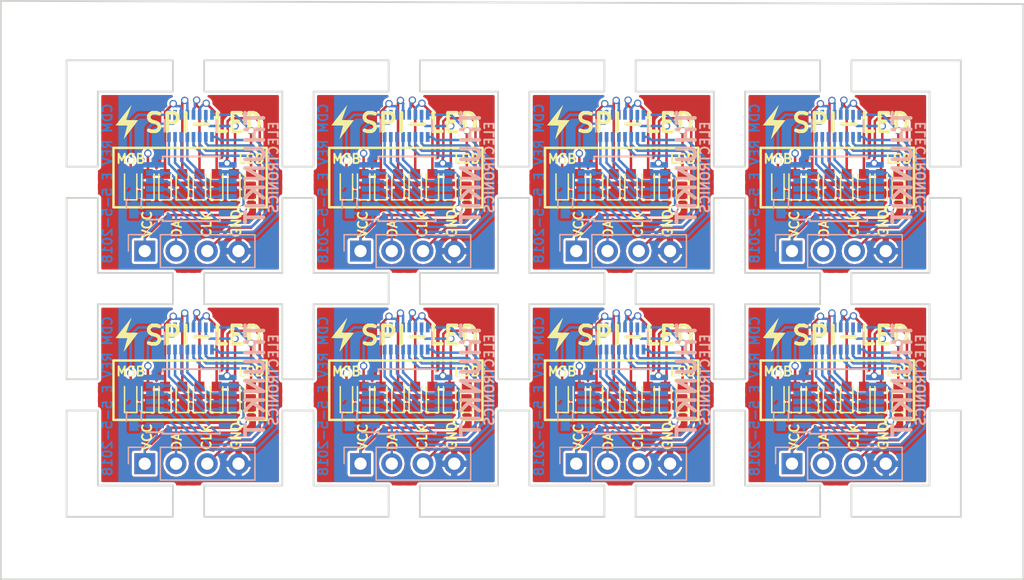
<source format=kicad_pcb>
(kicad_pcb (version 4) (host pcbnew 4.0.5+dfsg1-4)
  (layers (0 F.Cu signal) (31 B.Cu signal) (34 B.Paste user) (35 F.Paste user) (36 B.SilkS user) (37 F.SilkS user) (38 B.Mask user) (39 F.Mask user) (44 Edge.Cuts user))
  (net 0 "")
  (net 1 "Net-(D1-Pad2)")
  (net 2 GND)
  (net 3 "Net-(D2-Pad2)")
  (net 4 "Net-(D3-Pad2)")
  (net 5 "Net-(D4-Pad2)")
  (net 6 "Net-(D5-Pad2)")
  (net 7 "Net-(D6-Pad2)")
  (net 8 "Net-(D7-Pad2)")
  (net 9 "Net-(D8-Pad2)")
  (net 10 VCC)
  (net 11 "Net-(R1-Pad13)")
  (net 12 "Net-(R1-Pad12)")
  (net 13 "Net-(R1-Pad11)")
  (net 14 "Net-(R1-Pad14)")
  (net 15 "Net-(R1-Pad15)")
  (net 16 "Net-(R1-Pad16)")
  (net 17 "Net-(R1-Pad9)")
  (net 18 "Net-(R1-Pad10)")
  (net 19 DATA)
  (net 20 CLK)
  (module Capacitors_SMD:C_0603 (layer B.Cu) (at 196.215 131.572 270)
    (fp_text reference C1 hide)
    (fp_text value C)
    (pad 2 smd rect (at 0.75 0 270) (size 0.8 0.75) (layers B.Cu B.Paste B.Mask) (net 10 VCC))
    (pad 1 smd rect (at -0.75 0 270) (size 0.8 0.75) (layers B.Cu B.Paste B.Mask) (net 2 GND))
  )
  (module Resistors_SMD:R_Array_Convex_8x0602 (layer B.Cu) (at 200.815 125.211 270)
    (fp_text reference R1 hide)
    (fp_text value 200)
    (pad 1 smd rect (at -0.9 1.75 270) (size 0.8 0.3) (layers B.Cu B.Paste B.Mask) (net 1 "Net-(D1-Pad2)"))
    (pad 16 smd rect (at 0.9 1.75 270) (size 0.8 0.3) (layers B.Cu B.Paste B.Mask) (net 16 "Net-(R1-Pad16)"))
    (pad 8 smd rect (at -0.9 -1.75 270) (size 0.8 0.3) (layers B.Cu B.Paste B.Mask) (net 9 "Net-(D8-Pad2)"))
    (pad 9 smd rect (at 0.9 -1.75 270) (size 0.8 0.3) (layers B.Cu B.Paste B.Mask) (net 17 "Net-(R1-Pad9)"))
    (pad 2 smd rect (at -0.9 1.25 270) (size 0.8 0.3) (layers B.Cu B.Paste B.Mask) (net 3 "Net-(D2-Pad2)"))
    (pad 3 smd rect (at -0.9 0.75 270) (size 0.8 0.3) (layers B.Cu B.Paste B.Mask) (net 4 "Net-(D3-Pad2)"))
    (pad 4 smd rect (at -0.9 0.25 270) (size 0.8 0.3) (layers B.Cu B.Paste B.Mask) (net 5 "Net-(D4-Pad2)"))
    (pad 5 smd rect (at -0.9 -0.25 270) (size 0.8 0.3) (layers B.Cu B.Paste B.Mask) (net 6 "Net-(D5-Pad2)"))
    (pad 6 smd rect (at -0.9 -0.75 270) (size 0.8 0.3) (layers B.Cu B.Paste B.Mask) (net 7 "Net-(D6-Pad2)"))
    (pad 7 smd rect (at -0.9 -1.25 270) (size 0.8 0.3) (layers B.Cu B.Paste B.Mask) (net 8 "Net-(D7-Pad2)"))
    (pad 15 smd rect (at 0.9 1.25 270) (size 0.8 0.3) (layers B.Cu B.Paste B.Mask) (net 15 "Net-(R1-Pad15)"))
    (pad 14 smd rect (at 0.9 0.75 270) (size 0.8 0.3) (layers B.Cu B.Paste B.Mask) (net 14 "Net-(R1-Pad14)"))
    (pad 13 smd rect (at 0.9 0.25 270) (size 0.8 0.3) (layers B.Cu B.Paste B.Mask) (net 11 "Net-(R1-Pad13)"))
    (pad 11 smd rect (at 0.9 -0.75 270) (size 0.8 0.3) (layers B.Cu B.Paste B.Mask) (net 13 "Net-(R1-Pad11)"))
    (pad 12 smd rect (at 0.9 -0.25 270) (size 0.8 0.3) (layers B.Cu B.Paste B.Mask) (net 12 "Net-(R1-Pad12)"))
    (pad 10 smd rect (at 0.9 -1.25 270) (size 0.8 0.3) (layers B.Cu B.Paste B.Mask) (net 18 "Net-(R1-Pad10)"))
  )
  (module Housings_SSOP:TSSOP-14_4.4x5mm_Pitch0.65mm (layer B.Cu) (at 183.3626 130.3274)
    (fp_text reference U1 hide)
    (fp_text value 74HC164)
    (pad 1 smd rect (at -2.95 1.95) (size 1.45 0.45) (layers B.Cu B.Paste B.Mask) (net 10 VCC))
    (pad 2 smd rect (at -2.95 1.3) (size 1.45 0.45) (layers B.Cu B.Paste B.Mask) (net 19 DATA))
    (pad 3 smd rect (at -2.95 0.65) (size 1.45 0.45) (layers B.Cu B.Paste B.Mask) (net 17 "Net-(R1-Pad9)"))
    (pad 4 smd rect (at -2.95 0) (size 1.45 0.45) (layers B.Cu B.Paste B.Mask) (net 18 "Net-(R1-Pad10)"))
    (pad 5 smd rect (at -2.95 -0.65) (size 1.45 0.45) (layers B.Cu B.Paste B.Mask) (net 13 "Net-(R1-Pad11)"))
    (pad 6 smd rect (at -2.95 -1.3) (size 1.45 0.45) (layers B.Cu B.Paste B.Mask) (net 12 "Net-(R1-Pad12)"))
    (pad 7 smd rect (at -2.95 -1.95) (size 1.45 0.45) (layers B.Cu B.Paste B.Mask) (net 2 GND))
    (pad 8 smd rect (at 2.95 -1.95) (size 1.45 0.45) (layers B.Cu B.Paste B.Mask) (net 20 CLK))
    (pad 9 smd rect (at 2.95 -1.3) (size 1.45 0.45) (layers B.Cu B.Paste B.Mask) (net 10 VCC))
    (pad 10 smd rect (at 2.95 -0.65) (size 1.45 0.45) (layers B.Cu B.Paste B.Mask) (net 11 "Net-(R1-Pad13)"))
    (pad 11 smd rect (at 2.95 0) (size 1.45 0.45) (layers B.Cu B.Paste B.Mask) (net 14 "Net-(R1-Pad14)"))
    (pad 12 smd rect (at 2.95 0.65) (size 1.45 0.45) (layers B.Cu B.Paste B.Mask) (net 15 "Net-(R1-Pad15)"))
    (pad 13 smd rect (at 2.95 1.3) (size 1.45 0.45) (layers B.Cu B.Paste B.Mask) (net 16 "Net-(R1-Pad16)"))
    (pad 14 smd rect (at 2.95 1.95) (size 1.45 0.45) (layers B.Cu B.Paste B.Mask) (net 10 VCC))
  )
  (module Pin_Headers:Pin_Header_Straight_1x04_Pitch2.54mm (layer B.Cu) (at 197.104 135.382 270)
    (fp_text reference P1 hide)
    (fp_text value CONN_01X04)
    (pad 1 thru_hole rect (at 0 0 270) (size 1.7 1.7) (drill 1) (layers *.Cu *.Mask) (net 10 VCC))
    (pad 2 thru_hole oval (at 0 -2.54 270) (size 1.7 1.7) (drill 1) (layers *.Cu *.Mask) (net 19 DATA))
    (pad 3 thru_hole oval (at 0 -5.08 270) (size 1.7 1.7) (drill 1) (layers *.Cu *.Mask) (net 20 CLK))
    (pad 4 thru_hole oval (at 0 -7.62 270) (size 1.7 1.7) (drill 1) (layers *.Cu *.Mask) (net 2 GND))
  )
  (module Pin_Headers:Pin_Header_Straight_1x04_Pitch2.54mm (layer B.Cu) (at 179.578 135.382 270)
    (fp_text reference P1 hide)
    (fp_text value CONN_01X04)
    (pad 1 thru_hole rect (at 0 0 270) (size 1.7 1.7) (drill 1) (layers *.Cu *.Mask) (net 10 VCC))
    (pad 2 thru_hole oval (at 0 -2.54 270) (size 1.7 1.7) (drill 1) (layers *.Cu *.Mask) (net 19 DATA))
    (pad 3 thru_hole oval (at 0 -5.08 270) (size 1.7 1.7) (drill 1) (layers *.Cu *.Mask) (net 20 CLK))
    (pad 4 thru_hole oval (at 0 -7.62 270) (size 1.7 1.7) (drill 1) (layers *.Cu *.Mask) (net 2 GND))
  )
  (module Capacitors_SMD:C_0603 (layer B.Cu) (at 178.689 131.572 270)
    (fp_text reference C1 hide)
    (fp_text value C)
    (pad 2 smd rect (at 0.75 0 270) (size 0.8 0.75) (layers B.Cu B.Paste B.Mask) (net 10 VCC))
    (pad 1 smd rect (at -0.75 0 270) (size 0.8 0.75) (layers B.Cu B.Paste B.Mask) (net 2 GND))
  )
  (module Housings_SSOP:TSSOP-14_4.4x5mm_Pitch0.65mm (layer B.Cu) (at 200.8886 130.3274)
    (fp_text reference U1 hide)
    (fp_text value 74HC164)
    (pad 1 smd rect (at -2.95 1.95) (size 1.45 0.45) (layers B.Cu B.Paste B.Mask) (net 10 VCC))
    (pad 2 smd rect (at -2.95 1.3) (size 1.45 0.45) (layers B.Cu B.Paste B.Mask) (net 19 DATA))
    (pad 3 smd rect (at -2.95 0.65) (size 1.45 0.45) (layers B.Cu B.Paste B.Mask) (net 17 "Net-(R1-Pad9)"))
    (pad 4 smd rect (at -2.95 0) (size 1.45 0.45) (layers B.Cu B.Paste B.Mask) (net 18 "Net-(R1-Pad10)"))
    (pad 5 smd rect (at -2.95 -0.65) (size 1.45 0.45) (layers B.Cu B.Paste B.Mask) (net 13 "Net-(R1-Pad11)"))
    (pad 6 smd rect (at -2.95 -1.3) (size 1.45 0.45) (layers B.Cu B.Paste B.Mask) (net 12 "Net-(R1-Pad12)"))
    (pad 7 smd rect (at -2.95 -1.95) (size 1.45 0.45) (layers B.Cu B.Paste B.Mask) (net 2 GND))
    (pad 8 smd rect (at 2.95 -1.95) (size 1.45 0.45) (layers B.Cu B.Paste B.Mask) (net 20 CLK))
    (pad 9 smd rect (at 2.95 -1.3) (size 1.45 0.45) (layers B.Cu B.Paste B.Mask) (net 10 VCC))
    (pad 10 smd rect (at 2.95 -0.65) (size 1.45 0.45) (layers B.Cu B.Paste B.Mask) (net 11 "Net-(R1-Pad13)"))
    (pad 11 smd rect (at 2.95 0) (size 1.45 0.45) (layers B.Cu B.Paste B.Mask) (net 14 "Net-(R1-Pad14)"))
    (pad 12 smd rect (at 2.95 0.65) (size 1.45 0.45) (layers B.Cu B.Paste B.Mask) (net 15 "Net-(R1-Pad15)"))
    (pad 13 smd rect (at 2.95 1.3) (size 1.45 0.45) (layers B.Cu B.Paste B.Mask) (net 16 "Net-(R1-Pad16)"))
    (pad 14 smd rect (at 2.95 1.95) (size 1.45 0.45) (layers B.Cu B.Paste B.Mask) (net 10 VCC))
  )
  (module Resistors_SMD:R_Array_Convex_8x0602 (layer B.Cu) (at 183.289 125.211 270)
    (fp_text reference R1 hide)
    (fp_text value 200)
    (pad 1 smd rect (at -0.9 1.75 270) (size 0.8 0.3) (layers B.Cu B.Paste B.Mask) (net 1 "Net-(D1-Pad2)"))
    (pad 16 smd rect (at 0.9 1.75 270) (size 0.8 0.3) (layers B.Cu B.Paste B.Mask) (net 16 "Net-(R1-Pad16)"))
    (pad 8 smd rect (at -0.9 -1.75 270) (size 0.8 0.3) (layers B.Cu B.Paste B.Mask) (net 9 "Net-(D8-Pad2)"))
    (pad 9 smd rect (at 0.9 -1.75 270) (size 0.8 0.3) (layers B.Cu B.Paste B.Mask) (net 17 "Net-(R1-Pad9)"))
    (pad 2 smd rect (at -0.9 1.25 270) (size 0.8 0.3) (layers B.Cu B.Paste B.Mask) (net 3 "Net-(D2-Pad2)"))
    (pad 3 smd rect (at -0.9 0.75 270) (size 0.8 0.3) (layers B.Cu B.Paste B.Mask) (net 4 "Net-(D3-Pad2)"))
    (pad 4 smd rect (at -0.9 0.25 270) (size 0.8 0.3) (layers B.Cu B.Paste B.Mask) (net 5 "Net-(D4-Pad2)"))
    (pad 5 smd rect (at -0.9 -0.25 270) (size 0.8 0.3) (layers B.Cu B.Paste B.Mask) (net 6 "Net-(D5-Pad2)"))
    (pad 6 smd rect (at -0.9 -0.75 270) (size 0.8 0.3) (layers B.Cu B.Paste B.Mask) (net 7 "Net-(D6-Pad2)"))
    (pad 7 smd rect (at -0.9 -1.25 270) (size 0.8 0.3) (layers B.Cu B.Paste B.Mask) (net 8 "Net-(D7-Pad2)"))
    (pad 15 smd rect (at 0.9 1.25 270) (size 0.8 0.3) (layers B.Cu B.Paste B.Mask) (net 15 "Net-(R1-Pad15)"))
    (pad 14 smd rect (at 0.9 0.75 270) (size 0.8 0.3) (layers B.Cu B.Paste B.Mask) (net 14 "Net-(R1-Pad14)"))
    (pad 13 smd rect (at 0.9 0.25 270) (size 0.8 0.3) (layers B.Cu B.Paste B.Mask) (net 11 "Net-(R1-Pad13)"))
    (pad 11 smd rect (at 0.9 -0.75 270) (size 0.8 0.3) (layers B.Cu B.Paste B.Mask) (net 13 "Net-(R1-Pad11)"))
    (pad 12 smd rect (at 0.9 -0.25 270) (size 0.8 0.3) (layers B.Cu B.Paste B.Mask) (net 12 "Net-(R1-Pad12)"))
    (pad 10 smd rect (at 0.9 -1.25 270) (size 0.8 0.3) (layers B.Cu B.Paste B.Mask) (net 18 "Net-(R1-Pad10)"))
  )
  (module Housings_SSOP:TSSOP-14_4.4x5mm_Pitch0.65mm (layer B.Cu) (at 148.3106 130.3274)
    (fp_text reference U1 hide)
    (fp_text value 74HC164)
    (pad 1 smd rect (at -2.95 1.95) (size 1.45 0.45) (layers B.Cu B.Paste B.Mask) (net 10 VCC))
    (pad 2 smd rect (at -2.95 1.3) (size 1.45 0.45) (layers B.Cu B.Paste B.Mask) (net 19 DATA))
    (pad 3 smd rect (at -2.95 0.65) (size 1.45 0.45) (layers B.Cu B.Paste B.Mask) (net 17 "Net-(R1-Pad9)"))
    (pad 4 smd rect (at -2.95 0) (size 1.45 0.45) (layers B.Cu B.Paste B.Mask) (net 18 "Net-(R1-Pad10)"))
    (pad 5 smd rect (at -2.95 -0.65) (size 1.45 0.45) (layers B.Cu B.Paste B.Mask) (net 13 "Net-(R1-Pad11)"))
    (pad 6 smd rect (at -2.95 -1.3) (size 1.45 0.45) (layers B.Cu B.Paste B.Mask) (net 12 "Net-(R1-Pad12)"))
    (pad 7 smd rect (at -2.95 -1.95) (size 1.45 0.45) (layers B.Cu B.Paste B.Mask) (net 2 GND))
    (pad 8 smd rect (at 2.95 -1.95) (size 1.45 0.45) (layers B.Cu B.Paste B.Mask) (net 20 CLK))
    (pad 9 smd rect (at 2.95 -1.3) (size 1.45 0.45) (layers B.Cu B.Paste B.Mask) (net 10 VCC))
    (pad 10 smd rect (at 2.95 -0.65) (size 1.45 0.45) (layers B.Cu B.Paste B.Mask) (net 11 "Net-(R1-Pad13)"))
    (pad 11 smd rect (at 2.95 0) (size 1.45 0.45) (layers B.Cu B.Paste B.Mask) (net 14 "Net-(R1-Pad14)"))
    (pad 12 smd rect (at 2.95 0.65) (size 1.45 0.45) (layers B.Cu B.Paste B.Mask) (net 15 "Net-(R1-Pad15)"))
    (pad 13 smd rect (at 2.95 1.3) (size 1.45 0.45) (layers B.Cu B.Paste B.Mask) (net 16 "Net-(R1-Pad16)"))
    (pad 14 smd rect (at 2.95 1.95) (size 1.45 0.45) (layers B.Cu B.Paste B.Mask) (net 10 VCC))
  )
  (module Capacitors_SMD:C_0603 (layer B.Cu) (at 143.637 131.572 270)
    (fp_text reference C1 hide)
    (fp_text value C)
    (pad 2 smd rect (at 0.75 0 270) (size 0.8 0.75) (layers B.Cu B.Paste B.Mask) (net 10 VCC))
    (pad 1 smd rect (at -0.75 0 270) (size 0.8 0.75) (layers B.Cu B.Paste B.Mask) (net 2 GND))
  )
  (module Pin_Headers:Pin_Header_Straight_1x04_Pitch2.54mm (layer B.Cu) (at 144.526 135.382 270)
    (fp_text reference P1 hide)
    (fp_text value CONN_01X04)
    (pad 1 thru_hole rect (at 0 0 270) (size 1.7 1.7) (drill 1) (layers *.Cu *.Mask) (net 10 VCC))
    (pad 2 thru_hole oval (at 0 -2.54 270) (size 1.7 1.7) (drill 1) (layers *.Cu *.Mask) (net 19 DATA))
    (pad 3 thru_hole oval (at 0 -5.08 270) (size 1.7 1.7) (drill 1) (layers *.Cu *.Mask) (net 20 CLK))
    (pad 4 thru_hole oval (at 0 -7.62 270) (size 1.7 1.7) (drill 1) (layers *.Cu *.Mask) (net 2 GND))
  )
  (module Resistors_SMD:R_Array_Convex_8x0602 (layer B.Cu) (at 148.237 125.211 270)
    (fp_text reference R1 hide)
    (fp_text value 200)
    (pad 1 smd rect (at -0.9 1.75 270) (size 0.8 0.3) (layers B.Cu B.Paste B.Mask) (net 1 "Net-(D1-Pad2)"))
    (pad 16 smd rect (at 0.9 1.75 270) (size 0.8 0.3) (layers B.Cu B.Paste B.Mask) (net 16 "Net-(R1-Pad16)"))
    (pad 8 smd rect (at -0.9 -1.75 270) (size 0.8 0.3) (layers B.Cu B.Paste B.Mask) (net 9 "Net-(D8-Pad2)"))
    (pad 9 smd rect (at 0.9 -1.75 270) (size 0.8 0.3) (layers B.Cu B.Paste B.Mask) (net 17 "Net-(R1-Pad9)"))
    (pad 2 smd rect (at -0.9 1.25 270) (size 0.8 0.3) (layers B.Cu B.Paste B.Mask) (net 3 "Net-(D2-Pad2)"))
    (pad 3 smd rect (at -0.9 0.75 270) (size 0.8 0.3) (layers B.Cu B.Paste B.Mask) (net 4 "Net-(D3-Pad2)"))
    (pad 4 smd rect (at -0.9 0.25 270) (size 0.8 0.3) (layers B.Cu B.Paste B.Mask) (net 5 "Net-(D4-Pad2)"))
    (pad 5 smd rect (at -0.9 -0.25 270) (size 0.8 0.3) (layers B.Cu B.Paste B.Mask) (net 6 "Net-(D5-Pad2)"))
    (pad 6 smd rect (at -0.9 -0.75 270) (size 0.8 0.3) (layers B.Cu B.Paste B.Mask) (net 7 "Net-(D6-Pad2)"))
    (pad 7 smd rect (at -0.9 -1.25 270) (size 0.8 0.3) (layers B.Cu B.Paste B.Mask) (net 8 "Net-(D7-Pad2)"))
    (pad 15 smd rect (at 0.9 1.25 270) (size 0.8 0.3) (layers B.Cu B.Paste B.Mask) (net 15 "Net-(R1-Pad15)"))
    (pad 14 smd rect (at 0.9 0.75 270) (size 0.8 0.3) (layers B.Cu B.Paste B.Mask) (net 14 "Net-(R1-Pad14)"))
    (pad 13 smd rect (at 0.9 0.25 270) (size 0.8 0.3) (layers B.Cu B.Paste B.Mask) (net 11 "Net-(R1-Pad13)"))
    (pad 11 smd rect (at 0.9 -0.75 270) (size 0.8 0.3) (layers B.Cu B.Paste B.Mask) (net 13 "Net-(R1-Pad11)"))
    (pad 12 smd rect (at 0.9 -0.25 270) (size 0.8 0.3) (layers B.Cu B.Paste B.Mask) (net 12 "Net-(R1-Pad12)"))
    (pad 10 smd rect (at 0.9 -1.25 270) (size 0.8 0.3) (layers B.Cu B.Paste B.Mask) (net 18 "Net-(R1-Pad10)"))
  )
  (module Pin_Headers:Pin_Header_Straight_1x04_Pitch2.54mm (layer B.Cu) (at 162.052 135.382 270)
    (fp_text reference P1 hide)
    (fp_text value CONN_01X04)
    (pad 1 thru_hole rect (at 0 0 270) (size 1.7 1.7) (drill 1) (layers *.Cu *.Mask) (net 10 VCC))
    (pad 2 thru_hole oval (at 0 -2.54 270) (size 1.7 1.7) (drill 1) (layers *.Cu *.Mask) (net 19 DATA))
    (pad 3 thru_hole oval (at 0 -5.08 270) (size 1.7 1.7) (drill 1) (layers *.Cu *.Mask) (net 20 CLK))
    (pad 4 thru_hole oval (at 0 -7.62 270) (size 1.7 1.7) (drill 1) (layers *.Cu *.Mask) (net 2 GND))
  )
  (module Capacitors_SMD:C_0603 (layer B.Cu) (at 161.163 131.572 270)
    (fp_text reference C1 hide)
    (fp_text value C)
    (pad 2 smd rect (at 0.75 0 270) (size 0.8 0.75) (layers B.Cu B.Paste B.Mask) (net 10 VCC))
    (pad 1 smd rect (at -0.75 0 270) (size 0.8 0.75) (layers B.Cu B.Paste B.Mask) (net 2 GND))
  )
  (module Housings_SSOP:TSSOP-14_4.4x5mm_Pitch0.65mm (layer B.Cu) (at 165.8366 130.3274)
    (fp_text reference U1 hide)
    (fp_text value 74HC164)
    (pad 1 smd rect (at -2.95 1.95) (size 1.45 0.45) (layers B.Cu B.Paste B.Mask) (net 10 VCC))
    (pad 2 smd rect (at -2.95 1.3) (size 1.45 0.45) (layers B.Cu B.Paste B.Mask) (net 19 DATA))
    (pad 3 smd rect (at -2.95 0.65) (size 1.45 0.45) (layers B.Cu B.Paste B.Mask) (net 17 "Net-(R1-Pad9)"))
    (pad 4 smd rect (at -2.95 0) (size 1.45 0.45) (layers B.Cu B.Paste B.Mask) (net 18 "Net-(R1-Pad10)"))
    (pad 5 smd rect (at -2.95 -0.65) (size 1.45 0.45) (layers B.Cu B.Paste B.Mask) (net 13 "Net-(R1-Pad11)"))
    (pad 6 smd rect (at -2.95 -1.3) (size 1.45 0.45) (layers B.Cu B.Paste B.Mask) (net 12 "Net-(R1-Pad12)"))
    (pad 7 smd rect (at -2.95 -1.95) (size 1.45 0.45) (layers B.Cu B.Paste B.Mask) (net 2 GND))
    (pad 8 smd rect (at 2.95 -1.95) (size 1.45 0.45) (layers B.Cu B.Paste B.Mask) (net 20 CLK))
    (pad 9 smd rect (at 2.95 -1.3) (size 1.45 0.45) (layers B.Cu B.Paste B.Mask) (net 10 VCC))
    (pad 10 smd rect (at 2.95 -0.65) (size 1.45 0.45) (layers B.Cu B.Paste B.Mask) (net 11 "Net-(R1-Pad13)"))
    (pad 11 smd rect (at 2.95 0) (size 1.45 0.45) (layers B.Cu B.Paste B.Mask) (net 14 "Net-(R1-Pad14)"))
    (pad 12 smd rect (at 2.95 0.65) (size 1.45 0.45) (layers B.Cu B.Paste B.Mask) (net 15 "Net-(R1-Pad15)"))
    (pad 13 smd rect (at 2.95 1.3) (size 1.45 0.45) (layers B.Cu B.Paste B.Mask) (net 16 "Net-(R1-Pad16)"))
    (pad 14 smd rect (at 2.95 1.95) (size 1.45 0.45) (layers B.Cu B.Paste B.Mask) (net 10 VCC))
  )
  (module Resistors_SMD:R_Array_Convex_8x0602 (layer B.Cu) (at 165.763 125.211 270)
    (fp_text reference R1 hide)
    (fp_text value 200)
    (pad 1 smd rect (at -0.9 1.75 270) (size 0.8 0.3) (layers B.Cu B.Paste B.Mask) (net 1 "Net-(D1-Pad2)"))
    (pad 16 smd rect (at 0.9 1.75 270) (size 0.8 0.3) (layers B.Cu B.Paste B.Mask) (net 16 "Net-(R1-Pad16)"))
    (pad 8 smd rect (at -0.9 -1.75 270) (size 0.8 0.3) (layers B.Cu B.Paste B.Mask) (net 9 "Net-(D8-Pad2)"))
    (pad 9 smd rect (at 0.9 -1.75 270) (size 0.8 0.3) (layers B.Cu B.Paste B.Mask) (net 17 "Net-(R1-Pad9)"))
    (pad 2 smd rect (at -0.9 1.25 270) (size 0.8 0.3) (layers B.Cu B.Paste B.Mask) (net 3 "Net-(D2-Pad2)"))
    (pad 3 smd rect (at -0.9 0.75 270) (size 0.8 0.3) (layers B.Cu B.Paste B.Mask) (net 4 "Net-(D3-Pad2)"))
    (pad 4 smd rect (at -0.9 0.25 270) (size 0.8 0.3) (layers B.Cu B.Paste B.Mask) (net 5 "Net-(D4-Pad2)"))
    (pad 5 smd rect (at -0.9 -0.25 270) (size 0.8 0.3) (layers B.Cu B.Paste B.Mask) (net 6 "Net-(D5-Pad2)"))
    (pad 6 smd rect (at -0.9 -0.75 270) (size 0.8 0.3) (layers B.Cu B.Paste B.Mask) (net 7 "Net-(D6-Pad2)"))
    (pad 7 smd rect (at -0.9 -1.25 270) (size 0.8 0.3) (layers B.Cu B.Paste B.Mask) (net 8 "Net-(D7-Pad2)"))
    (pad 15 smd rect (at 0.9 1.25 270) (size 0.8 0.3) (layers B.Cu B.Paste B.Mask) (net 15 "Net-(R1-Pad15)"))
    (pad 14 smd rect (at 0.9 0.75 270) (size 0.8 0.3) (layers B.Cu B.Paste B.Mask) (net 14 "Net-(R1-Pad14)"))
    (pad 13 smd rect (at 0.9 0.25 270) (size 0.8 0.3) (layers B.Cu B.Paste B.Mask) (net 11 "Net-(R1-Pad13)"))
    (pad 11 smd rect (at 0.9 -0.75 270) (size 0.8 0.3) (layers B.Cu B.Paste B.Mask) (net 13 "Net-(R1-Pad11)"))
    (pad 12 smd rect (at 0.9 -0.25 270) (size 0.8 0.3) (layers B.Cu B.Paste B.Mask) (net 12 "Net-(R1-Pad12)"))
    (pad 10 smd rect (at 0.9 -1.25 270) (size 0.8 0.3) (layers B.Cu B.Paste B.Mask) (net 18 "Net-(R1-Pad10)"))
  )
  (module LEDs:LED_0603 (layer F.Cu) (at 184.023 129.921 90)
    (fp_text reference D5 hide)
    (fp_text value RED)
    (pad 2 smd rect (at 0.8 0 270) (size 0.8 0.8) (layers F.Cu F.Paste F.Mask) (net 6 "Net-(D5-Pad2)"))
    (pad 1 smd rect (at -0.8 0 270) (size 0.8 0.8) (layers F.Cu F.Paste F.Mask) (net 2 GND))
  )
  (module MOD:MOUSE_BITE (layer F.Cu) (at 183.134 138.43 90)
    (fp_text reference REF** hide)
    (fp_text value MOUSE_BITE hide)
    (fp_line (start 1.27 1.27) (end -1.27 1.27) (layer Edge.Cuts) (width 0.15))
    (fp_line (start -1.27 -1.27) (end 1.27 -1.27) (layer Edge.Cuts) (width 0.15))
    (pad "" np_thru_hole circle (at 0.762 -0.762 90) (size 0.635 0.635) (drill 0.635) (layers *.Cu))
    (pad "" np_thru_hole circle (at 0.762 0.762 90) (size 0.635 0.635) (drill 0.635) (layers *.Cu))
    (pad "" np_thru_hole circle (at 0.762 0 90) (size 0.635 0.635) (drill 0.635) (layers *.Cu))
    (pad "" np_thru_hole circle (at -0.762 -0.762 90) (size 0.635 0.635) (drill 0.635) (layers *.Cu))
    (pad "" np_thru_hole circle (at -0.762 0 90) (size 0.635 0.635) (drill 0.635) (layers *.Cu))
    (pad "" np_thru_hole circle (at -0.762 0.762 90) (size 0.635 0.635) (drill 0.635) (layers *.Cu))
  )
  (module LEDs:LED_0603 (layer F.Cu) (at 188.214 129.921 90)
    (fp_text reference D8 hide)
    (fp_text value RED)
    (pad 2 smd rect (at 0.8 0 270) (size 0.8 0.8) (layers F.Cu F.Paste F.Mask) (net 9 "Net-(D8-Pad2)"))
    (pad 1 smd rect (at -0.8 0 270) (size 0.8 0.8) (layers F.Cu F.Paste F.Mask) (net 2 GND))
  )
  (module MOD:MOUSE_BITE (layer F.Cu) (at 192.024 129.794 180)
    (fp_text reference REF** hide)
    (fp_text value MOUSE_BITE hide)
    (fp_line (start 1.27 1.27) (end -1.27 1.27) (layer Edge.Cuts) (width 0.15))
    (fp_line (start -1.27 -1.27) (end 1.27 -1.27) (layer Edge.Cuts) (width 0.15))
    (pad "" np_thru_hole circle (at 0.762 -0.762 180) (size 0.635 0.635) (drill 0.635) (layers *.Cu))
    (pad "" np_thru_hole circle (at 0.762 0.762 180) (size 0.635 0.635) (drill 0.635) (layers *.Cu))
    (pad "" np_thru_hole circle (at 0.762 0 180) (size 0.635 0.635) (drill 0.635) (layers *.Cu))
    (pad "" np_thru_hole circle (at -0.762 -0.762 180) (size 0.635 0.635) (drill 0.635) (layers *.Cu))
    (pad "" np_thru_hole circle (at -0.762 0 180) (size 0.635 0.635) (drill 0.635) (layers *.Cu))
    (pad "" np_thru_hole circle (at -0.762 0.762 180) (size 0.635 0.635) (drill 0.635) (layers *.Cu))
  )
  (module LEDs:LED_0603 (layer F.Cu) (at 182.626 129.921 90)
    (fp_text reference D4 hide)
    (fp_text value RED)
    (pad 2 smd rect (at 0.8 0 270) (size 0.8 0.8) (layers F.Cu F.Paste F.Mask) (net 5 "Net-(D4-Pad2)"))
    (pad 1 smd rect (at -0.8 0 270) (size 0.8 0.8) (layers F.Cu F.Paste F.Mask) (net 2 GND))
  )
  (module LEDs:LED_0603 (layer F.Cu) (at 185.42 129.921 90)
    (fp_text reference D6 hide)
    (fp_text value RED)
    (pad 2 smd rect (at 0.8 0 270) (size 0.8 0.8) (layers F.Cu F.Paste F.Mask) (net 7 "Net-(D6-Pad2)"))
    (pad 1 smd rect (at -0.8 0 270) (size 0.8 0.8) (layers F.Cu F.Paste F.Mask) (net 2 GND))
  )
  (module LEDs:LED_0603 (layer F.Cu) (at 186.817 129.921 90)
    (fp_text reference D7 hide)
    (fp_text value RED)
    (pad 2 smd rect (at 0.8 0 270) (size 0.8 0.8) (layers F.Cu F.Paste F.Mask) (net 8 "Net-(D7-Pad2)"))
    (pad 1 smd rect (at -0.8 0 270) (size 0.8 0.8) (layers F.Cu F.Paste F.Mask) (net 2 GND))
  )
  (module LEDs:LED_0603 (layer F.Cu) (at 205.74 129.921 90)
    (fp_text reference D8 hide)
    (fp_text value RED)
    (pad 2 smd rect (at 0.8 0 270) (size 0.8 0.8) (layers F.Cu F.Paste F.Mask) (net 9 "Net-(D8-Pad2)"))
    (pad 1 smd rect (at -0.8 0 270) (size 0.8 0.8) (layers F.Cu F.Paste F.Mask) (net 2 GND))
  )
  (module LEDs:LED_0603 (layer F.Cu) (at 204.343 129.921 90)
    (fp_text reference D7 hide)
    (fp_text value RED)
    (pad 2 smd rect (at 0.8 0 270) (size 0.8 0.8) (layers F.Cu F.Paste F.Mask) (net 8 "Net-(D7-Pad2)"))
    (pad 1 smd rect (at -0.8 0 270) (size 0.8 0.8) (layers F.Cu F.Paste F.Mask) (net 2 GND))
  )
  (module MOD:MOUSE_BITE (layer F.Cu) (at 200.66 138.43 90)
    (fp_text reference REF** hide)
    (fp_text value MOUSE_BITE hide)
    (fp_line (start 1.27 1.27) (end -1.27 1.27) (layer Edge.Cuts) (width 0.15))
    (fp_line (start -1.27 -1.27) (end 1.27 -1.27) (layer Edge.Cuts) (width 0.15))
    (pad "" np_thru_hole circle (at 0.762 -0.762 90) (size 0.635 0.635) (drill 0.635) (layers *.Cu))
    (pad "" np_thru_hole circle (at 0.762 0.762 90) (size 0.635 0.635) (drill 0.635) (layers *.Cu))
    (pad "" np_thru_hole circle (at 0.762 0 90) (size 0.635 0.635) (drill 0.635) (layers *.Cu))
    (pad "" np_thru_hole circle (at -0.762 -0.762 90) (size 0.635 0.635) (drill 0.635) (layers *.Cu))
    (pad "" np_thru_hole circle (at -0.762 0 90) (size 0.635 0.635) (drill 0.635) (layers *.Cu))
    (pad "" np_thru_hole circle (at -0.762 0.762 90) (size 0.635 0.635) (drill 0.635) (layers *.Cu))
  )
  (module LEDs:LED_0603 (layer F.Cu) (at 202.946 129.921 90)
    (fp_text reference D6 hide)
    (fp_text value RED)
    (pad 2 smd rect (at 0.8 0 270) (size 0.8 0.8) (layers F.Cu F.Paste F.Mask) (net 7 "Net-(D6-Pad2)"))
    (pad 1 smd rect (at -0.8 0 270) (size 0.8 0.8) (layers F.Cu F.Paste F.Mask) (net 2 GND))
  )
  (module MOD:MOUSE_BITE (layer F.Cu) (at 209.55 129.794 180)
    (fp_text reference REF** hide)
    (fp_text value MOUSE_BITE hide)
    (fp_line (start 1.27 1.27) (end -1.27 1.27) (layer Edge.Cuts) (width 0.15))
    (fp_line (start -1.27 -1.27) (end 1.27 -1.27) (layer Edge.Cuts) (width 0.15))
    (pad "" np_thru_hole circle (at 0.762 -0.762 180) (size 0.635 0.635) (drill 0.635) (layers *.Cu))
    (pad "" np_thru_hole circle (at 0.762 0.762 180) (size 0.635 0.635) (drill 0.635) (layers *.Cu))
    (pad "" np_thru_hole circle (at 0.762 0 180) (size 0.635 0.635) (drill 0.635) (layers *.Cu))
    (pad "" np_thru_hole circle (at -0.762 -0.762 180) (size 0.635 0.635) (drill 0.635) (layers *.Cu))
    (pad "" np_thru_hole circle (at -0.762 0 180) (size 0.635 0.635) (drill 0.635) (layers *.Cu))
    (pad "" np_thru_hole circle (at -0.762 0.762 180) (size 0.635 0.635) (drill 0.635) (layers *.Cu))
  )
  (module LEDs:LED_0603 (layer F.Cu) (at 201.549 129.921 90)
    (fp_text reference D5 hide)
    (fp_text value RED)
    (pad 2 smd rect (at 0.8 0 270) (size 0.8 0.8) (layers F.Cu F.Paste F.Mask) (net 6 "Net-(D5-Pad2)"))
    (pad 1 smd rect (at -0.8 0 270) (size 0.8 0.8) (layers F.Cu F.Paste F.Mask) (net 2 GND))
  )
  (module LEDs:LED_0603 (layer F.Cu) (at 200.152 129.921 90)
    (fp_text reference D4 hide)
    (fp_text value RED)
    (pad 2 smd rect (at 0.8 0 270) (size 0.8 0.8) (layers F.Cu F.Paste F.Mask) (net 5 "Net-(D4-Pad2)"))
    (pad 1 smd rect (at -0.8 0 270) (size 0.8 0.8) (layers F.Cu F.Paste F.Mask) (net 2 GND))
  )
  (module LEDs:LED_0603 (layer F.Cu) (at 197.358 129.921 90)
    (fp_text reference D2 hide)
    (fp_text value RED)
    (pad 2 smd rect (at 0.8 0 270) (size 0.8 0.8) (layers F.Cu F.Paste F.Mask) (net 3 "Net-(D2-Pad2)"))
    (pad 1 smd rect (at -0.8 0 270) (size 0.8 0.8) (layers F.Cu F.Paste F.Mask) (net 2 GND))
  )
  (module LEDs:LED_0603 (layer F.Cu) (at 198.755 129.921 90)
    (fp_text reference D3 hide)
    (fp_text value RED)
    (pad 2 smd rect (at 0.8 0 270) (size 0.8 0.8) (layers F.Cu F.Paste F.Mask) (net 4 "Net-(D3-Pad2)"))
    (pad 1 smd rect (at -0.8 0 270) (size 0.8 0.8) (layers F.Cu F.Paste F.Mask) (net 2 GND))
  )
  (module MOD:MOUSE_BITE (layer F.Cu) (at 200.66 121.158 90)
    (fp_text reference REF** hide)
    (fp_text value MOUSE_BITE hide)
    (fp_line (start 1.27 1.27) (end -1.27 1.27) (layer Edge.Cuts) (width 0.15))
    (fp_line (start -1.27 -1.27) (end 1.27 -1.27) (layer Edge.Cuts) (width 0.15))
    (pad "" np_thru_hole circle (at 0.762 -0.762 90) (size 0.635 0.635) (drill 0.635) (layers *.Cu))
    (pad "" np_thru_hole circle (at 0.762 0.762 90) (size 0.635 0.635) (drill 0.635) (layers *.Cu))
    (pad "" np_thru_hole circle (at 0.762 0 90) (size 0.635 0.635) (drill 0.635) (layers *.Cu))
    (pad "" np_thru_hole circle (at -0.762 -0.762 90) (size 0.635 0.635) (drill 0.635) (layers *.Cu))
    (pad "" np_thru_hole circle (at -0.762 0 90) (size 0.635 0.635) (drill 0.635) (layers *.Cu))
    (pad "" np_thru_hole circle (at -0.762 0.762 90) (size 0.635 0.635) (drill 0.635) (layers *.Cu))
  )
  (module MOD:lightning (layer F.Cu) (at 195.707 124.841)
    (fp_text reference G*** hide)
    (fp_text value LOGO hide)
  )
  (module LEDs:LED_0603 (layer F.Cu) (at 195.961 129.921 90)
    (fp_text reference D1 hide)
    (fp_text value RED)
    (pad 2 smd rect (at 0.8 0 270) (size 0.8 0.8) (layers F.Cu F.Paste F.Mask) (net 1 "Net-(D1-Pad2)"))
    (pad 1 smd rect (at -0.8 0 270) (size 0.8 0.8) (layers F.Cu F.Paste F.Mask) (net 2 GND))
  )
  (module LEDs:LED_0603 (layer F.Cu) (at 178.435 129.921 90)
    (fp_text reference D1 hide)
    (fp_text value RED)
    (pad 2 smd rect (at 0.8 0 270) (size 0.8 0.8) (layers F.Cu F.Paste F.Mask) (net 1 "Net-(D1-Pad2)"))
    (pad 1 smd rect (at -0.8 0 270) (size 0.8 0.8) (layers F.Cu F.Paste F.Mask) (net 2 GND))
  )
  (module LEDs:LED_0603 (layer F.Cu) (at 181.229 129.921 90)
    (fp_text reference D3 hide)
    (fp_text value RED)
    (pad 2 smd rect (at 0.8 0 270) (size 0.8 0.8) (layers F.Cu F.Paste F.Mask) (net 4 "Net-(D3-Pad2)"))
    (pad 1 smd rect (at -0.8 0 270) (size 0.8 0.8) (layers F.Cu F.Paste F.Mask) (net 2 GND))
  )
  (module LEDs:LED_0603 (layer F.Cu) (at 179.832 129.921 90)
    (fp_text reference D2 hide)
    (fp_text value RED)
    (pad 2 smd rect (at 0.8 0 270) (size 0.8 0.8) (layers F.Cu F.Paste F.Mask) (net 3 "Net-(D2-Pad2)"))
    (pad 1 smd rect (at -0.8 0 270) (size 0.8 0.8) (layers F.Cu F.Paste F.Mask) (net 2 GND))
  )
  (module MOD:lightning (layer F.Cu) (at 178.181 124.841)
    (fp_text reference G*** hide)
    (fp_text value LOGO hide)
  )
  (module LEDs:LED_0603 (layer F.Cu) (at 170.688 129.921 90)
    (fp_text reference D8 hide)
    (fp_text value RED)
    (pad 2 smd rect (at 0.8 0 270) (size 0.8 0.8) (layers F.Cu F.Paste F.Mask) (net 9 "Net-(D8-Pad2)"))
    (pad 1 smd rect (at -0.8 0 270) (size 0.8 0.8) (layers F.Cu F.Paste F.Mask) (net 2 GND))
  )
  (module MOD:MOUSE_BITE (layer F.Cu) (at 174.498 129.794 180)
    (fp_text reference REF** hide)
    (fp_text value MOUSE_BITE hide)
    (fp_line (start 1.27 1.27) (end -1.27 1.27) (layer Edge.Cuts) (width 0.15))
    (fp_line (start -1.27 -1.27) (end 1.27 -1.27) (layer Edge.Cuts) (width 0.15))
    (pad "" np_thru_hole circle (at 0.762 -0.762 180) (size 0.635 0.635) (drill 0.635) (layers *.Cu))
    (pad "" np_thru_hole circle (at 0.762 0.762 180) (size 0.635 0.635) (drill 0.635) (layers *.Cu))
    (pad "" np_thru_hole circle (at 0.762 0 180) (size 0.635 0.635) (drill 0.635) (layers *.Cu))
    (pad "" np_thru_hole circle (at -0.762 -0.762 180) (size 0.635 0.635) (drill 0.635) (layers *.Cu))
    (pad "" np_thru_hole circle (at -0.762 0 180) (size 0.635 0.635) (drill 0.635) (layers *.Cu))
    (pad "" np_thru_hole circle (at -0.762 0.762 180) (size 0.635 0.635) (drill 0.635) (layers *.Cu))
  )
  (module LEDs:LED_0603 (layer F.Cu) (at 147.574 129.921 90)
    (fp_text reference D4 hide)
    (fp_text value RED)
    (pad 2 smd rect (at 0.8 0 270) (size 0.8 0.8) (layers F.Cu F.Paste F.Mask) (net 5 "Net-(D4-Pad2)"))
    (pad 1 smd rect (at -0.8 0 270) (size 0.8 0.8) (layers F.Cu F.Paste F.Mask) (net 2 GND))
  )
  (module MOD:MOUSE_BITE (layer F.Cu) (at 156.972 129.794 180)
    (fp_text reference REF** hide)
    (fp_text value MOUSE_BITE hide)
    (fp_line (start 1.27 1.27) (end -1.27 1.27) (layer Edge.Cuts) (width 0.15))
    (fp_line (start -1.27 -1.27) (end 1.27 -1.27) (layer Edge.Cuts) (width 0.15))
    (pad "" np_thru_hole circle (at 0.762 -0.762 180) (size 0.635 0.635) (drill 0.635) (layers *.Cu))
    (pad "" np_thru_hole circle (at 0.762 0.762 180) (size 0.635 0.635) (drill 0.635) (layers *.Cu))
    (pad "" np_thru_hole circle (at 0.762 0 180) (size 0.635 0.635) (drill 0.635) (layers *.Cu))
    (pad "" np_thru_hole circle (at -0.762 -0.762 180) (size 0.635 0.635) (drill 0.635) (layers *.Cu))
    (pad "" np_thru_hole circle (at -0.762 0 180) (size 0.635 0.635) (drill 0.635) (layers *.Cu))
    (pad "" np_thru_hole circle (at -0.762 0.762 180) (size 0.635 0.635) (drill 0.635) (layers *.Cu))
  )
  (module LEDs:LED_0603 (layer F.Cu) (at 153.162 129.921 90)
    (fp_text reference D8 hide)
    (fp_text value RED)
    (pad 2 smd rect (at 0.8 0 270) (size 0.8 0.8) (layers F.Cu F.Paste F.Mask) (net 9 "Net-(D8-Pad2)"))
    (pad 1 smd rect (at -0.8 0 270) (size 0.8 0.8) (layers F.Cu F.Paste F.Mask) (net 2 GND))
  )
  (module LEDs:LED_0603 (layer F.Cu) (at 151.765 129.921 90)
    (fp_text reference D7 hide)
    (fp_text value RED)
    (pad 2 smd rect (at 0.8 0 270) (size 0.8 0.8) (layers F.Cu F.Paste F.Mask) (net 8 "Net-(D7-Pad2)"))
    (pad 1 smd rect (at -0.8 0 270) (size 0.8 0.8) (layers F.Cu F.Paste F.Mask) (net 2 GND))
  )
  (module LEDs:LED_0603 (layer F.Cu) (at 150.368 129.921 90)
    (fp_text reference D6 hide)
    (fp_text value RED)
    (pad 2 smd rect (at 0.8 0 270) (size 0.8 0.8) (layers F.Cu F.Paste F.Mask) (net 7 "Net-(D6-Pad2)"))
    (pad 1 smd rect (at -0.8 0 270) (size 0.8 0.8) (layers F.Cu F.Paste F.Mask) (net 2 GND))
  )
  (module MOD:MOUSE_BITE (layer F.Cu) (at 148.082 138.43 90)
    (fp_text reference REF** hide)
    (fp_text value MOUSE_BITE hide)
    (fp_line (start 1.27 1.27) (end -1.27 1.27) (layer Edge.Cuts) (width 0.15))
    (fp_line (start -1.27 -1.27) (end 1.27 -1.27) (layer Edge.Cuts) (width 0.15))
    (pad "" np_thru_hole circle (at 0.762 -0.762 90) (size 0.635 0.635) (drill 0.635) (layers *.Cu))
    (pad "" np_thru_hole circle (at 0.762 0.762 90) (size 0.635 0.635) (drill 0.635) (layers *.Cu))
    (pad "" np_thru_hole circle (at 0.762 0 90) (size 0.635 0.635) (drill 0.635) (layers *.Cu))
    (pad "" np_thru_hole circle (at -0.762 -0.762 90) (size 0.635 0.635) (drill 0.635) (layers *.Cu))
    (pad "" np_thru_hole circle (at -0.762 0 90) (size 0.635 0.635) (drill 0.635) (layers *.Cu))
    (pad "" np_thru_hole circle (at -0.762 0.762 90) (size 0.635 0.635) (drill 0.635) (layers *.Cu))
  )
  (module LEDs:LED_0603 (layer F.Cu) (at 148.971 129.921 90)
    (fp_text reference D5 hide)
    (fp_text value RED)
    (pad 2 smd rect (at 0.8 0 270) (size 0.8 0.8) (layers F.Cu F.Paste F.Mask) (net 6 "Net-(D5-Pad2)"))
    (pad 1 smd rect (at -0.8 0 270) (size 0.8 0.8) (layers F.Cu F.Paste F.Mask) (net 2 GND))
  )
  (module LEDs:LED_0603 (layer F.Cu) (at 144.78 129.921 90)
    (fp_text reference D2 hide)
    (fp_text value RED)
    (pad 2 smd rect (at 0.8 0 270) (size 0.8 0.8) (layers F.Cu F.Paste F.Mask) (net 3 "Net-(D2-Pad2)"))
    (pad 1 smd rect (at -0.8 0 270) (size 0.8 0.8) (layers F.Cu F.Paste F.Mask) (net 2 GND))
  )
  (module MOD:MOUSE_BITE (layer F.Cu) (at 139.446 129.794 180)
    (fp_text reference REF** hide)
    (fp_text value MOUSE_BITE hide)
    (fp_line (start 1.27 1.27) (end -1.27 1.27) (layer Edge.Cuts) (width 0.15))
    (fp_line (start -1.27 -1.27) (end 1.27 -1.27) (layer Edge.Cuts) (width 0.15))
    (pad "" np_thru_hole circle (at 0.762 -0.762 180) (size 0.635 0.635) (drill 0.635) (layers *.Cu))
    (pad "" np_thru_hole circle (at 0.762 0.762 180) (size 0.635 0.635) (drill 0.635) (layers *.Cu))
    (pad "" np_thru_hole circle (at 0.762 0 180) (size 0.635 0.635) (drill 0.635) (layers *.Cu))
    (pad "" np_thru_hole circle (at -0.762 -0.762 180) (size 0.635 0.635) (drill 0.635) (layers *.Cu))
    (pad "" np_thru_hole circle (at -0.762 0 180) (size 0.635 0.635) (drill 0.635) (layers *.Cu))
    (pad "" np_thru_hole circle (at -0.762 0.762 180) (size 0.635 0.635) (drill 0.635) (layers *.Cu))
  )
  (module LEDs:LED_0603 (layer F.Cu) (at 143.383 129.921 90)
    (fp_text reference D1 hide)
    (fp_text value RED)
    (pad 2 smd rect (at 0.8 0 270) (size 0.8 0.8) (layers F.Cu F.Paste F.Mask) (net 1 "Net-(D1-Pad2)"))
    (pad 1 smd rect (at -0.8 0 270) (size 0.8 0.8) (layers F.Cu F.Paste F.Mask) (net 2 GND))
  )
  (module MOD:lightning (layer F.Cu) (at 143.129 124.841)
    (fp_text reference G*** hide)
    (fp_text value LOGO hide)
  )
  (module LEDs:LED_0603 (layer F.Cu) (at 146.177 129.921 90)
    (fp_text reference D3 hide)
    (fp_text value RED)
    (pad 2 smd rect (at 0.8 0 270) (size 0.8 0.8) (layers F.Cu F.Paste F.Mask) (net 4 "Net-(D3-Pad2)"))
    (pad 1 smd rect (at -0.8 0 270) (size 0.8 0.8) (layers F.Cu F.Paste F.Mask) (net 2 GND))
  )
  (module MOD:MOUSE_BITE (layer F.Cu) (at 165.608 138.43 90)
    (fp_text reference REF** hide)
    (fp_text value MOUSE_BITE hide)
    (fp_line (start 1.27 1.27) (end -1.27 1.27) (layer Edge.Cuts) (width 0.15))
    (fp_line (start -1.27 -1.27) (end 1.27 -1.27) (layer Edge.Cuts) (width 0.15))
    (pad "" np_thru_hole circle (at 0.762 -0.762 90) (size 0.635 0.635) (drill 0.635) (layers *.Cu))
    (pad "" np_thru_hole circle (at 0.762 0.762 90) (size 0.635 0.635) (drill 0.635) (layers *.Cu))
    (pad "" np_thru_hole circle (at 0.762 0 90) (size 0.635 0.635) (drill 0.635) (layers *.Cu))
    (pad "" np_thru_hole circle (at -0.762 -0.762 90) (size 0.635 0.635) (drill 0.635) (layers *.Cu))
    (pad "" np_thru_hole circle (at -0.762 0 90) (size 0.635 0.635) (drill 0.635) (layers *.Cu))
    (pad "" np_thru_hole circle (at -0.762 0.762 90) (size 0.635 0.635) (drill 0.635) (layers *.Cu))
  )
  (module LEDs:LED_0603 (layer F.Cu) (at 166.497 129.921 90)
    (fp_text reference D5 hide)
    (fp_text value RED)
    (pad 2 smd rect (at 0.8 0 270) (size 0.8 0.8) (layers F.Cu F.Paste F.Mask) (net 6 "Net-(D5-Pad2)"))
    (pad 1 smd rect (at -0.8 0 270) (size 0.8 0.8) (layers F.Cu F.Paste F.Mask) (net 2 GND))
  )
  (module LEDs:LED_0603 (layer F.Cu) (at 169.291 129.921 90)
    (fp_text reference D7 hide)
    (fp_text value RED)
    (pad 2 smd rect (at 0.8 0 270) (size 0.8 0.8) (layers F.Cu F.Paste F.Mask) (net 8 "Net-(D7-Pad2)"))
    (pad 1 smd rect (at -0.8 0 270) (size 0.8 0.8) (layers F.Cu F.Paste F.Mask) (net 2 GND))
  )
  (module LEDs:LED_0603 (layer F.Cu) (at 167.894 129.921 90)
    (fp_text reference D6 hide)
    (fp_text value RED)
    (pad 2 smd rect (at 0.8 0 270) (size 0.8 0.8) (layers F.Cu F.Paste F.Mask) (net 7 "Net-(D6-Pad2)"))
    (pad 1 smd rect (at -0.8 0 270) (size 0.8 0.8) (layers F.Cu F.Paste F.Mask) (net 2 GND))
  )
  (module LEDs:LED_0603 (layer F.Cu) (at 165.1 129.921 90)
    (fp_text reference D4 hide)
    (fp_text value RED)
    (pad 2 smd rect (at 0.8 0 270) (size 0.8 0.8) (layers F.Cu F.Paste F.Mask) (net 5 "Net-(D4-Pad2)"))
    (pad 1 smd rect (at -0.8 0 270) (size 0.8 0.8) (layers F.Cu F.Paste F.Mask) (net 2 GND))
  )
  (module LEDs:LED_0603 (layer F.Cu) (at 160.909 129.921 90)
    (fp_text reference D1 hide)
    (fp_text value RED)
    (pad 2 smd rect (at 0.8 0 270) (size 0.8 0.8) (layers F.Cu F.Paste F.Mask) (net 1 "Net-(D1-Pad2)"))
    (pad 1 smd rect (at -0.8 0 270) (size 0.8 0.8) (layers F.Cu F.Paste F.Mask) (net 2 GND))
  )
  (module LEDs:LED_0603 (layer F.Cu) (at 162.306 129.921 90)
    (fp_text reference D2 hide)
    (fp_text value RED)
    (pad 2 smd rect (at 0.8 0 270) (size 0.8 0.8) (layers F.Cu F.Paste F.Mask) (net 3 "Net-(D2-Pad2)"))
    (pad 1 smd rect (at -0.8 0 270) (size 0.8 0.8) (layers F.Cu F.Paste F.Mask) (net 2 GND))
  )
  (module LEDs:LED_0603 (layer F.Cu) (at 163.703 129.921 90)
    (fp_text reference D3 hide)
    (fp_text value RED)
    (pad 2 smd rect (at 0.8 0 270) (size 0.8 0.8) (layers F.Cu F.Paste F.Mask) (net 4 "Net-(D3-Pad2)"))
    (pad 1 smd rect (at -0.8 0 270) (size 0.8 0.8) (layers F.Cu F.Paste F.Mask) (net 2 GND))
  )
  (module MOD:lightning (layer F.Cu) (at 160.655 124.841)
    (fp_text reference G*** hide)
    (fp_text value LOGO hide)
  )
  (module Capacitors_SMD:C_0603 (layer B.Cu) (at 196.215 114.3 270)
    (fp_text reference C1 hide)
    (fp_text value C)
    (pad 2 smd rect (at 0.75 0 270) (size 0.8 0.75) (layers B.Cu B.Paste B.Mask) (net 10 VCC))
    (pad 1 smd rect (at -0.75 0 270) (size 0.8 0.75) (layers B.Cu B.Paste B.Mask) (net 2 GND))
  )
  (module Resistors_SMD:R_Array_Convex_8x0602 (layer B.Cu) (at 183.289 107.939 270)
    (fp_text reference R1 hide)
    (fp_text value 200)
    (pad 1 smd rect (at -0.9 1.75 270) (size 0.8 0.3) (layers B.Cu B.Paste B.Mask) (net 1 "Net-(D1-Pad2)"))
    (pad 16 smd rect (at 0.9 1.75 270) (size 0.8 0.3) (layers B.Cu B.Paste B.Mask) (net 16 "Net-(R1-Pad16)"))
    (pad 8 smd rect (at -0.9 -1.75 270) (size 0.8 0.3) (layers B.Cu B.Paste B.Mask) (net 9 "Net-(D8-Pad2)"))
    (pad 9 smd rect (at 0.9 -1.75 270) (size 0.8 0.3) (layers B.Cu B.Paste B.Mask) (net 17 "Net-(R1-Pad9)"))
    (pad 2 smd rect (at -0.9 1.25 270) (size 0.8 0.3) (layers B.Cu B.Paste B.Mask) (net 3 "Net-(D2-Pad2)"))
    (pad 3 smd rect (at -0.9 0.75 270) (size 0.8 0.3) (layers B.Cu B.Paste B.Mask) (net 4 "Net-(D3-Pad2)"))
    (pad 4 smd rect (at -0.9 0.25 270) (size 0.8 0.3) (layers B.Cu B.Paste B.Mask) (net 5 "Net-(D4-Pad2)"))
    (pad 5 smd rect (at -0.9 -0.25 270) (size 0.8 0.3) (layers B.Cu B.Paste B.Mask) (net 6 "Net-(D5-Pad2)"))
    (pad 6 smd rect (at -0.9 -0.75 270) (size 0.8 0.3) (layers B.Cu B.Paste B.Mask) (net 7 "Net-(D6-Pad2)"))
    (pad 7 smd rect (at -0.9 -1.25 270) (size 0.8 0.3) (layers B.Cu B.Paste B.Mask) (net 8 "Net-(D7-Pad2)"))
    (pad 15 smd rect (at 0.9 1.25 270) (size 0.8 0.3) (layers B.Cu B.Paste B.Mask) (net 15 "Net-(R1-Pad15)"))
    (pad 14 smd rect (at 0.9 0.75 270) (size 0.8 0.3) (layers B.Cu B.Paste B.Mask) (net 14 "Net-(R1-Pad14)"))
    (pad 13 smd rect (at 0.9 0.25 270) (size 0.8 0.3) (layers B.Cu B.Paste B.Mask) (net 11 "Net-(R1-Pad13)"))
    (pad 11 smd rect (at 0.9 -0.75 270) (size 0.8 0.3) (layers B.Cu B.Paste B.Mask) (net 13 "Net-(R1-Pad11)"))
    (pad 12 smd rect (at 0.9 -0.25 270) (size 0.8 0.3) (layers B.Cu B.Paste B.Mask) (net 12 "Net-(R1-Pad12)"))
    (pad 10 smd rect (at 0.9 -1.25 270) (size 0.8 0.3) (layers B.Cu B.Paste B.Mask) (net 18 "Net-(R1-Pad10)"))
  )
  (module Pin_Headers:Pin_Header_Straight_1x04_Pitch2.54mm (layer B.Cu) (at 179.578 118.11 270)
    (fp_text reference P1 hide)
    (fp_text value CONN_01X04)
    (pad 1 thru_hole rect (at 0 0 270) (size 1.7 1.7) (drill 1) (layers *.Cu *.Mask) (net 10 VCC))
    (pad 2 thru_hole oval (at 0 -2.54 270) (size 1.7 1.7) (drill 1) (layers *.Cu *.Mask) (net 19 DATA))
    (pad 3 thru_hole oval (at 0 -5.08 270) (size 1.7 1.7) (drill 1) (layers *.Cu *.Mask) (net 20 CLK))
    (pad 4 thru_hole oval (at 0 -7.62 270) (size 1.7 1.7) (drill 1) (layers *.Cu *.Mask) (net 2 GND))
  )
  (module Capacitors_SMD:C_0603 (layer B.Cu) (at 178.689 114.3 270)
    (fp_text reference C1 hide)
    (fp_text value C)
    (pad 2 smd rect (at 0.75 0 270) (size 0.8 0.75) (layers B.Cu B.Paste B.Mask) (net 10 VCC))
    (pad 1 smd rect (at -0.75 0 270) (size 0.8 0.75) (layers B.Cu B.Paste B.Mask) (net 2 GND))
  )
  (module Housings_SSOP:TSSOP-14_4.4x5mm_Pitch0.65mm (layer B.Cu) (at 200.8886 113.0554)
    (fp_text reference U1 hide)
    (fp_text value 74HC164)
    (pad 1 smd rect (at -2.95 1.95) (size 1.45 0.45) (layers B.Cu B.Paste B.Mask) (net 10 VCC))
    (pad 2 smd rect (at -2.95 1.3) (size 1.45 0.45) (layers B.Cu B.Paste B.Mask) (net 19 DATA))
    (pad 3 smd rect (at -2.95 0.65) (size 1.45 0.45) (layers B.Cu B.Paste B.Mask) (net 17 "Net-(R1-Pad9)"))
    (pad 4 smd rect (at -2.95 0) (size 1.45 0.45) (layers B.Cu B.Paste B.Mask) (net 18 "Net-(R1-Pad10)"))
    (pad 5 smd rect (at -2.95 -0.65) (size 1.45 0.45) (layers B.Cu B.Paste B.Mask) (net 13 "Net-(R1-Pad11)"))
    (pad 6 smd rect (at -2.95 -1.3) (size 1.45 0.45) (layers B.Cu B.Paste B.Mask) (net 12 "Net-(R1-Pad12)"))
    (pad 7 smd rect (at -2.95 -1.95) (size 1.45 0.45) (layers B.Cu B.Paste B.Mask) (net 2 GND))
    (pad 8 smd rect (at 2.95 -1.95) (size 1.45 0.45) (layers B.Cu B.Paste B.Mask) (net 20 CLK))
    (pad 9 smd rect (at 2.95 -1.3) (size 1.45 0.45) (layers B.Cu B.Paste B.Mask) (net 10 VCC))
    (pad 10 smd rect (at 2.95 -0.65) (size 1.45 0.45) (layers B.Cu B.Paste B.Mask) (net 11 "Net-(R1-Pad13)"))
    (pad 11 smd rect (at 2.95 0) (size 1.45 0.45) (layers B.Cu B.Paste B.Mask) (net 14 "Net-(R1-Pad14)"))
    (pad 12 smd rect (at 2.95 0.65) (size 1.45 0.45) (layers B.Cu B.Paste B.Mask) (net 15 "Net-(R1-Pad15)"))
    (pad 13 smd rect (at 2.95 1.3) (size 1.45 0.45) (layers B.Cu B.Paste B.Mask) (net 16 "Net-(R1-Pad16)"))
    (pad 14 smd rect (at 2.95 1.95) (size 1.45 0.45) (layers B.Cu B.Paste B.Mask) (net 10 VCC))
  )
  (module Pin_Headers:Pin_Header_Straight_1x04_Pitch2.54mm (layer B.Cu) (at 197.104 118.11 270)
    (fp_text reference P1 hide)
    (fp_text value CONN_01X04)
    (pad 1 thru_hole rect (at 0 0 270) (size 1.7 1.7) (drill 1) (layers *.Cu *.Mask) (net 10 VCC))
    (pad 2 thru_hole oval (at 0 -2.54 270) (size 1.7 1.7) (drill 1) (layers *.Cu *.Mask) (net 19 DATA))
    (pad 3 thru_hole oval (at 0 -5.08 270) (size 1.7 1.7) (drill 1) (layers *.Cu *.Mask) (net 20 CLK))
    (pad 4 thru_hole oval (at 0 -7.62 270) (size 1.7 1.7) (drill 1) (layers *.Cu *.Mask) (net 2 GND))
  )
  (module Resistors_SMD:R_Array_Convex_8x0602 (layer B.Cu) (at 200.815 107.939 270)
    (fp_text reference R1 hide)
    (fp_text value 200)
    (pad 1 smd rect (at -0.9 1.75 270) (size 0.8 0.3) (layers B.Cu B.Paste B.Mask) (net 1 "Net-(D1-Pad2)"))
    (pad 16 smd rect (at 0.9 1.75 270) (size 0.8 0.3) (layers B.Cu B.Paste B.Mask) (net 16 "Net-(R1-Pad16)"))
    (pad 8 smd rect (at -0.9 -1.75 270) (size 0.8 0.3) (layers B.Cu B.Paste B.Mask) (net 9 "Net-(D8-Pad2)"))
    (pad 9 smd rect (at 0.9 -1.75 270) (size 0.8 0.3) (layers B.Cu B.Paste B.Mask) (net 17 "Net-(R1-Pad9)"))
    (pad 2 smd rect (at -0.9 1.25 270) (size 0.8 0.3) (layers B.Cu B.Paste B.Mask) (net 3 "Net-(D2-Pad2)"))
    (pad 3 smd rect (at -0.9 0.75 270) (size 0.8 0.3) (layers B.Cu B.Paste B.Mask) (net 4 "Net-(D3-Pad2)"))
    (pad 4 smd rect (at -0.9 0.25 270) (size 0.8 0.3) (layers B.Cu B.Paste B.Mask) (net 5 "Net-(D4-Pad2)"))
    (pad 5 smd rect (at -0.9 -0.25 270) (size 0.8 0.3) (layers B.Cu B.Paste B.Mask) (net 6 "Net-(D5-Pad2)"))
    (pad 6 smd rect (at -0.9 -0.75 270) (size 0.8 0.3) (layers B.Cu B.Paste B.Mask) (net 7 "Net-(D6-Pad2)"))
    (pad 7 smd rect (at -0.9 -1.25 270) (size 0.8 0.3) (layers B.Cu B.Paste B.Mask) (net 8 "Net-(D7-Pad2)"))
    (pad 15 smd rect (at 0.9 1.25 270) (size 0.8 0.3) (layers B.Cu B.Paste B.Mask) (net 15 "Net-(R1-Pad15)"))
    (pad 14 smd rect (at 0.9 0.75 270) (size 0.8 0.3) (layers B.Cu B.Paste B.Mask) (net 14 "Net-(R1-Pad14)"))
    (pad 13 smd rect (at 0.9 0.25 270) (size 0.8 0.3) (layers B.Cu B.Paste B.Mask) (net 11 "Net-(R1-Pad13)"))
    (pad 11 smd rect (at 0.9 -0.75 270) (size 0.8 0.3) (layers B.Cu B.Paste B.Mask) (net 13 "Net-(R1-Pad11)"))
    (pad 12 smd rect (at 0.9 -0.25 270) (size 0.8 0.3) (layers B.Cu B.Paste B.Mask) (net 12 "Net-(R1-Pad12)"))
    (pad 10 smd rect (at 0.9 -1.25 270) (size 0.8 0.3) (layers B.Cu B.Paste B.Mask) (net 18 "Net-(R1-Pad10)"))
  )
  (module Housings_SSOP:TSSOP-14_4.4x5mm_Pitch0.65mm (layer B.Cu) (at 183.3626 113.0554)
    (fp_text reference U1 hide)
    (fp_text value 74HC164)
    (pad 1 smd rect (at -2.95 1.95) (size 1.45 0.45) (layers B.Cu B.Paste B.Mask) (net 10 VCC))
    (pad 2 smd rect (at -2.95 1.3) (size 1.45 0.45) (layers B.Cu B.Paste B.Mask) (net 19 DATA))
    (pad 3 smd rect (at -2.95 0.65) (size 1.45 0.45) (layers B.Cu B.Paste B.Mask) (net 17 "Net-(R1-Pad9)"))
    (pad 4 smd rect (at -2.95 0) (size 1.45 0.45) (layers B.Cu B.Paste B.Mask) (net 18 "Net-(R1-Pad10)"))
    (pad 5 smd rect (at -2.95 -0.65) (size 1.45 0.45) (layers B.Cu B.Paste B.Mask) (net 13 "Net-(R1-Pad11)"))
    (pad 6 smd rect (at -2.95 -1.3) (size 1.45 0.45) (layers B.Cu B.Paste B.Mask) (net 12 "Net-(R1-Pad12)"))
    (pad 7 smd rect (at -2.95 -1.95) (size 1.45 0.45) (layers B.Cu B.Paste B.Mask) (net 2 GND))
    (pad 8 smd rect (at 2.95 -1.95) (size 1.45 0.45) (layers B.Cu B.Paste B.Mask) (net 20 CLK))
    (pad 9 smd rect (at 2.95 -1.3) (size 1.45 0.45) (layers B.Cu B.Paste B.Mask) (net 10 VCC))
    (pad 10 smd rect (at 2.95 -0.65) (size 1.45 0.45) (layers B.Cu B.Paste B.Mask) (net 11 "Net-(R1-Pad13)"))
    (pad 11 smd rect (at 2.95 0) (size 1.45 0.45) (layers B.Cu B.Paste B.Mask) (net 14 "Net-(R1-Pad14)"))
    (pad 12 smd rect (at 2.95 0.65) (size 1.45 0.45) (layers B.Cu B.Paste B.Mask) (net 15 "Net-(R1-Pad15)"))
    (pad 13 smd rect (at 2.95 1.3) (size 1.45 0.45) (layers B.Cu B.Paste B.Mask) (net 16 "Net-(R1-Pad16)"))
    (pad 14 smd rect (at 2.95 1.95) (size 1.45 0.45) (layers B.Cu B.Paste B.Mask) (net 10 VCC))
  )
  (module MOD:MOUSE_BITE (layer F.Cu) (at 200.66 103.886 90)
    (fp_text reference REF** hide)
    (fp_text value MOUSE_BITE hide)
    (fp_line (start 1.27 1.27) (end -1.27 1.27) (layer Edge.Cuts) (width 0.15))
    (fp_line (start -1.27 -1.27) (end 1.27 -1.27) (layer Edge.Cuts) (width 0.15))
    (pad "" np_thru_hole circle (at 0.762 -0.762 90) (size 0.635 0.635) (drill 0.635) (layers *.Cu))
    (pad "" np_thru_hole circle (at 0.762 0.762 90) (size 0.635 0.635) (drill 0.635) (layers *.Cu))
    (pad "" np_thru_hole circle (at 0.762 0 90) (size 0.635 0.635) (drill 0.635) (layers *.Cu))
    (pad "" np_thru_hole circle (at -0.762 -0.762 90) (size 0.635 0.635) (drill 0.635) (layers *.Cu))
    (pad "" np_thru_hole circle (at -0.762 0 90) (size 0.635 0.635) (drill 0.635) (layers *.Cu))
    (pad "" np_thru_hole circle (at -0.762 0.762 90) (size 0.635 0.635) (drill 0.635) (layers *.Cu))
  )
  (module MOD:lightning (layer F.Cu) (at 195.707 107.569)
    (fp_text reference G*** hide)
    (fp_text value LOGO hide)
  )
  (module LEDs:LED_0603 (layer F.Cu) (at 195.961 112.649 90)
    (fp_text reference D1 hide)
    (fp_text value RED)
    (pad 2 smd rect (at 0.8 0 270) (size 0.8 0.8) (layers F.Cu F.Paste F.Mask) (net 1 "Net-(D1-Pad2)"))
    (pad 1 smd rect (at -0.8 0 270) (size 0.8 0.8) (layers F.Cu F.Paste F.Mask) (net 2 GND))
  )
  (module LEDs:LED_0603 (layer F.Cu) (at 197.358 112.649 90)
    (fp_text reference D2 hide)
    (fp_text value RED)
    (pad 2 smd rect (at 0.8 0 270) (size 0.8 0.8) (layers F.Cu F.Paste F.Mask) (net 3 "Net-(D2-Pad2)"))
    (pad 1 smd rect (at -0.8 0 270) (size 0.8 0.8) (layers F.Cu F.Paste F.Mask) (net 2 GND))
  )
  (module LEDs:LED_0603 (layer F.Cu) (at 198.755 112.649 90)
    (fp_text reference D3 hide)
    (fp_text value RED)
    (pad 2 smd rect (at 0.8 0 270) (size 0.8 0.8) (layers F.Cu F.Paste F.Mask) (net 4 "Net-(D3-Pad2)"))
    (pad 1 smd rect (at -0.8 0 270) (size 0.8 0.8) (layers F.Cu F.Paste F.Mask) (net 2 GND))
  )
  (module LEDs:LED_0603 (layer F.Cu) (at 188.214 112.649 90)
    (fp_text reference D8 hide)
    (fp_text value RED)
    (pad 2 smd rect (at 0.8 0 270) (size 0.8 0.8) (layers F.Cu F.Paste F.Mask) (net 9 "Net-(D8-Pad2)"))
    (pad 1 smd rect (at -0.8 0 270) (size 0.8 0.8) (layers F.Cu F.Paste F.Mask) (net 2 GND))
  )
  (module MOD:MOUSE_BITE (layer F.Cu) (at 192.024 112.522 180)
    (fp_text reference REF** hide)
    (fp_text value MOUSE_BITE hide)
    (fp_line (start 1.27 1.27) (end -1.27 1.27) (layer Edge.Cuts) (width 0.15))
    (fp_line (start -1.27 -1.27) (end 1.27 -1.27) (layer Edge.Cuts) (width 0.15))
    (pad "" np_thru_hole circle (at 0.762 -0.762 180) (size 0.635 0.635) (drill 0.635) (layers *.Cu))
    (pad "" np_thru_hole circle (at 0.762 0.762 180) (size 0.635 0.635) (drill 0.635) (layers *.Cu))
    (pad "" np_thru_hole circle (at 0.762 0 180) (size 0.635 0.635) (drill 0.635) (layers *.Cu))
    (pad "" np_thru_hole circle (at -0.762 -0.762 180) (size 0.635 0.635) (drill 0.635) (layers *.Cu))
    (pad "" np_thru_hole circle (at -0.762 0 180) (size 0.635 0.635) (drill 0.635) (layers *.Cu))
    (pad "" np_thru_hole circle (at -0.762 0.762 180) (size 0.635 0.635) (drill 0.635) (layers *.Cu))
  )
  (module LEDs:LED_0603 (layer F.Cu) (at 185.42 112.649 90)
    (fp_text reference D6 hide)
    (fp_text value RED)
    (pad 2 smd rect (at 0.8 0 270) (size 0.8 0.8) (layers F.Cu F.Paste F.Mask) (net 7 "Net-(D6-Pad2)"))
    (pad 1 smd rect (at -0.8 0 270) (size 0.8 0.8) (layers F.Cu F.Paste F.Mask) (net 2 GND))
  )
  (module LEDs:LED_0603 (layer F.Cu) (at 186.817 112.649 90)
    (fp_text reference D7 hide)
    (fp_text value RED)
    (pad 2 smd rect (at 0.8 0 270) (size 0.8 0.8) (layers F.Cu F.Paste F.Mask) (net 8 "Net-(D7-Pad2)"))
    (pad 1 smd rect (at -0.8 0 270) (size 0.8 0.8) (layers F.Cu F.Paste F.Mask) (net 2 GND))
  )
  (module LEDs:LED_0603 (layer F.Cu) (at 184.023 112.649 90)
    (fp_text reference D5 hide)
    (fp_text value RED)
    (pad 2 smd rect (at 0.8 0 270) (size 0.8 0.8) (layers F.Cu F.Paste F.Mask) (net 6 "Net-(D5-Pad2)"))
    (pad 1 smd rect (at -0.8 0 270) (size 0.8 0.8) (layers F.Cu F.Paste F.Mask) (net 2 GND))
  )
  (module LEDs:LED_0603 (layer F.Cu) (at 182.626 112.649 90)
    (fp_text reference D4 hide)
    (fp_text value RED)
    (pad 2 smd rect (at 0.8 0 270) (size 0.8 0.8) (layers F.Cu F.Paste F.Mask) (net 5 "Net-(D4-Pad2)"))
    (pad 1 smd rect (at -0.8 0 270) (size 0.8 0.8) (layers F.Cu F.Paste F.Mask) (net 2 GND))
  )
  (module MOD:MOUSE_BITE (layer F.Cu) (at 183.134 121.158 90)
    (fp_text reference REF** hide)
    (fp_text value MOUSE_BITE hide)
    (fp_line (start 1.27 1.27) (end -1.27 1.27) (layer Edge.Cuts) (width 0.15))
    (fp_line (start -1.27 -1.27) (end 1.27 -1.27) (layer Edge.Cuts) (width 0.15))
    (pad "" np_thru_hole circle (at 0.762 -0.762 90) (size 0.635 0.635) (drill 0.635) (layers *.Cu))
    (pad "" np_thru_hole circle (at 0.762 0.762 90) (size 0.635 0.635) (drill 0.635) (layers *.Cu))
    (pad "" np_thru_hole circle (at 0.762 0 90) (size 0.635 0.635) (drill 0.635) (layers *.Cu))
    (pad "" np_thru_hole circle (at -0.762 -0.762 90) (size 0.635 0.635) (drill 0.635) (layers *.Cu))
    (pad "" np_thru_hole circle (at -0.762 0 90) (size 0.635 0.635) (drill 0.635) (layers *.Cu))
    (pad "" np_thru_hole circle (at -0.762 0.762 90) (size 0.635 0.635) (drill 0.635) (layers *.Cu))
  )
  (module LEDs:LED_0603 (layer F.Cu) (at 181.229 112.649 90)
    (fp_text reference D3 hide)
    (fp_text value RED)
    (pad 2 smd rect (at 0.8 0 270) (size 0.8 0.8) (layers F.Cu F.Paste F.Mask) (net 4 "Net-(D3-Pad2)"))
    (pad 1 smd rect (at -0.8 0 270) (size 0.8 0.8) (layers F.Cu F.Paste F.Mask) (net 2 GND))
  )
  (module MOD:MOUSE_BITE (layer F.Cu) (at 183.134 103.886 90)
    (fp_text reference REF** hide)
    (fp_text value MOUSE_BITE hide)
    (fp_line (start 1.27 1.27) (end -1.27 1.27) (layer Edge.Cuts) (width 0.15))
    (fp_line (start -1.27 -1.27) (end 1.27 -1.27) (layer Edge.Cuts) (width 0.15))
    (pad "" np_thru_hole circle (at 0.762 -0.762 90) (size 0.635 0.635) (drill 0.635) (layers *.Cu))
    (pad "" np_thru_hole circle (at 0.762 0.762 90) (size 0.635 0.635) (drill 0.635) (layers *.Cu))
    (pad "" np_thru_hole circle (at 0.762 0 90) (size 0.635 0.635) (drill 0.635) (layers *.Cu))
    (pad "" np_thru_hole circle (at -0.762 -0.762 90) (size 0.635 0.635) (drill 0.635) (layers *.Cu))
    (pad "" np_thru_hole circle (at -0.762 0 90) (size 0.635 0.635) (drill 0.635) (layers *.Cu))
    (pad "" np_thru_hole circle (at -0.762 0.762 90) (size 0.635 0.635) (drill 0.635) (layers *.Cu))
  )
  (module LEDs:LED_0603 (layer F.Cu) (at 178.435 112.649 90)
    (fp_text reference D1 hide)
    (fp_text value RED)
    (pad 2 smd rect (at 0.8 0 270) (size 0.8 0.8) (layers F.Cu F.Paste F.Mask) (net 1 "Net-(D1-Pad2)"))
    (pad 1 smd rect (at -0.8 0 270) (size 0.8 0.8) (layers F.Cu F.Paste F.Mask) (net 2 GND))
  )
  (module LEDs:LED_0603 (layer F.Cu) (at 179.832 112.649 90)
    (fp_text reference D2 hide)
    (fp_text value RED)
    (pad 2 smd rect (at 0.8 0 270) (size 0.8 0.8) (layers F.Cu F.Paste F.Mask) (net 3 "Net-(D2-Pad2)"))
    (pad 1 smd rect (at -0.8 0 270) (size 0.8 0.8) (layers F.Cu F.Paste F.Mask) (net 2 GND))
  )
  (module MOD:lightning (layer F.Cu) (at 178.181 107.569)
    (fp_text reference G*** hide)
    (fp_text value LOGO hide)
  )
  (module LEDs:LED_0603 (layer F.Cu) (at 204.343 112.649 90)
    (fp_text reference D7 hide)
    (fp_text value RED)
    (pad 2 smd rect (at 0.8 0 270) (size 0.8 0.8) (layers F.Cu F.Paste F.Mask) (net 8 "Net-(D7-Pad2)"))
    (pad 1 smd rect (at -0.8 0 270) (size 0.8 0.8) (layers F.Cu F.Paste F.Mask) (net 2 GND))
  )
  (module LEDs:LED_0603 (layer F.Cu) (at 205.74 112.649 90)
    (fp_text reference D8 hide)
    (fp_text value RED)
    (pad 2 smd rect (at 0.8 0 270) (size 0.8 0.8) (layers F.Cu F.Paste F.Mask) (net 9 "Net-(D8-Pad2)"))
    (pad 1 smd rect (at -0.8 0 270) (size 0.8 0.8) (layers F.Cu F.Paste F.Mask) (net 2 GND))
  )
  (module LEDs:LED_0603 (layer F.Cu) (at 201.549 112.649 90)
    (fp_text reference D5 hide)
    (fp_text value RED)
    (pad 2 smd rect (at 0.8 0 270) (size 0.8 0.8) (layers F.Cu F.Paste F.Mask) (net 6 "Net-(D5-Pad2)"))
    (pad 1 smd rect (at -0.8 0 270) (size 0.8 0.8) (layers F.Cu F.Paste F.Mask) (net 2 GND))
  )
  (module MOD:MOUSE_BITE (layer F.Cu) (at 209.55 112.522 180)
    (fp_text reference REF** hide)
    (fp_text value MOUSE_BITE hide)
    (fp_line (start 1.27 1.27) (end -1.27 1.27) (layer Edge.Cuts) (width 0.15))
    (fp_line (start -1.27 -1.27) (end 1.27 -1.27) (layer Edge.Cuts) (width 0.15))
    (pad "" np_thru_hole circle (at 0.762 -0.762 180) (size 0.635 0.635) (drill 0.635) (layers *.Cu))
    (pad "" np_thru_hole circle (at 0.762 0.762 180) (size 0.635 0.635) (drill 0.635) (layers *.Cu))
    (pad "" np_thru_hole circle (at 0.762 0 180) (size 0.635 0.635) (drill 0.635) (layers *.Cu))
    (pad "" np_thru_hole circle (at -0.762 -0.762 180) (size 0.635 0.635) (drill 0.635) (layers *.Cu))
    (pad "" np_thru_hole circle (at -0.762 0 180) (size 0.635 0.635) (drill 0.635) (layers *.Cu))
    (pad "" np_thru_hole circle (at -0.762 0.762 180) (size 0.635 0.635) (drill 0.635) (layers *.Cu))
  )
  (module LEDs:LED_0603 (layer F.Cu) (at 200.152 112.649 90)
    (fp_text reference D4 hide)
    (fp_text value RED)
    (pad 2 smd rect (at 0.8 0 270) (size 0.8 0.8) (layers F.Cu F.Paste F.Mask) (net 5 "Net-(D4-Pad2)"))
    (pad 1 smd rect (at -0.8 0 270) (size 0.8 0.8) (layers F.Cu F.Paste F.Mask) (net 2 GND))
  )
  (module LEDs:LED_0603 (layer F.Cu) (at 202.946 112.649 90)
    (fp_text reference D6 hide)
    (fp_text value RED)
    (pad 2 smd rect (at 0.8 0 270) (size 0.8 0.8) (layers F.Cu F.Paste F.Mask) (net 7 "Net-(D6-Pad2)"))
    (pad 1 smd rect (at -0.8 0 270) (size 0.8 0.8) (layers F.Cu F.Paste F.Mask) (net 2 GND))
  )
  (module Housings_SSOP:TSSOP-14_4.4x5mm_Pitch0.65mm (layer B.Cu) (at 165.8366 113.0554)
    (fp_text reference U1 hide)
    (fp_text value 74HC164)
    (pad 1 smd rect (at -2.95 1.95) (size 1.45 0.45) (layers B.Cu B.Paste B.Mask) (net 10 VCC))
    (pad 2 smd rect (at -2.95 1.3) (size 1.45 0.45) (layers B.Cu B.Paste B.Mask) (net 19 DATA))
    (pad 3 smd rect (at -2.95 0.65) (size 1.45 0.45) (layers B.Cu B.Paste B.Mask) (net 17 "Net-(R1-Pad9)"))
    (pad 4 smd rect (at -2.95 0) (size 1.45 0.45) (layers B.Cu B.Paste B.Mask) (net 18 "Net-(R1-Pad10)"))
    (pad 5 smd rect (at -2.95 -0.65) (size 1.45 0.45) (layers B.Cu B.Paste B.Mask) (net 13 "Net-(R1-Pad11)"))
    (pad 6 smd rect (at -2.95 -1.3) (size 1.45 0.45) (layers B.Cu B.Paste B.Mask) (net 12 "Net-(R1-Pad12)"))
    (pad 7 smd rect (at -2.95 -1.95) (size 1.45 0.45) (layers B.Cu B.Paste B.Mask) (net 2 GND))
    (pad 8 smd rect (at 2.95 -1.95) (size 1.45 0.45) (layers B.Cu B.Paste B.Mask) (net 20 CLK))
    (pad 9 smd rect (at 2.95 -1.3) (size 1.45 0.45) (layers B.Cu B.Paste B.Mask) (net 10 VCC))
    (pad 10 smd rect (at 2.95 -0.65) (size 1.45 0.45) (layers B.Cu B.Paste B.Mask) (net 11 "Net-(R1-Pad13)"))
    (pad 11 smd rect (at 2.95 0) (size 1.45 0.45) (layers B.Cu B.Paste B.Mask) (net 14 "Net-(R1-Pad14)"))
    (pad 12 smd rect (at 2.95 0.65) (size 1.45 0.45) (layers B.Cu B.Paste B.Mask) (net 15 "Net-(R1-Pad15)"))
    (pad 13 smd rect (at 2.95 1.3) (size 1.45 0.45) (layers B.Cu B.Paste B.Mask) (net 16 "Net-(R1-Pad16)"))
    (pad 14 smd rect (at 2.95 1.95) (size 1.45 0.45) (layers B.Cu B.Paste B.Mask) (net 10 VCC))
  )
  (module Resistors_SMD:R_Array_Convex_8x0602 (layer B.Cu) (at 165.763 107.939 270)
    (fp_text reference R1 hide)
    (fp_text value 200)
    (pad 1 smd rect (at -0.9 1.75 270) (size 0.8 0.3) (layers B.Cu B.Paste B.Mask) (net 1 "Net-(D1-Pad2)"))
    (pad 16 smd rect (at 0.9 1.75 270) (size 0.8 0.3) (layers B.Cu B.Paste B.Mask) (net 16 "Net-(R1-Pad16)"))
    (pad 8 smd rect (at -0.9 -1.75 270) (size 0.8 0.3) (layers B.Cu B.Paste B.Mask) (net 9 "Net-(D8-Pad2)"))
    (pad 9 smd rect (at 0.9 -1.75 270) (size 0.8 0.3) (layers B.Cu B.Paste B.Mask) (net 17 "Net-(R1-Pad9)"))
    (pad 2 smd rect (at -0.9 1.25 270) (size 0.8 0.3) (layers B.Cu B.Paste B.Mask) (net 3 "Net-(D2-Pad2)"))
    (pad 3 smd rect (at -0.9 0.75 270) (size 0.8 0.3) (layers B.Cu B.Paste B.Mask) (net 4 "Net-(D3-Pad2)"))
    (pad 4 smd rect (at -0.9 0.25 270) (size 0.8 0.3) (layers B.Cu B.Paste B.Mask) (net 5 "Net-(D4-Pad2)"))
    (pad 5 smd rect (at -0.9 -0.25 270) (size 0.8 0.3) (layers B.Cu B.Paste B.Mask) (net 6 "Net-(D5-Pad2)"))
    (pad 6 smd rect (at -0.9 -0.75 270) (size 0.8 0.3) (layers B.Cu B.Paste B.Mask) (net 7 "Net-(D6-Pad2)"))
    (pad 7 smd rect (at -0.9 -1.25 270) (size 0.8 0.3) (layers B.Cu B.Paste B.Mask) (net 8 "Net-(D7-Pad2)"))
    (pad 15 smd rect (at 0.9 1.25 270) (size 0.8 0.3) (layers B.Cu B.Paste B.Mask) (net 15 "Net-(R1-Pad15)"))
    (pad 14 smd rect (at 0.9 0.75 270) (size 0.8 0.3) (layers B.Cu B.Paste B.Mask) (net 14 "Net-(R1-Pad14)"))
    (pad 13 smd rect (at 0.9 0.25 270) (size 0.8 0.3) (layers B.Cu B.Paste B.Mask) (net 11 "Net-(R1-Pad13)"))
    (pad 11 smd rect (at 0.9 -0.75 270) (size 0.8 0.3) (layers B.Cu B.Paste B.Mask) (net 13 "Net-(R1-Pad11)"))
    (pad 12 smd rect (at 0.9 -0.25 270) (size 0.8 0.3) (layers B.Cu B.Paste B.Mask) (net 12 "Net-(R1-Pad12)"))
    (pad 10 smd rect (at 0.9 -1.25 270) (size 0.8 0.3) (layers B.Cu B.Paste B.Mask) (net 18 "Net-(R1-Pad10)"))
  )
  (module Pin_Headers:Pin_Header_Straight_1x04_Pitch2.54mm (layer B.Cu) (at 162.052 118.11 270)
    (fp_text reference P1 hide)
    (fp_text value CONN_01X04)
    (pad 1 thru_hole rect (at 0 0 270) (size 1.7 1.7) (drill 1) (layers *.Cu *.Mask) (net 10 VCC))
    (pad 2 thru_hole oval (at 0 -2.54 270) (size 1.7 1.7) (drill 1) (layers *.Cu *.Mask) (net 19 DATA))
    (pad 3 thru_hole oval (at 0 -5.08 270) (size 1.7 1.7) (drill 1) (layers *.Cu *.Mask) (net 20 CLK))
    (pad 4 thru_hole oval (at 0 -7.62 270) (size 1.7 1.7) (drill 1) (layers *.Cu *.Mask) (net 2 GND))
  )
  (module Capacitors_SMD:C_0603 (layer B.Cu) (at 161.163 114.3 270)
    (fp_text reference C1 hide)
    (fp_text value C)
    (pad 2 smd rect (at 0.75 0 270) (size 0.8 0.75) (layers B.Cu B.Paste B.Mask) (net 10 VCC))
    (pad 1 smd rect (at -0.75 0 270) (size 0.8 0.75) (layers B.Cu B.Paste B.Mask) (net 2 GND))
  )
  (module MOD:MOUSE_BITE (layer F.Cu) (at 165.608 103.886 90)
    (fp_text reference REF** hide)
    (fp_text value MOUSE_BITE hide)
    (fp_line (start 1.27 1.27) (end -1.27 1.27) (layer Edge.Cuts) (width 0.15))
    (fp_line (start -1.27 -1.27) (end 1.27 -1.27) (layer Edge.Cuts) (width 0.15))
    (pad "" np_thru_hole circle (at 0.762 -0.762 90) (size 0.635 0.635) (drill 0.635) (layers *.Cu))
    (pad "" np_thru_hole circle (at 0.762 0.762 90) (size 0.635 0.635) (drill 0.635) (layers *.Cu))
    (pad "" np_thru_hole circle (at 0.762 0 90) (size 0.635 0.635) (drill 0.635) (layers *.Cu))
    (pad "" np_thru_hole circle (at -0.762 -0.762 90) (size 0.635 0.635) (drill 0.635) (layers *.Cu))
    (pad "" np_thru_hole circle (at -0.762 0 90) (size 0.635 0.635) (drill 0.635) (layers *.Cu))
    (pad "" np_thru_hole circle (at -0.762 0.762 90) (size 0.635 0.635) (drill 0.635) (layers *.Cu))
  )
  (module MOD:lightning (layer F.Cu) (at 160.655 107.569)
    (fp_text reference G*** hide)
    (fp_text value LOGO hide)
  )
  (module LEDs:LED_0603 (layer F.Cu) (at 162.306 112.649 90)
    (fp_text reference D2 hide)
    (fp_text value RED)
    (pad 2 smd rect (at 0.8 0 270) (size 0.8 0.8) (layers F.Cu F.Paste F.Mask) (net 3 "Net-(D2-Pad2)"))
    (pad 1 smd rect (at -0.8 0 270) (size 0.8 0.8) (layers F.Cu F.Paste F.Mask) (net 2 GND))
  )
  (module LEDs:LED_0603 (layer F.Cu) (at 160.909 112.649 90)
    (fp_text reference D1 hide)
    (fp_text value RED)
    (pad 2 smd rect (at 0.8 0 270) (size 0.8 0.8) (layers F.Cu F.Paste F.Mask) (net 1 "Net-(D1-Pad2)"))
    (pad 1 smd rect (at -0.8 0 270) (size 0.8 0.8) (layers F.Cu F.Paste F.Mask) (net 2 GND))
  )
  (module LEDs:LED_0603 (layer F.Cu) (at 163.703 112.649 90)
    (fp_text reference D3 hide)
    (fp_text value RED)
    (pad 2 smd rect (at 0.8 0 270) (size 0.8 0.8) (layers F.Cu F.Paste F.Mask) (net 4 "Net-(D3-Pad2)"))
    (pad 1 smd rect (at -0.8 0 270) (size 0.8 0.8) (layers F.Cu F.Paste F.Mask) (net 2 GND))
  )
  (module MOD:MOUSE_BITE (layer F.Cu) (at 174.498 112.522 180)
    (fp_text reference REF** hide)
    (fp_text value MOUSE_BITE hide)
    (fp_line (start 1.27 1.27) (end -1.27 1.27) (layer Edge.Cuts) (width 0.15))
    (fp_line (start -1.27 -1.27) (end 1.27 -1.27) (layer Edge.Cuts) (width 0.15))
    (pad "" np_thru_hole circle (at 0.762 -0.762 180) (size 0.635 0.635) (drill 0.635) (layers *.Cu))
    (pad "" np_thru_hole circle (at 0.762 0.762 180) (size 0.635 0.635) (drill 0.635) (layers *.Cu))
    (pad "" np_thru_hole circle (at 0.762 0 180) (size 0.635 0.635) (drill 0.635) (layers *.Cu))
    (pad "" np_thru_hole circle (at -0.762 -0.762 180) (size 0.635 0.635) (drill 0.635) (layers *.Cu))
    (pad "" np_thru_hole circle (at -0.762 0 180) (size 0.635 0.635) (drill 0.635) (layers *.Cu))
    (pad "" np_thru_hole circle (at -0.762 0.762 180) (size 0.635 0.635) (drill 0.635) (layers *.Cu))
  )
  (module MOD:MOUSE_BITE (layer F.Cu) (at 165.608 121.158 90)
    (fp_text reference REF** hide)
    (fp_text value MOUSE_BITE hide)
    (fp_line (start 1.27 1.27) (end -1.27 1.27) (layer Edge.Cuts) (width 0.15))
    (fp_line (start -1.27 -1.27) (end 1.27 -1.27) (layer Edge.Cuts) (width 0.15))
    (pad "" np_thru_hole circle (at 0.762 -0.762 90) (size 0.635 0.635) (drill 0.635) (layers *.Cu))
    (pad "" np_thru_hole circle (at 0.762 0.762 90) (size 0.635 0.635) (drill 0.635) (layers *.Cu))
    (pad "" np_thru_hole circle (at 0.762 0 90) (size 0.635 0.635) (drill 0.635) (layers *.Cu))
    (pad "" np_thru_hole circle (at -0.762 -0.762 90) (size 0.635 0.635) (drill 0.635) (layers *.Cu))
    (pad "" np_thru_hole circle (at -0.762 0 90) (size 0.635 0.635) (drill 0.635) (layers *.Cu))
    (pad "" np_thru_hole circle (at -0.762 0.762 90) (size 0.635 0.635) (drill 0.635) (layers *.Cu))
  )
  (module LEDs:LED_0603 (layer F.Cu) (at 170.688 112.649 90)
    (fp_text reference D8 hide)
    (fp_text value RED)
    (pad 2 smd rect (at 0.8 0 270) (size 0.8 0.8) (layers F.Cu F.Paste F.Mask) (net 9 "Net-(D8-Pad2)"))
    (pad 1 smd rect (at -0.8 0 270) (size 0.8 0.8) (layers F.Cu F.Paste F.Mask) (net 2 GND))
  )
  (module LEDs:LED_0603 (layer F.Cu) (at 166.497 112.649 90)
    (fp_text reference D5 hide)
    (fp_text value RED)
    (pad 2 smd rect (at 0.8 0 270) (size 0.8 0.8) (layers F.Cu F.Paste F.Mask) (net 6 "Net-(D5-Pad2)"))
    (pad 1 smd rect (at -0.8 0 270) (size 0.8 0.8) (layers F.Cu F.Paste F.Mask) (net 2 GND))
  )
  (module LEDs:LED_0603 (layer F.Cu) (at 167.894 112.649 90)
    (fp_text reference D6 hide)
    (fp_text value RED)
    (pad 2 smd rect (at 0.8 0 270) (size 0.8 0.8) (layers F.Cu F.Paste F.Mask) (net 7 "Net-(D6-Pad2)"))
    (pad 1 smd rect (at -0.8 0 270) (size 0.8 0.8) (layers F.Cu F.Paste F.Mask) (net 2 GND))
  )
  (module LEDs:LED_0603 (layer F.Cu) (at 169.291 112.649 90)
    (fp_text reference D7 hide)
    (fp_text value RED)
    (pad 2 smd rect (at 0.8 0 270) (size 0.8 0.8) (layers F.Cu F.Paste F.Mask) (net 8 "Net-(D7-Pad2)"))
    (pad 1 smd rect (at -0.8 0 270) (size 0.8 0.8) (layers F.Cu F.Paste F.Mask) (net 2 GND))
  )
  (module LEDs:LED_0603 (layer F.Cu) (at 165.1 112.649 90)
    (fp_text reference D4 hide)
    (fp_text value RED)
    (pad 2 smd rect (at 0.8 0 270) (size 0.8 0.8) (layers F.Cu F.Paste F.Mask) (net 5 "Net-(D4-Pad2)"))
    (pad 1 smd rect (at -0.8 0 270) (size 0.8 0.8) (layers F.Cu F.Paste F.Mask) (net 2 GND))
  )
  (module MOD:MOUSE_BITE (layer F.Cu) (at 148.082 103.886 90)
    (fp_text reference REF** hide)
    (fp_text value MOUSE_BITE hide)
    (fp_line (start 1.27 1.27) (end -1.27 1.27) (layer Edge.Cuts) (width 0.15))
    (fp_line (start -1.27 -1.27) (end 1.27 -1.27) (layer Edge.Cuts) (width 0.15))
    (pad "" np_thru_hole circle (at 0.762 -0.762 90) (size 0.635 0.635) (drill 0.635) (layers *.Cu))
    (pad "" np_thru_hole circle (at 0.762 0.762 90) (size 0.635 0.635) (drill 0.635) (layers *.Cu))
    (pad "" np_thru_hole circle (at 0.762 0 90) (size 0.635 0.635) (drill 0.635) (layers *.Cu))
    (pad "" np_thru_hole circle (at -0.762 -0.762 90) (size 0.635 0.635) (drill 0.635) (layers *.Cu))
    (pad "" np_thru_hole circle (at -0.762 0 90) (size 0.635 0.635) (drill 0.635) (layers *.Cu))
    (pad "" np_thru_hole circle (at -0.762 0.762 90) (size 0.635 0.635) (drill 0.635) (layers *.Cu))
  )
  (module MOD:MOUSE_BITE (layer F.Cu) (at 139.446 112.522 180)
    (fp_text reference REF** hide)
    (fp_text value MOUSE_BITE hide)
    (fp_line (start 1.27 1.27) (end -1.27 1.27) (layer Edge.Cuts) (width 0.15))
    (fp_line (start -1.27 -1.27) (end 1.27 -1.27) (layer Edge.Cuts) (width 0.15))
    (pad "" np_thru_hole circle (at 0.762 -0.762 180) (size 0.635 0.635) (drill 0.635) (layers *.Cu))
    (pad "" np_thru_hole circle (at 0.762 0.762 180) (size 0.635 0.635) (drill 0.635) (layers *.Cu))
    (pad "" np_thru_hole circle (at 0.762 0 180) (size 0.635 0.635) (drill 0.635) (layers *.Cu))
    (pad "" np_thru_hole circle (at -0.762 -0.762 180) (size 0.635 0.635) (drill 0.635) (layers *.Cu))
    (pad "" np_thru_hole circle (at -0.762 0 180) (size 0.635 0.635) (drill 0.635) (layers *.Cu))
    (pad "" np_thru_hole circle (at -0.762 0.762 180) (size 0.635 0.635) (drill 0.635) (layers *.Cu))
  )
  (module MOD:MOUSE_BITE (layer F.Cu) (at 156.972 112.522 180)
    (fp_text reference REF** hide)
    (fp_text value MOUSE_BITE hide)
    (fp_line (start 1.27 1.27) (end -1.27 1.27) (layer Edge.Cuts) (width 0.15))
    (fp_line (start -1.27 -1.27) (end 1.27 -1.27) (layer Edge.Cuts) (width 0.15))
    (pad "" np_thru_hole circle (at 0.762 -0.762 180) (size 0.635 0.635) (drill 0.635) (layers *.Cu))
    (pad "" np_thru_hole circle (at 0.762 0.762 180) (size 0.635 0.635) (drill 0.635) (layers *.Cu))
    (pad "" np_thru_hole circle (at 0.762 0 180) (size 0.635 0.635) (drill 0.635) (layers *.Cu))
    (pad "" np_thru_hole circle (at -0.762 -0.762 180) (size 0.635 0.635) (drill 0.635) (layers *.Cu))
    (pad "" np_thru_hole circle (at -0.762 0 180) (size 0.635 0.635) (drill 0.635) (layers *.Cu))
    (pad "" np_thru_hole circle (at -0.762 0.762 180) (size 0.635 0.635) (drill 0.635) (layers *.Cu))
  )
  (module LEDs:LED_0603 (layer F.Cu) (at 143.383 112.649 90)
    (fp_text reference D1 hide)
    (fp_text value RED)
    (pad 2 smd rect (at 0.8 0 270) (size 0.8 0.8) (layers F.Cu F.Paste F.Mask) (net 1 "Net-(D1-Pad2)"))
    (pad 1 smd rect (at -0.8 0 270) (size 0.8 0.8) (layers F.Cu F.Paste F.Mask) (net 2 GND))
  )
  (module LEDs:LED_0603 (layer F.Cu) (at 144.78 112.649 90)
    (fp_text reference D2 hide)
    (fp_text value RED)
    (pad 2 smd rect (at 0.8 0 270) (size 0.8 0.8) (layers F.Cu F.Paste F.Mask) (net 3 "Net-(D2-Pad2)"))
    (pad 1 smd rect (at -0.8 0 270) (size 0.8 0.8) (layers F.Cu F.Paste F.Mask) (net 2 GND))
  )
  (module LEDs:LED_0603 (layer F.Cu) (at 146.177 112.649 90)
    (fp_text reference D3 hide)
    (fp_text value RED)
    (pad 2 smd rect (at 0.8 0 270) (size 0.8 0.8) (layers F.Cu F.Paste F.Mask) (net 4 "Net-(D3-Pad2)"))
    (pad 1 smd rect (at -0.8 0 270) (size 0.8 0.8) (layers F.Cu F.Paste F.Mask) (net 2 GND))
  )
  (module LEDs:LED_0603 (layer F.Cu) (at 147.574 112.649 90)
    (fp_text reference D4 hide)
    (fp_text value RED)
    (pad 2 smd rect (at 0.8 0 270) (size 0.8 0.8) (layers F.Cu F.Paste F.Mask) (net 5 "Net-(D4-Pad2)"))
    (pad 1 smd rect (at -0.8 0 270) (size 0.8 0.8) (layers F.Cu F.Paste F.Mask) (net 2 GND))
  )
  (module LEDs:LED_0603 (layer F.Cu) (at 148.971 112.649 90)
    (fp_text reference D5 hide)
    (fp_text value RED)
    (pad 2 smd rect (at 0.8 0 270) (size 0.8 0.8) (layers F.Cu F.Paste F.Mask) (net 6 "Net-(D5-Pad2)"))
    (pad 1 smd rect (at -0.8 0 270) (size 0.8 0.8) (layers F.Cu F.Paste F.Mask) (net 2 GND))
  )
  (module LEDs:LED_0603 (layer F.Cu) (at 150.368 112.649 90)
    (fp_text reference D6 hide)
    (fp_text value RED)
    (pad 2 smd rect (at 0.8 0 270) (size 0.8 0.8) (layers F.Cu F.Paste F.Mask) (net 7 "Net-(D6-Pad2)"))
    (pad 1 smd rect (at -0.8 0 270) (size 0.8 0.8) (layers F.Cu F.Paste F.Mask) (net 2 GND))
  )
  (module LEDs:LED_0603 (layer F.Cu) (at 151.765 112.649 90)
    (fp_text reference D7 hide)
    (fp_text value RED)
    (pad 2 smd rect (at 0.8 0 270) (size 0.8 0.8) (layers F.Cu F.Paste F.Mask) (net 8 "Net-(D7-Pad2)"))
    (pad 1 smd rect (at -0.8 0 270) (size 0.8 0.8) (layers F.Cu F.Paste F.Mask) (net 2 GND))
  )
  (module LEDs:LED_0603 (layer F.Cu) (at 153.162 112.649 90)
    (fp_text reference D8 hide)
    (fp_text value RED)
    (pad 2 smd rect (at 0.8 0 270) (size 0.8 0.8) (layers F.Cu F.Paste F.Mask) (net 9 "Net-(D8-Pad2)"))
    (pad 1 smd rect (at -0.8 0 270) (size 0.8 0.8) (layers F.Cu F.Paste F.Mask) (net 2 GND))
  )
  (module Pin_Headers:Pin_Header_Straight_1x04_Pitch2.54mm (layer B.Cu) (at 144.526 118.11 270)
    (fp_text reference P1 hide)
    (fp_text value CONN_01X04)
    (pad 1 thru_hole rect (at 0 0 270) (size 1.7 1.7) (drill 1) (layers *.Cu *.Mask) (net 10 VCC))
    (pad 2 thru_hole oval (at 0 -2.54 270) (size 1.7 1.7) (drill 1) (layers *.Cu *.Mask) (net 19 DATA))
    (pad 3 thru_hole oval (at 0 -5.08 270) (size 1.7 1.7) (drill 1) (layers *.Cu *.Mask) (net 20 CLK))
    (pad 4 thru_hole oval (at 0 -7.62 270) (size 1.7 1.7) (drill 1) (layers *.Cu *.Mask) (net 2 GND))
  )
  (module Resistors_SMD:R_Array_Convex_8x0602 (layer B.Cu) (at 148.237 107.939 270)
    (fp_text reference R1 hide)
    (fp_text value 200)
    (pad 1 smd rect (at -0.9 1.75 270) (size 0.8 0.3) (layers B.Cu B.Paste B.Mask) (net 1 "Net-(D1-Pad2)"))
    (pad 16 smd rect (at 0.9 1.75 270) (size 0.8 0.3) (layers B.Cu B.Paste B.Mask) (net 16 "Net-(R1-Pad16)"))
    (pad 8 smd rect (at -0.9 -1.75 270) (size 0.8 0.3) (layers B.Cu B.Paste B.Mask) (net 9 "Net-(D8-Pad2)"))
    (pad 9 smd rect (at 0.9 -1.75 270) (size 0.8 0.3) (layers B.Cu B.Paste B.Mask) (net 17 "Net-(R1-Pad9)"))
    (pad 2 smd rect (at -0.9 1.25 270) (size 0.8 0.3) (layers B.Cu B.Paste B.Mask) (net 3 "Net-(D2-Pad2)"))
    (pad 3 smd rect (at -0.9 0.75 270) (size 0.8 0.3) (layers B.Cu B.Paste B.Mask) (net 4 "Net-(D3-Pad2)"))
    (pad 4 smd rect (at -0.9 0.25 270) (size 0.8 0.3) (layers B.Cu B.Paste B.Mask) (net 5 "Net-(D4-Pad2)"))
    (pad 5 smd rect (at -0.9 -0.25 270) (size 0.8 0.3) (layers B.Cu B.Paste B.Mask) (net 6 "Net-(D5-Pad2)"))
    (pad 6 smd rect (at -0.9 -0.75 270) (size 0.8 0.3) (layers B.Cu B.Paste B.Mask) (net 7 "Net-(D6-Pad2)"))
    (pad 7 smd rect (at -0.9 -1.25 270) (size 0.8 0.3) (layers B.Cu B.Paste B.Mask) (net 8 "Net-(D7-Pad2)"))
    (pad 15 smd rect (at 0.9 1.25 270) (size 0.8 0.3) (layers B.Cu B.Paste B.Mask) (net 15 "Net-(R1-Pad15)"))
    (pad 14 smd rect (at 0.9 0.75 270) (size 0.8 0.3) (layers B.Cu B.Paste B.Mask) (net 14 "Net-(R1-Pad14)"))
    (pad 13 smd rect (at 0.9 0.25 270) (size 0.8 0.3) (layers B.Cu B.Paste B.Mask) (net 11 "Net-(R1-Pad13)"))
    (pad 11 smd rect (at 0.9 -0.75 270) (size 0.8 0.3) (layers B.Cu B.Paste B.Mask) (net 13 "Net-(R1-Pad11)"))
    (pad 12 smd rect (at 0.9 -0.25 270) (size 0.8 0.3) (layers B.Cu B.Paste B.Mask) (net 12 "Net-(R1-Pad12)"))
    (pad 10 smd rect (at 0.9 -1.25 270) (size 0.8 0.3) (layers B.Cu B.Paste B.Mask) (net 18 "Net-(R1-Pad10)"))
  )
  (module Capacitors_SMD:C_0603 (layer B.Cu) (at 143.637 114.3 270)
    (fp_text reference C1 hide)
    (fp_text value C)
    (pad 2 smd rect (at 0.75 0 270) (size 0.8 0.75) (layers B.Cu B.Paste B.Mask) (net 10 VCC))
    (pad 1 smd rect (at -0.75 0 270) (size 0.8 0.75) (layers B.Cu B.Paste B.Mask) (net 2 GND))
  )
  (module MOD:lightning (layer F.Cu) (at 143.129 107.569)
    (fp_text reference G*** hide)
    (fp_text value LOGO hide)
  )
  (module Housings_SSOP:TSSOP-14_4.4x5mm_Pitch0.65mm (layer B.Cu) (at 148.3106 113.0554)
    (fp_text reference U1 hide)
    (fp_text value 74HC164)
    (pad 1 smd rect (at -2.95 1.95) (size 1.45 0.45) (layers B.Cu B.Paste B.Mask) (net 10 VCC))
    (pad 2 smd rect (at -2.95 1.3) (size 1.45 0.45) (layers B.Cu B.Paste B.Mask) (net 19 DATA))
    (pad 3 smd rect (at -2.95 0.65) (size 1.45 0.45) (layers B.Cu B.Paste B.Mask) (net 17 "Net-(R1-Pad9)"))
    (pad 4 smd rect (at -2.95 0) (size 1.45 0.45) (layers B.Cu B.Paste B.Mask) (net 18 "Net-(R1-Pad10)"))
    (pad 5 smd rect (at -2.95 -0.65) (size 1.45 0.45) (layers B.Cu B.Paste B.Mask) (net 13 "Net-(R1-Pad11)"))
    (pad 6 smd rect (at -2.95 -1.3) (size 1.45 0.45) (layers B.Cu B.Paste B.Mask) (net 12 "Net-(R1-Pad12)"))
    (pad 7 smd rect (at -2.95 -1.95) (size 1.45 0.45) (layers B.Cu B.Paste B.Mask) (net 2 GND))
    (pad 8 smd rect (at 2.95 -1.95) (size 1.45 0.45) (layers B.Cu B.Paste B.Mask) (net 20 CLK))
    (pad 9 smd rect (at 2.95 -1.3) (size 1.45 0.45) (layers B.Cu B.Paste B.Mask) (net 10 VCC))
    (pad 10 smd rect (at 2.95 -0.65) (size 1.45 0.45) (layers B.Cu B.Paste B.Mask) (net 11 "Net-(R1-Pad13)"))
    (pad 11 smd rect (at 2.95 0) (size 1.45 0.45) (layers B.Cu B.Paste B.Mask) (net 14 "Net-(R1-Pad14)"))
    (pad 12 smd rect (at 2.95 0.65) (size 1.45 0.45) (layers B.Cu B.Paste B.Mask) (net 15 "Net-(R1-Pad15)"))
    (pad 13 smd rect (at 2.95 1.3) (size 1.45 0.45) (layers B.Cu B.Paste B.Mask) (net 16 "Net-(R1-Pad16)"))
    (pad 14 smd rect (at 2.95 1.95) (size 1.45 0.45) (layers B.Cu B.Paste B.Mask) (net 10 VCC))
  )
  (module MOD:MOUSE_BITE (layer F.Cu) (at 148.082 121.158 90)
    (fp_text reference REF** hide)
    (fp_text value MOUSE_BITE hide)
    (fp_line (start 1.27 1.27) (end -1.27 1.27) (layer Edge.Cuts) (width 0.15))
    (fp_line (start -1.27 -1.27) (end 1.27 -1.27) (layer Edge.Cuts) (width 0.15))
    (pad "" np_thru_hole circle (at 0.762 -0.762 90) (size 0.635 0.635) (drill 0.635) (layers *.Cu))
    (pad "" np_thru_hole circle (at 0.762 0.762 90) (size 0.635 0.635) (drill 0.635) (layers *.Cu))
    (pad "" np_thru_hole circle (at 0.762 0 90) (size 0.635 0.635) (drill 0.635) (layers *.Cu))
    (pad "" np_thru_hole circle (at -0.762 -0.762 90) (size 0.635 0.635) (drill 0.635) (layers *.Cu))
    (pad "" np_thru_hole circle (at -0.762 0 90) (size 0.635 0.635) (drill 0.635) (layers *.Cu))
    (pad "" np_thru_hole circle (at -0.762 0.762 90) (size 0.635 0.635) (drill 0.635) (layers *.Cu))
  )
  (gr_line (start 132.842 144.78) (end 215.9 144.78) (layer Edge.Cuts) (width 0.15))
  (gr_line (start 132.842 97.79) (end 132.842 144.78) (layer Edge.Cuts) (width 0.15))
  (gr_line (start 215.9 98.044) (end 132.842 97.79) (layer Edge.Cuts) (width 0.15))
  (gr_line (start 215.9 144.78) (end 215.9 98.044) (layer Edge.Cuts) (width 0.15))
  (gr_line (start 210.82 113.792) (end 210.82 128.524) (layer Edge.Cuts) (width 0.15))
  (gr_line (start 210.82 102.616) (end 210.82 111.252) (layer Edge.Cuts) (width 0.15))
  (gr_line (start 201.93 102.616) (end 210.82 102.616) (layer Edge.Cuts) (width 0.15))
  (gr_line (start 184.404 102.616) (end 199.39 102.616) (layer Edge.Cuts) (width 0.15))
  (gr_line (start 166.878 102.616) (end 181.864 102.616) (layer Edge.Cuts) (width 0.15))
  (gr_line (start 149.352 102.616) (end 164.338 102.616) (layer Edge.Cuts) (width 0.15))
  (gr_line (start 146.812 102.616) (end 138.176 102.616) (layer Edge.Cuts) (width 0.15))
  (gr_line (start 138.176 111.252) (end 138.176 102.616) (layer Edge.Cuts) (width 0.15))
  (gr_line (start 138.176 128.524) (end 138.176 113.792) (layer Edge.Cuts) (width 0.15))
  (gr_line (start 138.176 139.7) (end 138.176 131.064) (layer Edge.Cuts) (width 0.15))
  (gr_line (start 146.812 139.7) (end 138.176 139.7) (layer Edge.Cuts) (width 0.15))
  (gr_line (start 164.338 139.7) (end 149.352 139.7) (layer Edge.Cuts) (width 0.15))
  (gr_line (start 181.864 139.7) (end 166.878 139.7) (layer Edge.Cuts) (width 0.15))
  (gr_line (start 199.39 139.7) (end 184.404 139.7) (layer Edge.Cuts) (width 0.15))
  (gr_line (start 210.82 139.7) (end 201.93 139.7) (layer Edge.Cuts) (width 0.15))
  (gr_line (start 210.82 131.064) (end 210.82 139.7) (layer Edge.Cuts) (width 0.15))
  (gr_text THUNKIT (at 188.5442 123.7996 90) (layer B.SilkS) (effects (font (size 1.5 1.5) (thickness 0.3)) (justify left mirror)))
  (gr_text ELECTRONICS (at 190.0428 124.7648 90) (layer B.SilkS) (effects (font (size 0.75 0.75)) (justify left mirror)))
  (gr_text THUNKIT (at 206.0702 123.7996 90) (layer B.SilkS) (effects (font (size 1.5 1.5) (thickness 0.3)) (justify left mirror)))
  (gr_text ELECTRONICS (at 207.5688 124.7648 90) (layer B.SilkS) (effects (font (size 0.75 0.75)) (justify left mirror)))
  (gr_text ELECTRONICS (at 172.5168 124.7648 90) (layer B.SilkS) (effects (font (size 0.75 0.75)) (justify left mirror)))
  (gr_text THUNKIT (at 171.0182 123.7996 90) (layer B.SilkS) (effects (font (size 1.5 1.5) (thickness 0.3)) (justify left mirror)))
  (gr_text THUNKIT (at 153.4922 123.7996 90) (layer B.SilkS) (effects (font (size 1.5 1.5) (thickness 0.3)) (justify left mirror)))
  (gr_text ELECTRONICS (at 154.9908 124.7648 90) (layer B.SilkS) (effects (font (size 0.75 0.75)) (justify left mirror)))
  (gr_text "    CDM REV E 5-5-2018    " (at 176.5554 129.8956 90) (layer B.Cu) (effects (font (size 0.75 0.75)) (justify mirror)))
  (gr_text "    CDM REV E 5-5-2018    " (at 194.0814 129.8956 90) (layer B.Cu) (effects (font (size 0.75 0.75)) (justify mirror)))
  (gr_text "    CDM REV E 5-5-2018    " (at 141.5034 129.8956 90) (layer B.Cu) (effects (font (size 0.75 0.75)) (justify mirror)))
  (gr_text "    CDM REV E 5-5-2018    " (at 159.0294 129.8956 90) (layer B.Cu) (effects (font (size 0.75 0.75)) (justify mirror)))
  (gr_line (start 193.294 122.428) (end 193.294 128.524) (layer Edge.Cuts) (width 0.15))
  (gr_line (start 190.754 122.428) (end 184.404 122.428) (layer Edge.Cuts) (width 0.15))
  (gr_line (start 190.754 122.428) (end 190.754 128.524) (layer Edge.Cuts) (width 0.15))
  (gr_line (start 208.28 122.428) (end 208.28 128.524) (layer Edge.Cuts) (width 0.15))
  (gr_line (start 199.39 122.428) (end 193.294 122.428) (layer Edge.Cuts) (width 0.15))
  (gr_line (start 208.28 122.428) (end 201.93 122.428) (layer Edge.Cuts) (width 0.15))
  (gr_line (start 208.28 137.16) (end 201.93 137.16) (layer Edge.Cuts) (width 0.15))
  (gr_line (start 208.28 131.064) (end 208.28 137.16) (layer Edge.Cuts) (width 0.15))
  (gr_line (start 190.754 131.064) (end 190.754 137.16) (layer Edge.Cuts) (width 0.15))
  (gr_line (start 199.39 137.16) (end 193.294 137.16) (layer Edge.Cuts) (width 0.15))
  (gr_line (start 190.754 137.16) (end 184.404 137.16) (layer Edge.Cuts) (width 0.15))
  (gr_line (start 193.294 131.064) (end 193.294 137.16) (layer Edge.Cuts) (width 0.15))
  (gr_line (start 181.864 137.16) (end 175.768 137.16) (layer Edge.Cuts) (width 0.15))
  (gr_line (start 175.768 131.064) (end 175.768 137.16) (layer Edge.Cuts) (width 0.15))
  (gr_line (start 173.228 131.064) (end 173.228 137.16) (layer Edge.Cuts) (width 0.15))
  (gr_line (start 173.228 137.16) (end 166.878 137.16) (layer Edge.Cuts) (width 0.15))
  (gr_line (start 164.338 137.16) (end 158.242 137.16) (layer Edge.Cuts) (width 0.15))
  (gr_line (start 175.768 122.428) (end 175.768 128.524) (layer Edge.Cuts) (width 0.15))
  (gr_line (start 181.864 122.428) (end 175.768 122.428) (layer Edge.Cuts) (width 0.15))
  (gr_line (start 173.228 122.428) (end 173.228 128.524) (layer Edge.Cuts) (width 0.15))
  (gr_line (start 173.228 122.428) (end 166.878 122.428) (layer Edge.Cuts) (width 0.15))
  (gr_line (start 164.338 122.428) (end 158.242 122.428) (layer Edge.Cuts) (width 0.15))
  (gr_line (start 158.242 122.428) (end 158.242 128.524) (layer Edge.Cuts) (width 0.15))
  (gr_line (start 146.812 137.16) (end 140.716 137.16) (layer Edge.Cuts) (width 0.15))
  (gr_line (start 140.716 131.064) (end 140.716 137.16) (layer Edge.Cuts) (width 0.15))
  (gr_line (start 146.812 122.428) (end 140.716 122.428) (layer Edge.Cuts) (width 0.15))
  (gr_line (start 140.716 122.428) (end 140.716 128.524) (layer Edge.Cuts) (width 0.15))
  (gr_line (start 158.242 131.064) (end 158.242 137.16) (layer Edge.Cuts) (width 0.15))
  (gr_line (start 155.702 137.16) (end 149.352 137.16) (layer Edge.Cuts) (width 0.15))
  (gr_line (start 155.702 131.064) (end 155.702 137.16) (layer Edge.Cuts) (width 0.15))
  (gr_line (start 155.702 122.428) (end 155.702 128.524) (layer Edge.Cuts) (width 0.15))
  (gr_line (start 155.702 122.428) (end 149.352 122.428) (layer Edge.Cuts) (width 0.15))
  (gr_text SPI-LED (at 201.93 124.968) (layer F.SilkS) (effects (font (size 1.5 1.5) (thickness 0.3))))
  (gr_text LSB (at 205.74 127.889) (layer F.SilkS) (effects (font (size 0.75 0.75))))
  (gr_line (start 207.01 127) (end 194.564 127) (layer F.SilkS) (width 0.2))
  (gr_line (start 194.564 131.826) (end 207.01 131.826) (layer F.SilkS) (width 0.2))
  (gr_text MSB (at 195.961 127.889) (layer F.SilkS) (effects (font (size 0.75 0.75))))
  (gr_line (start 194.564 127) (end 194.564 131.826) (layer F.SilkS) (width 0.2))
  (gr_text "VCC\n\nDA\n\nCLK\n\nGND" (at 200.914 134.366 90) (layer F.SilkS) (effects (font (size 0.75 0.75)) (justify left)))
  (gr_line (start 207.01 131.826) (end 207.01 127) (layer F.SilkS) (width 0.2))
  (gr_line (start 171.958 131.826) (end 171.958 127) (layer F.SilkS) (width 0.2))
  (gr_text LSB (at 170.688 127.889) (layer F.SilkS) (effects (font (size 0.75 0.75))))
  (gr_text "VCC\n\nDA\n\nCLK\n\nGND" (at 165.862 134.366 90) (layer F.SilkS) (effects (font (size 0.75 0.75)) (justify left)))
  (gr_line (start 171.958 127) (end 159.512 127) (layer F.SilkS) (width 0.2))
  (gr_line (start 159.512 131.826) (end 171.958 131.826) (layer F.SilkS) (width 0.2))
  (gr_text SPI-LED (at 166.878 124.968) (layer F.SilkS) (effects (font (size 1.5 1.5) (thickness 0.3))))
  (gr_text MSB (at 160.909 127.889) (layer F.SilkS) (effects (font (size 0.75 0.75))))
  (gr_line (start 159.512 127) (end 159.512 131.826) (layer F.SilkS) (width 0.2))
  (gr_text LSB (at 153.162 127.889) (layer F.SilkS) (effects (font (size 0.75 0.75))))
  (gr_line (start 154.432 127) (end 141.986 127) (layer F.SilkS) (width 0.2))
  (gr_text MSB (at 143.383 127.889) (layer F.SilkS) (effects (font (size 0.75 0.75))))
  (gr_line (start 141.986 127) (end 141.986 131.826) (layer F.SilkS) (width 0.2))
  (gr_text SPI-LED (at 149.352 124.968) (layer F.SilkS) (effects (font (size 1.5 1.5) (thickness 0.3))))
  (gr_line (start 154.432 131.826) (end 154.432 127) (layer F.SilkS) (width 0.2))
  (gr_line (start 141.986 131.826) (end 154.432 131.826) (layer F.SilkS) (width 0.2))
  (gr_text "VCC\n\nDA\n\nCLK\n\nGND" (at 148.336 134.366 90) (layer F.SilkS) (effects (font (size 0.75 0.75)) (justify left)))
  (gr_text MSB (at 178.435 127.889) (layer F.SilkS) (effects (font (size 0.75 0.75))))
  (gr_line (start 177.038 127) (end 177.038 131.826) (layer F.SilkS) (width 0.2))
  (gr_line (start 189.484 131.826) (end 189.484 127) (layer F.SilkS) (width 0.2))
  (gr_text SPI-LED (at 184.404 124.968) (layer F.SilkS) (effects (font (size 1.5 1.5) (thickness 0.3))))
  (gr_line (start 177.038 131.826) (end 189.484 131.826) (layer F.SilkS) (width 0.2))
  (gr_text LSB (at 188.214 127.889) (layer F.SilkS) (effects (font (size 0.75 0.75))))
  (gr_line (start 189.484 127) (end 177.038 127) (layer F.SilkS) (width 0.2))
  (gr_text "VCC\n\nDA\n\nCLK\n\nGND" (at 183.388 134.366 90) (layer F.SilkS) (effects (font (size 0.75 0.75)) (justify left)))
  (gr_text ELECTRONICS (at 207.5688 107.4928 90) (layer B.SilkS) (effects (font (size 0.75 0.75)) (justify left mirror)))
  (gr_text THUNKIT (at 206.0702 106.5276 90) (layer B.SilkS) (effects (font (size 1.5 1.5) (thickness 0.3)) (justify left mirror)))
  (gr_text THUNKIT (at 188.5442 106.5276 90) (layer B.SilkS) (effects (font (size 1.5 1.5) (thickness 0.3)) (justify left mirror)))
  (gr_text ELECTRONICS (at 190.0428 107.4928 90) (layer B.SilkS) (effects (font (size 0.75 0.75)) (justify left mirror)))
  (gr_text "    CDM REV E 5-5-2018    " (at 194.0814 112.6236 90) (layer B.Cu) (effects (font (size 0.75 0.75)) (justify mirror)))
  (gr_text "    CDM REV E 5-5-2018    " (at 176.5554 112.6236 90) (layer B.Cu) (effects (font (size 0.75 0.75)) (justify mirror)))
  (gr_line (start 193.294 113.792) (end 193.294 119.888) (layer Edge.Cuts) (width 0.15))
  (gr_line (start 199.39 119.888) (end 193.294 119.888) (layer Edge.Cuts) (width 0.15))
  (gr_line (start 190.754 113.792) (end 190.754 119.888) (layer Edge.Cuts) (width 0.15))
  (gr_line (start 190.754 119.888) (end 184.404 119.888) (layer Edge.Cuts) (width 0.15))
  (gr_line (start 208.28 113.792) (end 208.28 119.888) (layer Edge.Cuts) (width 0.15))
  (gr_line (start 208.28 119.888) (end 201.93 119.888) (layer Edge.Cuts) (width 0.15))
  (gr_line (start 208.28 105.156) (end 201.93 105.156) (layer Edge.Cuts) (width 0.15))
  (gr_line (start 208.28 105.156) (end 208.28 111.252) (layer Edge.Cuts) (width 0.15))
  (gr_line (start 175.768 105.156) (end 175.768 111.252) (layer Edge.Cuts) (width 0.15))
  (gr_line (start 181.864 105.156) (end 175.768 105.156) (layer Edge.Cuts) (width 0.15))
  (gr_line (start 175.768 113.792) (end 175.768 119.888) (layer Edge.Cuts) (width 0.15))
  (gr_line (start 181.864 119.888) (end 175.768 119.888) (layer Edge.Cuts) (width 0.15))
  (gr_line (start 199.39 105.156) (end 193.294 105.156) (layer Edge.Cuts) (width 0.15))
  (gr_line (start 193.294 105.156) (end 193.294 111.252) (layer Edge.Cuts) (width 0.15))
  (gr_line (start 190.754 105.156) (end 190.754 111.252) (layer Edge.Cuts) (width 0.15))
  (gr_line (start 190.754 105.156) (end 184.404 105.156) (layer Edge.Cuts) (width 0.15))
  (gr_line (start 177.038 109.728) (end 177.038 114.554) (layer F.SilkS) (width 0.2))
  (gr_text SPI-LED (at 184.404 107.696) (layer F.SilkS) (effects (font (size 1.5 1.5) (thickness 0.3))))
  (gr_line (start 189.484 109.728) (end 177.038 109.728) (layer F.SilkS) (width 0.2))
  (gr_text MSB (at 178.435 110.617) (layer F.SilkS) (effects (font (size 0.75 0.75))))
  (gr_text "VCC\n\nDA\n\nCLK\n\nGND" (at 183.388 117.094 90) (layer F.SilkS) (effects (font (size 0.75 0.75)) (justify left)))
  (gr_line (start 177.038 114.554) (end 189.484 114.554) (layer F.SilkS) (width 0.2))
  (gr_line (start 189.484 114.554) (end 189.484 109.728) (layer F.SilkS) (width 0.2))
  (gr_text LSB (at 188.214 110.617) (layer F.SilkS) (effects (font (size 0.75 0.75))))
  (gr_line (start 194.564 109.728) (end 194.564 114.554) (layer F.SilkS) (width 0.2))
  (gr_text "VCC\n\nDA\n\nCLK\n\nGND" (at 200.914 117.094 90) (layer F.SilkS) (effects (font (size 0.75 0.75)) (justify left)))
  (gr_text MSB (at 195.961 110.617) (layer F.SilkS) (effects (font (size 0.75 0.75))))
  (gr_text LSB (at 205.74 110.617) (layer F.SilkS) (effects (font (size 0.75 0.75))))
  (gr_line (start 207.01 109.728) (end 194.564 109.728) (layer F.SilkS) (width 0.2))
  (gr_line (start 194.564 114.554) (end 207.01 114.554) (layer F.SilkS) (width 0.2))
  (gr_line (start 207.01 114.554) (end 207.01 109.728) (layer F.SilkS) (width 0.2))
  (gr_text SPI-LED (at 201.93 107.696) (layer F.SilkS) (effects (font (size 1.5 1.5) (thickness 0.3))))
  (gr_text THUNKIT (at 171.0182 106.5276 90) (layer B.SilkS) (effects (font (size 1.5 1.5) (thickness 0.3)) (justify left mirror)))
  (gr_text ELECTRONICS (at 172.5168 107.4928 90) (layer B.SilkS) (effects (font (size 0.75 0.75)) (justify left mirror)))
  (gr_text "    CDM REV E 5-5-2018    " (at 159.0294 112.6236 90) (layer B.Cu) (effects (font (size 0.75 0.75)) (justify mirror)))
  (gr_line (start 164.338 119.888) (end 158.242 119.888) (layer Edge.Cuts) (width 0.15))
  (gr_line (start 158.242 113.792) (end 158.242 119.888) (layer Edge.Cuts) (width 0.15))
  (gr_line (start 173.228 113.792) (end 173.228 119.888) (layer Edge.Cuts) (width 0.15))
  (gr_line (start 173.228 119.888) (end 166.878 119.888) (layer Edge.Cuts) (width 0.15))
  (gr_line (start 173.228 105.156) (end 166.878 105.156) (layer Edge.Cuts) (width 0.15))
  (gr_line (start 164.338 105.156) (end 158.242 105.156) (layer Edge.Cuts) (width 0.15))
  (gr_line (start 158.242 105.156) (end 158.242 111.252) (layer Edge.Cuts) (width 0.15))
  (gr_line (start 173.228 105.156) (end 173.228 111.252) (layer Edge.Cuts) (width 0.15))
  (gr_text "VCC\n\nDA\n\nCLK\n\nGND" (at 165.862 117.094 90) (layer F.SilkS) (effects (font (size 0.75 0.75)) (justify left)))
  (gr_text MSB (at 160.909 110.617) (layer F.SilkS) (effects (font (size 0.75 0.75))))
  (gr_text SPI-LED (at 166.878 107.696) (layer F.SilkS) (effects (font (size 1.5 1.5) (thickness 0.3))))
  (gr_text LSB (at 170.688 110.617) (layer F.SilkS) (effects (font (size 0.75 0.75))))
  (gr_line (start 159.512 114.554) (end 171.958 114.554) (layer F.SilkS) (width 0.2))
  (gr_line (start 171.958 114.554) (end 171.958 109.728) (layer F.SilkS) (width 0.2))
  (gr_line (start 171.958 109.728) (end 159.512 109.728) (layer F.SilkS) (width 0.2))
  (gr_line (start 159.512 109.728) (end 159.512 114.554) (layer F.SilkS) (width 0.2))
  (gr_line (start 155.702 105.156) (end 149.352 105.156) (layer Edge.Cuts) (width 0.15))
  (gr_line (start 146.812 105.156) (end 140.716 105.156) (layer Edge.Cuts) (width 0.15))
  (gr_line (start 140.716 113.792) (end 140.716 119.888) (layer Edge.Cuts) (width 0.15))
  (gr_line (start 140.716 105.156) (end 140.716 111.252) (layer Edge.Cuts) (width 0.15))
  (gr_line (start 155.702 105.156) (end 155.702 111.252) (layer Edge.Cuts) (width 0.15))
  (gr_line (start 155.702 119.888) (end 149.352 119.888) (layer Edge.Cuts) (width 0.15))
  (gr_text ELECTRONICS (at 154.9908 107.4928 90) (layer B.SilkS) (effects (font (size 0.75 0.75)) (justify left mirror)))
  (gr_text THUNKIT (at 153.4922 106.5276 90) (layer B.SilkS) (effects (font (size 1.5 1.5) (thickness 0.3)) (justify left mirror)))
  (gr_text "    CDM REV E 5-5-2018    " (at 141.5034 112.6236 90) (layer B.Cu) (effects (font (size 0.75 0.75)) (justify mirror)))
  (gr_line (start 154.432 109.728) (end 141.986 109.728) (layer F.SilkS) (width 0.2))
  (gr_line (start 154.432 114.554) (end 154.432 109.728) (layer F.SilkS) (width 0.2))
  (gr_line (start 141.986 114.554) (end 154.432 114.554) (layer F.SilkS) (width 0.2))
  (gr_line (start 141.986 109.728) (end 141.986 114.554) (layer F.SilkS) (width 0.2))
  (gr_text LSB (at 153.162 110.617) (layer F.SilkS) (effects (font (size 0.75 0.75))))
  (gr_text MSB (at 143.383 110.617) (layer F.SilkS) (effects (font (size 0.75 0.75))))
  (gr_text SPI-LED (at 149.352 107.696) (layer F.SilkS) (effects (font (size 1.5 1.5) (thickness 0.3))))
  (gr_text "VCC\n\nDA\n\nCLK\n\nGND" (at 148.336 117.094 90) (layer F.SilkS) (effects (font (size 0.75 0.75)) (justify left)))
  (gr_line (start 155.702 113.792) (end 155.702 119.888) (layer Edge.Cuts) (width 0.15))
  (gr_line (start 146.812 119.888) (end 140.716 119.888) (layer Edge.Cuts) (width 0.15))
  (segment (start 181.539 124.311) (end 179.048 124.311) (width 0.2032) (layer B.Cu) (net 1))
  (segment (start 178.435 124.924) (end 178.435 128.016) (width 0.2032) (layer B.Cu) (net 1))
  (segment (start 179.048 124.311) (end 178.435 124.924) (width 0.2032) (layer B.Cu) (net 1))
  (segment (start 196.574 124.311) (end 195.961 124.924) (width 0.2032) (layer B.Cu) (net 1))
  (segment (start 195.961 124.924) (end 195.961 128.016) (width 0.2032) (layer B.Cu) (net 1))
  (segment (start 199.065 124.311) (end 196.574 124.311) (width 0.2032) (layer B.Cu) (net 1))
  (segment (start 146.487 124.311) (end 143.996 124.311) (width 0.2032) (layer B.Cu) (net 1))
  (segment (start 143.996 124.311) (end 143.383 124.924) (width 0.2032) (layer B.Cu) (net 1))
  (segment (start 143.383 124.924) (end 143.383 128.016) (width 0.2032) (layer B.Cu) (net 1))
  (segment (start 160.909 124.924) (end 160.909 128.016) (width 0.2032) (layer B.Cu) (net 1))
  (segment (start 161.522 124.311) (end 160.909 124.924) (width 0.2032) (layer B.Cu) (net 1))
  (segment (start 164.013 124.311) (end 161.522 124.311) (width 0.2032) (layer B.Cu) (net 1))
  (segment (start 195.961 128.016) (end 195.961 129.121) (width 0.2032) (layer F.Cu) (net 1))
  (segment (start 143.383 128.016) (end 143.383 129.121) (width 0.2032) (layer F.Cu) (net 1))
  (segment (start 160.909 128.016) (end 160.909 129.121) (width 0.2032) (layer F.Cu) (net 1))
  (segment (start 178.435 128.016) (end 178.435 129.121) (width 0.2032) (layer F.Cu) (net 1))
  (via (at 195.961 128.016) (size 0.6) (drill 0.4) (layers F.Cu B.Cu) (net 1))
  (via (at 143.383 128.016) (size 0.6) (drill 0.4) (layers F.Cu B.Cu) (net 1))
  (via (at 160.909 128.016) (size 0.6) (drill 0.4) (layers F.Cu B.Cu) (net 1))
  (via (at 178.435 128.016) (size 0.6) (drill 0.4) (layers F.Cu B.Cu) (net 1))
  (segment (start 181.539 107.039) (end 179.048 107.039) (width 0.2032) (layer B.Cu) (net 1))
  (segment (start 179.048 107.039) (end 178.435 107.652) (width 0.2032) (layer B.Cu) (net 1))
  (segment (start 178.435 107.652) (end 178.435 110.744) (width 0.2032) (layer B.Cu) (net 1))
  (segment (start 196.574 107.039) (end 195.961 107.652) (width 0.2032) (layer B.Cu) (net 1))
  (segment (start 195.961 107.652) (end 195.961 110.744) (width 0.2032) (layer B.Cu) (net 1))
  (segment (start 199.065 107.039) (end 196.574 107.039) (width 0.2032) (layer B.Cu) (net 1))
  (segment (start 195.961 110.744) (end 195.961 111.849) (width 0.2032) (layer F.Cu) (net 1))
  (segment (start 178.435 110.744) (end 178.435 111.849) (width 0.2032) (layer F.Cu) (net 1))
  (via (at 195.961 110.744) (size 0.6) (drill 0.4) (layers F.Cu B.Cu) (net 1))
  (via (at 178.435 110.744) (size 0.6) (drill 0.4) (layers F.Cu B.Cu) (net 1))
  (segment (start 164.013 107.039) (end 161.522 107.039) (width 0.2032) (layer B.Cu) (net 1))
  (segment (start 160.909 107.652) (end 160.909 110.744) (width 0.2032) (layer B.Cu) (net 1))
  (segment (start 161.522 107.039) (end 160.909 107.652) (width 0.2032) (layer B.Cu) (net 1))
  (segment (start 160.909 110.744) (end 160.909 111.849) (width 0.2032) (layer F.Cu) (net 1))
  (via (at 160.909 110.744) (size 0.6) (drill 0.4) (layers F.Cu B.Cu) (net 1))
  (segment (start 143.383 110.744) (end 143.383 111.849) (width 0.2032) (layer F.Cu) (net 1))
  (segment (start 143.996 107.039) (end 143.383 107.652) (width 0.2032) (layer B.Cu) (net 1))
  (segment (start 143.383 107.652) (end 143.383 110.744) (width 0.2032) (layer B.Cu) (net 1))
  (via (at 143.383 110.744) (size 0.6) (drill 0.4) (layers F.Cu B.Cu) (net 1))
  (segment (start 146.487 107.039) (end 143.996 107.039) (width 0.2032) (layer B.Cu) (net 1))
  (segment (start 181.9217 125.0315) (end 180.213 125.0315) (width 0.2032) (layer B.Cu) (net 3))
  (segment (start 180.213 125.0315) (end 179.832 125.4125) (width 0.2032) (layer B.Cu) (net 3))
  (segment (start 179.832 125.4125) (end 179.832 127.4445) (width 0.2032) (layer B.Cu) (net 3))
  (segment (start 182.039 124.311) (end 182.039 124.9142) (width 0.2032) (layer B.Cu) (net 3))
  (segment (start 182.039 124.9142) (end 181.9217 125.0315) (width 0.2032) (layer B.Cu) (net 3))
  (segment (start 199.4477 125.0315) (end 197.739 125.0315) (width 0.2032) (layer B.Cu) (net 3))
  (segment (start 197.358 125.4125) (end 197.358 127.4445) (width 0.2032) (layer B.Cu) (net 3))
  (segment (start 197.739 125.0315) (end 197.358 125.4125) (width 0.2032) (layer B.Cu) (net 3))
  (segment (start 199.565 124.311) (end 199.565 124.9142) (width 0.2032) (layer B.Cu) (net 3))
  (segment (start 199.565 124.9142) (end 199.4477 125.0315) (width 0.2032) (layer B.Cu) (net 3))
  (segment (start 146.987 124.9142) (end 146.8697 125.0315) (width 0.2032) (layer B.Cu) (net 3))
  (segment (start 146.987 124.311) (end 146.987 124.9142) (width 0.2032) (layer B.Cu) (net 3))
  (segment (start 146.8697 125.0315) (end 145.161 125.0315) (width 0.2032) (layer B.Cu) (net 3))
  (segment (start 145.161 125.0315) (end 144.78 125.4125) (width 0.2032) (layer B.Cu) (net 3))
  (segment (start 144.78 125.4125) (end 144.78 127.4445) (width 0.2032) (layer B.Cu) (net 3))
  (segment (start 162.306 125.4125) (end 162.306 127.4445) (width 0.2032) (layer B.Cu) (net 3))
  (segment (start 162.687 125.0315) (end 162.306 125.4125) (width 0.2032) (layer B.Cu) (net 3))
  (segment (start 164.3957 125.0315) (end 162.687 125.0315) (width 0.2032) (layer B.Cu) (net 3))
  (segment (start 164.513 124.311) (end 164.513 124.9142) (width 0.2032) (layer B.Cu) (net 3))
  (segment (start 164.513 124.9142) (end 164.3957 125.0315) (width 0.2032) (layer B.Cu) (net 3))
  (segment (start 197.358 127.4445) (end 197.358 129.121) (width 0.2032) (layer F.Cu) (net 3))
  (segment (start 144.78 127.4445) (end 144.78 129.121) (width 0.2032) (layer F.Cu) (net 3))
  (segment (start 162.306 127.4445) (end 162.306 129.121) (width 0.2032) (layer F.Cu) (net 3))
  (segment (start 179.832 127.4445) (end 179.832 129.121) (width 0.2032) (layer F.Cu) (net 3))
  (via (at 197.358 127.4445) (size 0.6) (drill 0.4) (layers F.Cu B.Cu) (net 3))
  (via (at 144.78 127.4445) (size 0.6) (drill 0.4) (layers F.Cu B.Cu) (net 3))
  (via (at 162.306 127.4445) (size 0.6) (drill 0.4) (layers F.Cu B.Cu) (net 3))
  (via (at 179.832 127.4445) (size 0.6) (drill 0.4) (layers F.Cu B.Cu) (net 3))
  (segment (start 182.039 107.039) (end 182.039 107.6422) (width 0.2032) (layer B.Cu) (net 3))
  (segment (start 181.9217 107.7595) (end 180.213 107.7595) (width 0.2032) (layer B.Cu) (net 3))
  (segment (start 182.039 107.6422) (end 181.9217 107.7595) (width 0.2032) (layer B.Cu) (net 3))
  (segment (start 179.832 108.1405) (end 179.832 110.1725) (width 0.2032) (layer B.Cu) (net 3))
  (segment (start 180.213 107.7595) (end 179.832 108.1405) (width 0.2032) (layer B.Cu) (net 3))
  (segment (start 197.739 107.7595) (end 197.358 108.1405) (width 0.2032) (layer B.Cu) (net 3))
  (segment (start 199.565 107.6422) (end 199.4477 107.7595) (width 0.2032) (layer B.Cu) (net 3))
  (segment (start 199.4477 107.7595) (end 197.739 107.7595) (width 0.2032) (layer B.Cu) (net 3))
  (segment (start 197.358 108.1405) (end 197.358 110.1725) (width 0.2032) (layer B.Cu) (net 3))
  (segment (start 199.565 107.039) (end 199.565 107.6422) (width 0.2032) (layer B.Cu) (net 3))
  (segment (start 197.358 110.1725) (end 197.358 111.849) (width 0.2032) (layer F.Cu) (net 3))
  (segment (start 179.832 110.1725) (end 179.832 111.849) (width 0.2032) (layer F.Cu) (net 3))
  (via (at 197.358 110.1725) (size 0.6) (drill 0.4) (layers F.Cu B.Cu) (net 3))
  (via (at 179.832 110.1725) (size 0.6) (drill 0.4) (layers F.Cu B.Cu) (net 3))
  (segment (start 164.3957 107.7595) (end 162.687 107.7595) (width 0.2032) (layer B.Cu) (net 3))
  (segment (start 162.687 107.7595) (end 162.306 108.1405) (width 0.2032) (layer B.Cu) (net 3))
  (segment (start 162.306 108.1405) (end 162.306 110.1725) (width 0.2032) (layer B.Cu) (net 3))
  (segment (start 164.513 107.6422) (end 164.3957 107.7595) (width 0.2032) (layer B.Cu) (net 3))
  (segment (start 164.513 107.039) (end 164.513 107.6422) (width 0.2032) (layer B.Cu) (net 3))
  (segment (start 162.306 110.1725) (end 162.306 111.849) (width 0.2032) (layer F.Cu) (net 3))
  (via (at 162.306 110.1725) (size 0.6) (drill 0.4) (layers F.Cu B.Cu) (net 3))
  (segment (start 144.78 108.1405) (end 144.78 110.1725) (width 0.2032) (layer B.Cu) (net 3))
  (segment (start 145.161 107.7595) (end 144.78 108.1405) (width 0.2032) (layer B.Cu) (net 3))
  (segment (start 146.8697 107.7595) (end 145.161 107.7595) (width 0.2032) (layer B.Cu) (net 3))
  (segment (start 146.987 107.6422) (end 146.8697 107.7595) (width 0.2032) (layer B.Cu) (net 3))
  (segment (start 146.987 107.039) (end 146.987 107.6422) (width 0.2032) (layer B.Cu) (net 3))
  (segment (start 144.78 110.1725) (end 144.78 111.849) (width 0.2032) (layer F.Cu) (net 3))
  (via (at 144.78 110.1725) (size 0.6) (drill 0.4) (layers F.Cu B.Cu) (net 3))
  (segment (start 182.089848 123.606199) (end 181.891437 123.407788) (width 0.2032) (layer B.Cu) (net 4))
  (segment (start 182.539 124.311) (end 182.539 123.712358) (width 0.2032) (layer B.Cu) (net 4))
  (segment (start 182.539 123.712358) (end 182.432841 123.606199) (width 0.2032) (layer B.Cu) (net 4))
  (segment (start 182.432841 123.606199) (end 182.089848 123.606199) (width 0.2032) (layer B.Cu) (net 4))
  (segment (start 199.615848 123.606199) (end 199.417437 123.407788) (width 0.2032) (layer B.Cu) (net 4))
  (segment (start 200.065 124.311) (end 200.065 123.712358) (width 0.2032) (layer B.Cu) (net 4))
  (segment (start 200.065 123.712358) (end 199.958841 123.606199) (width 0.2032) (layer B.Cu) (net 4))
  (segment (start 199.958841 123.606199) (end 199.615848 123.606199) (width 0.2032) (layer B.Cu) (net 4))
  (segment (start 147.380841 123.606199) (end 147.037848 123.606199) (width 0.2032) (layer B.Cu) (net 4))
  (segment (start 147.487 123.712358) (end 147.380841 123.606199) (width 0.2032) (layer B.Cu) (net 4))
  (segment (start 147.037848 123.606199) (end 146.839437 123.407788) (width 0.2032) (layer B.Cu) (net 4))
  (segment (start 147.487 124.311) (end 147.487 123.712358) (width 0.2032) (layer B.Cu) (net 4))
  (segment (start 165.013 123.712358) (end 164.906841 123.606199) (width 0.2032) (layer B.Cu) (net 4))
  (segment (start 165.013 124.311) (end 165.013 123.712358) (width 0.2032) (layer B.Cu) (net 4))
  (segment (start 164.906841 123.606199) (end 164.563848 123.606199) (width 0.2032) (layer B.Cu) (net 4))
  (segment (start 164.563848 123.606199) (end 164.365437 123.407788) (width 0.2032) (layer B.Cu) (net 4))
  (segment (start 198.755 124.070225) (end 199.117438 123.707787) (width 0.2032) (layer F.Cu) (net 4))
  (segment (start 198.755 129.121) (end 198.755 124.070225) (width 0.2032) (layer F.Cu) (net 4))
  (segment (start 199.117438 123.707787) (end 199.417437 123.407788) (width 0.2032) (layer F.Cu) (net 4))
  (segment (start 146.177 124.070225) (end 146.539438 123.707787) (width 0.2032) (layer F.Cu) (net 4))
  (segment (start 146.539438 123.707787) (end 146.839437 123.407788) (width 0.2032) (layer F.Cu) (net 4))
  (segment (start 146.177 129.121) (end 146.177 124.070225) (width 0.2032) (layer F.Cu) (net 4))
  (segment (start 163.703 124.070225) (end 164.065438 123.707787) (width 0.2032) (layer F.Cu) (net 4))
  (segment (start 164.065438 123.707787) (end 164.365437 123.407788) (width 0.2032) (layer F.Cu) (net 4))
  (segment (start 163.703 129.121) (end 163.703 124.070225) (width 0.2032) (layer F.Cu) (net 4))
  (segment (start 181.229 129.121) (end 181.229 124.070225) (width 0.2032) (layer F.Cu) (net 4))
  (segment (start 181.229 124.070225) (end 181.591438 123.707787) (width 0.2032) (layer F.Cu) (net 4))
  (segment (start 181.591438 123.707787) (end 181.891437 123.407788) (width 0.2032) (layer F.Cu) (net 4))
  (via (at 199.417437 123.407788) (size 0.6) (drill 0.4) (layers F.Cu B.Cu) (net 4))
  (via (at 164.365437 123.407788) (size 0.6) (drill 0.4) (layers F.Cu B.Cu) (net 4))
  (via (at 181.891437 123.407788) (size 0.6) (drill 0.4) (layers F.Cu B.Cu) (net 4))
  (via (at 146.839437 123.407788) (size 0.6) (drill 0.4) (layers F.Cu B.Cu) (net 4))
  (segment (start 199.615848 106.334199) (end 199.417437 106.135788) (width 0.2032) (layer B.Cu) (net 4))
  (segment (start 182.432841 106.334199) (end 182.089848 106.334199) (width 0.2032) (layer B.Cu) (net 4))
  (segment (start 182.539 106.440358) (end 182.432841 106.334199) (width 0.2032) (layer B.Cu) (net 4))
  (segment (start 182.539 107.039) (end 182.539 106.440358) (width 0.2032) (layer B.Cu) (net 4))
  (segment (start 182.089848 106.334199) (end 181.891437 106.135788) (width 0.2032) (layer B.Cu) (net 4))
  (segment (start 199.958841 106.334199) (end 199.615848 106.334199) (width 0.2032) (layer B.Cu) (net 4))
  (segment (start 200.065 106.440358) (end 199.958841 106.334199) (width 0.2032) (layer B.Cu) (net 4))
  (segment (start 200.065 107.039) (end 200.065 106.440358) (width 0.2032) (layer B.Cu) (net 4))
  (segment (start 198.755 111.849) (end 198.755 106.798225) (width 0.2032) (layer F.Cu) (net 4))
  (segment (start 198.755 106.798225) (end 199.117438 106.435787) (width 0.2032) (layer F.Cu) (net 4))
  (segment (start 199.117438 106.435787) (end 199.417437 106.135788) (width 0.2032) (layer F.Cu) (net 4))
  (segment (start 181.229 111.849) (end 181.229 106.798225) (width 0.2032) (layer F.Cu) (net 4))
  (segment (start 181.591438 106.435787) (end 181.891437 106.135788) (width 0.2032) (layer F.Cu) (net 4))
  (segment (start 181.229 106.798225) (end 181.591438 106.435787) (width 0.2032) (layer F.Cu) (net 4))
  (via (at 199.417437 106.135788) (size 0.6) (drill 0.4) (layers F.Cu B.Cu) (net 4))
  (via (at 181.891437 106.135788) (size 0.6) (drill 0.4) (layers F.Cu B.Cu) (net 4))
  (segment (start 164.563848 106.334199) (end 164.365437 106.135788) (width 0.2032) (layer B.Cu) (net 4))
  (segment (start 165.013 107.039) (end 165.013 106.440358) (width 0.2032) (layer B.Cu) (net 4))
  (segment (start 164.906841 106.334199) (end 164.563848 106.334199) (width 0.2032) (layer B.Cu) (net 4))
  (segment (start 165.013 106.440358) (end 164.906841 106.334199) (width 0.2032) (layer B.Cu) (net 4))
  (segment (start 164.065438 106.435787) (end 164.365437 106.135788) (width 0.2032) (layer F.Cu) (net 4))
  (segment (start 163.703 106.798225) (end 164.065438 106.435787) (width 0.2032) (layer F.Cu) (net 4))
  (segment (start 163.703 111.849) (end 163.703 106.798225) (width 0.2032) (layer F.Cu) (net 4))
  (via (at 164.365437 106.135788) (size 0.6) (drill 0.4) (layers F.Cu B.Cu) (net 4))
  (segment (start 147.037848 106.334199) (end 146.839437 106.135788) (width 0.2032) (layer B.Cu) (net 4))
  (segment (start 147.487 106.440358) (end 147.380841 106.334199) (width 0.2032) (layer B.Cu) (net 4))
  (segment (start 146.177 111.849) (end 146.177 106.798225) (width 0.2032) (layer F.Cu) (net 4))
  (segment (start 147.380841 106.334199) (end 147.037848 106.334199) (width 0.2032) (layer B.Cu) (net 4))
  (segment (start 147.487 107.039) (end 147.487 106.440358) (width 0.2032) (layer B.Cu) (net 4))
  (via (at 146.839437 106.135788) (size 0.6) (drill 0.4) (layers F.Cu B.Cu) (net 4))
  (segment (start 146.177 106.798225) (end 146.539438 106.435787) (width 0.2032) (layer F.Cu) (net 4))
  (segment (start 146.539438 106.435787) (end 146.839437 106.135788) (width 0.2032) (layer F.Cu) (net 4))
  (segment (start 183.039 123.359976) (end 182.823526 123.144502) (width 0.2032) (layer B.Cu) (net 5))
  (segment (start 183.039 124.311) (end 183.039 123.359976) (width 0.2032) (layer B.Cu) (net 5))
  (segment (start 200.565 123.359976) (end 200.349526 123.144502) (width 0.2032) (layer B.Cu) (net 5))
  (segment (start 200.565 124.311) (end 200.565 123.359976) (width 0.2032) (layer B.Cu) (net 5))
  (segment (start 147.987 123.359976) (end 147.771526 123.144502) (width 0.2032) (layer B.Cu) (net 5))
  (segment (start 147.987 124.311) (end 147.987 123.359976) (width 0.2032) (layer B.Cu) (net 5))
  (segment (start 165.513 123.359976) (end 165.297526 123.144502) (width 0.2032) (layer B.Cu) (net 5))
  (segment (start 165.513 124.311) (end 165.513 123.359976) (width 0.2032) (layer B.Cu) (net 5))
  (segment (start 200.152 123.342028) (end 200.152 129.121) (width 0.2032) (layer F.Cu) (net 5))
  (segment (start 200.349526 123.144502) (end 200.152 123.342028) (width 0.2032) (layer F.Cu) (net 5))
  (segment (start 147.771526 123.144502) (end 147.574 123.342028) (width 0.2032) (layer F.Cu) (net 5))
  (segment (start 147.574 123.342028) (end 147.574 129.121) (width 0.2032) (layer F.Cu) (net 5))
  (segment (start 165.297526 123.144502) (end 165.1 123.342028) (width 0.2032) (layer F.Cu) (net 5))
  (segment (start 165.1 123.342028) (end 165.1 129.121) (width 0.2032) (layer F.Cu) (net 5))
  (segment (start 182.626 123.342028) (end 182.626 129.121) (width 0.2032) (layer F.Cu) (net 5))
  (segment (start 182.823526 123.144502) (end 182.626 123.342028) (width 0.2032) (layer F.Cu) (net 5))
  (via (at 200.349526 123.144502) (size 0.6) (drill 0.4) (layers F.Cu B.Cu) (net 5))
  (via (at 165.297526 123.144502) (size 0.6) (drill 0.4) (layers F.Cu B.Cu) (net 5))
  (via (at 182.823526 123.144502) (size 0.6) (drill 0.4) (layers F.Cu B.Cu) (net 5))
  (via (at 147.771526 123.144502) (size 0.6) (drill 0.4) (layers F.Cu B.Cu) (net 5))
  (segment (start 183.039 106.087976) (end 182.823526 105.872502) (width 0.2032) (layer B.Cu) (net 5))
  (segment (start 200.565 107.039) (end 200.565 106.087976) (width 0.2032) (layer B.Cu) (net 5))
  (segment (start 200.565 106.087976) (end 200.349526 105.872502) (width 0.2032) (layer B.Cu) (net 5))
  (segment (start 183.039 107.039) (end 183.039 106.087976) (width 0.2032) (layer B.Cu) (net 5))
  (segment (start 200.152 106.070028) (end 200.152 111.849) (width 0.2032) (layer F.Cu) (net 5))
  (segment (start 200.349526 105.872502) (end 200.152 106.070028) (width 0.2032) (layer F.Cu) (net 5))
  (segment (start 182.626 106.070028) (end 182.626 111.849) (width 0.2032) (layer F.Cu) (net 5))
  (segment (start 182.823526 105.872502) (end 182.626 106.070028) (width 0.2032) (layer F.Cu) (net 5))
  (via (at 200.349526 105.872502) (size 0.6) (drill 0.4) (layers F.Cu B.Cu) (net 5))
  (via (at 182.823526 105.872502) (size 0.6) (drill 0.4) (layers F.Cu B.Cu) (net 5))
  (segment (start 165.513 107.039) (end 165.513 106.087976) (width 0.2032) (layer B.Cu) (net 5))
  (segment (start 165.513 106.087976) (end 165.297526 105.872502) (width 0.2032) (layer B.Cu) (net 5))
  (segment (start 165.297526 105.872502) (end 165.1 106.070028) (width 0.2032) (layer F.Cu) (net 5))
  (segment (start 165.1 106.070028) (end 165.1 111.849) (width 0.2032) (layer F.Cu) (net 5))
  (via (at 165.297526 105.872502) (size 0.6) (drill 0.4) (layers F.Cu B.Cu) (net 5))
  (segment (start 147.574 106.070028) (end 147.574 111.849) (width 0.2032) (layer F.Cu) (net 5))
  (segment (start 147.771526 105.872502) (end 147.574 106.070028) (width 0.2032) (layer F.Cu) (net 5))
  (segment (start 147.987 106.087976) (end 147.771526 105.872502) (width 0.2032) (layer B.Cu) (net 5))
  (segment (start 147.987 107.039) (end 147.987 106.087976) (width 0.2032) (layer B.Cu) (net 5))
  (via (at 147.771526 105.872502) (size 0.6) (drill 0.4) (layers F.Cu B.Cu) (net 5))
  (segment (start 183.653245 123.716285) (end 183.653245 123.261535) (width 0.2032) (layer B.Cu) (net 6))
  (segment (start 183.653245 123.261535) (end 183.792164 123.122616) (width 0.2032) (layer B.Cu) (net 6))
  (segment (start 183.539 123.83053) (end 183.653245 123.716285) (width 0.2032) (layer B.Cu) (net 6))
  (segment (start 183.539 124.311) (end 183.539 123.83053) (width 0.2032) (layer B.Cu) (net 6))
  (segment (start 201.179245 123.716285) (end 201.179245 123.261535) (width 0.2032) (layer B.Cu) (net 6))
  (segment (start 201.179245 123.261535) (end 201.318164 123.122616) (width 0.2032) (layer B.Cu) (net 6))
  (segment (start 201.065 123.83053) (end 201.179245 123.716285) (width 0.2032) (layer B.Cu) (net 6))
  (segment (start 201.065 124.311) (end 201.065 123.83053) (width 0.2032) (layer B.Cu) (net 6))
  (segment (start 148.487 123.83053) (end 148.601245 123.716285) (width 0.2032) (layer B.Cu) (net 6))
  (segment (start 148.487 124.311) (end 148.487 123.83053) (width 0.2032) (layer B.Cu) (net 6))
  (segment (start 148.601245 123.716285) (end 148.601245 123.261535) (width 0.2032) (layer B.Cu) (net 6))
  (segment (start 148.601245 123.261535) (end 148.740164 123.122616) (width 0.2032) (layer B.Cu) (net 6))
  (segment (start 166.013 124.311) (end 166.013 123.83053) (width 0.2032) (layer B.Cu) (net 6))
  (segment (start 166.013 123.83053) (end 166.127245 123.716285) (width 0.2032) (layer B.Cu) (net 6))
  (segment (start 166.127245 123.716285) (end 166.127245 123.261535) (width 0.2032) (layer B.Cu) (net 6))
  (segment (start 166.127245 123.261535) (end 166.266164 123.122616) (width 0.2032) (layer B.Cu) (net 6))
  (segment (start 201.549 123.777716) (end 201.549 129.121) (width 0.2032) (layer F.Cu) (net 6))
  (segment (start 201.318164 123.54688) (end 201.549 123.777716) (width 0.2032) (layer F.Cu) (net 6))
  (segment (start 201.318164 123.122616) (end 201.318164 123.54688) (width 0.2032) (layer F.Cu) (net 6))
  (segment (start 148.740164 123.54688) (end 148.971 123.777716) (width 0.2032) (layer F.Cu) (net 6))
  (segment (start 148.971 123.777716) (end 148.971 129.121) (width 0.2032) (layer F.Cu) (net 6))
  (segment (start 148.740164 123.122616) (end 148.740164 123.54688) (width 0.2032) (layer F.Cu) (net 6))
  (segment (start 166.497 123.777716) (end 166.497 129.121) (width 0.2032) (layer F.Cu) (net 6))
  (segment (start 166.266164 123.122616) (end 166.266164 123.54688) (width 0.2032) (layer F.Cu) (net 6))
  (segment (start 166.266164 123.54688) (end 166.497 123.777716) (width 0.2032) (layer F.Cu) (net 6))
  (segment (start 184.023 123.777716) (end 184.023 129.121) (width 0.2032) (layer F.Cu) (net 6))
  (segment (start 183.792164 123.122616) (end 183.792164 123.54688) (width 0.2032) (layer F.Cu) (net 6))
  (segment (start 183.792164 123.54688) (end 184.023 123.777716) (width 0.2032) (layer F.Cu) (net 6))
  (via (at 201.318164 123.122616) (size 0.6) (drill 0.4) (layers F.Cu B.Cu) (net 6))
  (via (at 166.266164 123.122616) (size 0.6) (drill 0.4) (layers F.Cu B.Cu) (net 6))
  (via (at 183.792164 123.122616) (size 0.6) (drill 0.4) (layers F.Cu B.Cu) (net 6))
  (via (at 148.740164 123.122616) (size 0.6) (drill 0.4) (layers F.Cu B.Cu) (net 6))
  (segment (start 201.179245 105.989535) (end 201.318164 105.850616) (width 0.2032) (layer B.Cu) (net 6))
  (segment (start 183.653245 106.444285) (end 183.653245 105.989535) (width 0.2032) (layer B.Cu) (net 6))
  (segment (start 183.653245 105.989535) (end 183.792164 105.850616) (width 0.2032) (layer B.Cu) (net 6))
  (segment (start 201.179245 106.444285) (end 201.179245 105.989535) (width 0.2032) (layer B.Cu) (net 6))
  (segment (start 201.065 106.55853) (end 201.179245 106.444285) (width 0.2032) (layer B.Cu) (net 6))
  (segment (start 201.065 107.039) (end 201.065 106.55853) (width 0.2032) (layer B.Cu) (net 6))
  (segment (start 183.539 107.039) (end 183.539 106.55853) (width 0.2032) (layer B.Cu) (net 6))
  (segment (start 183.539 106.55853) (end 183.653245 106.444285) (width 0.2032) (layer B.Cu) (net 6))
  (segment (start 201.318164 106.27488) (end 201.549 106.505716) (width 0.2032) (layer F.Cu) (net 6))
  (segment (start 201.318164 105.850616) (end 201.318164 106.27488) (width 0.2032) (layer F.Cu) (net 6))
  (segment (start 201.549 106.505716) (end 201.549 111.849) (width 0.2032) (layer F.Cu) (net 6))
  (segment (start 183.792164 105.850616) (end 183.792164 106.27488) (width 0.2032) (layer F.Cu) (net 6))
  (segment (start 184.023 106.505716) (end 184.023 111.849) (width 0.2032) (layer F.Cu) (net 6))
  (segment (start 183.792164 106.27488) (end 184.023 106.505716) (width 0.2032) (layer F.Cu) (net 6))
  (via (at 201.318164 105.850616) (size 0.6) (drill 0.4) (layers F.Cu B.Cu) (net 6))
  (via (at 183.792164 105.850616) (size 0.6) (drill 0.4) (layers F.Cu B.Cu) (net 6))
  (segment (start 166.127245 105.989535) (end 166.266164 105.850616) (width 0.2032) (layer B.Cu) (net 6))
  (segment (start 166.013 107.039) (end 166.013 106.55853) (width 0.2032) (layer B.Cu) (net 6))
  (segment (start 166.127245 106.444285) (end 166.127245 105.989535) (width 0.2032) (layer B.Cu) (net 6))
  (segment (start 166.013 106.55853) (end 166.127245 106.444285) (width 0.2032) (layer B.Cu) (net 6))
  (segment (start 166.497 106.505716) (end 166.497 111.849) (width 0.2032) (layer F.Cu) (net 6))
  (segment (start 166.266164 106.27488) (end 166.497 106.505716) (width 0.2032) (layer F.Cu) (net 6))
  (segment (start 166.266164 105.850616) (end 166.266164 106.27488) (width 0.2032) (layer F.Cu) (net 6))
  (via (at 166.266164 105.850616) (size 0.6) (drill 0.4) (layers F.Cu B.Cu) (net 6))
  (segment (start 148.740164 105.850616) (end 148.740164 106.27488) (width 0.2032) (layer F.Cu) (net 6))
  (segment (start 148.971 106.505716) (end 148.971 111.849) (width 0.2032) (layer F.Cu) (net 6))
  (segment (start 148.740164 106.27488) (end 148.971 106.505716) (width 0.2032) (layer F.Cu) (net 6))
  (segment (start 148.487 106.55853) (end 148.601245 106.444285) (width 0.2032) (layer B.Cu) (net 6))
  (segment (start 148.487 107.039) (end 148.487 106.55853) (width 0.2032) (layer B.Cu) (net 6))
  (segment (start 148.601245 105.989535) (end 148.740164 105.850616) (width 0.2032) (layer B.Cu) (net 6))
  (segment (start 148.601245 106.444285) (end 148.601245 105.989535) (width 0.2032) (layer B.Cu) (net 6))
  (via (at 148.740164 105.850616) (size 0.6) (drill 0.4) (layers F.Cu B.Cu) (net 6))
  (segment (start 184.039 124.311) (end 184.059656 124.290344) (width 0.2032) (layer B.Cu) (net 7))
  (segment (start 184.059656 123.748722) (end 184.429844 123.378534) (width 0.2032) (layer B.Cu) (net 7))
  (segment (start 184.059656 124.290344) (end 184.059656 123.748722) (width 0.2032) (layer B.Cu) (net 7))
  (segment (start 184.429844 123.378534) (end 184.572209 123.378534) (width 0.2032) (layer B.Cu) (net 7))
  (segment (start 201.585656 124.290344) (end 201.585656 123.748722) (width 0.2032) (layer B.Cu) (net 7))
  (segment (start 201.585656 123.748722) (end 201.955844 123.378534) (width 0.2032) (layer B.Cu) (net 7))
  (segment (start 201.955844 123.378534) (end 202.098209 123.378534) (width 0.2032) (layer B.Cu) (net 7))
  (segment (start 201.565 124.311) (end 201.585656 124.290344) (width 0.2032) (layer B.Cu) (net 7))
  (segment (start 149.007656 124.290344) (end 149.007656 123.748722) (width 0.2032) (layer B.Cu) (net 7))
  (segment (start 148.987 124.311) (end 149.007656 124.290344) (width 0.2032) (layer B.Cu) (net 7))
  (segment (start 149.007656 123.748722) (end 149.377844 123.378534) (width 0.2032) (layer B.Cu) (net 7))
  (segment (start 149.377844 123.378534) (end 149.520209 123.378534) (width 0.2032) (layer B.Cu) (net 7))
  (segment (start 166.533656 123.748722) (end 166.903844 123.378534) (width 0.2032) (layer B.Cu) (net 7))
  (segment (start 166.513 124.311) (end 166.533656 124.290344) (width 0.2032) (layer B.Cu) (net 7))
  (segment (start 166.903844 123.378534) (end 167.046209 123.378534) (width 0.2032) (layer B.Cu) (net 7))
  (segment (start 166.533656 124.290344) (end 166.533656 123.748722) (width 0.2032) (layer B.Cu) (net 7))
  (segment (start 202.946 129.121) (end 202.946 124.226325) (width 0.2032) (layer F.Cu) (net 7))
  (segment (start 202.946 124.226325) (end 202.398208 123.678533) (width 0.2032) (layer F.Cu) (net 7))
  (segment (start 202.398208 123.678533) (end 202.098209 123.378534) (width 0.2032) (layer F.Cu) (net 7))
  (segment (start 149.820208 123.678533) (end 149.520209 123.378534) (width 0.2032) (layer F.Cu) (net 7))
  (segment (start 150.368 124.226325) (end 149.820208 123.678533) (width 0.2032) (layer F.Cu) (net 7))
  (segment (start 150.368 129.121) (end 150.368 124.226325) (width 0.2032) (layer F.Cu) (net 7))
  (segment (start 167.894 129.121) (end 167.894 124.226325) (width 0.2032) (layer F.Cu) (net 7))
  (segment (start 167.894 124.226325) (end 167.346208 123.678533) (width 0.2032) (layer F.Cu) (net 7))
  (segment (start 167.346208 123.678533) (end 167.046209 123.378534) (width 0.2032) (layer F.Cu) (net 7))
  (segment (start 185.42 129.121) (end 185.42 124.226325) (width 0.2032) (layer F.Cu) (net 7))
  (segment (start 184.872208 123.678533) (end 184.572209 123.378534) (width 0.2032) (layer F.Cu) (net 7))
  (segment (start 185.42 124.226325) (end 184.872208 123.678533) (width 0.2032) (layer F.Cu) (net 7))
  (via (at 202.098209 123.378534) (size 0.6) (drill 0.4) (layers F.Cu B.Cu) (net 7))
  (via (at 167.046209 123.378534) (size 0.6) (drill 0.4) (layers F.Cu B.Cu) (net 7))
  (via (at 184.572209 123.378534) (size 0.6) (drill 0.4) (layers F.Cu B.Cu) (net 7))
  (via (at 149.520209 123.378534) (size 0.6) (drill 0.4) (layers F.Cu B.Cu) (net 7))
  (segment (start 201.565 107.039) (end 201.585656 107.018344) (width 0.2032) (layer B.Cu) (net 7))
  (segment (start 201.585656 106.476722) (end 201.955844 106.106534) (width 0.2032) (layer B.Cu) (net 7))
  (segment (start 201.955844 106.106534) (end 202.098209 106.106534) (width 0.2032) (layer B.Cu) (net 7))
  (segment (start 201.585656 107.018344) (end 201.585656 106.476722) (width 0.2032) (layer B.Cu) (net 7))
  (segment (start 184.039 107.039) (end 184.059656 107.018344) (width 0.2032) (layer B.Cu) (net 7))
  (segment (start 184.059656 106.476722) (end 184.429844 106.106534) (width 0.2032) (layer B.Cu) (net 7))
  (segment (start 184.429844 106.106534) (end 184.572209 106.106534) (width 0.2032) (layer B.Cu) (net 7))
  (segment (start 184.059656 107.018344) (end 184.059656 106.476722) (width 0.2032) (layer B.Cu) (net 7))
  (segment (start 202.946 106.954325) (end 202.398208 106.406533) (width 0.2032) (layer F.Cu) (net 7))
  (segment (start 202.398208 106.406533) (end 202.098209 106.106534) (width 0.2032) (layer F.Cu) (net 7))
  (segment (start 202.946 111.849) (end 202.946 106.954325) (width 0.2032) (layer F.Cu) (net 7))
  (segment (start 185.42 111.849) (end 185.42 106.954325) (width 0.2032) (layer F.Cu) (net 7))
  (segment (start 185.42 106.954325) (end 184.872208 106.406533) (width 0.2032) (layer F.Cu) (net 7))
  (segment (start 184.872208 106.406533) (end 184.572209 106.106534) (width 0.2032) (layer F.Cu) (net 7))
  (via (at 202.098209 106.106534) (size 0.6) (drill 0.4) (layers F.Cu B.Cu) (net 7))
  (via (at 184.572209 106.106534) (size 0.6) (drill 0.4) (layers F.Cu B.Cu) (net 7))
  (segment (start 166.533656 106.476722) (end 166.903844 106.106534) (width 0.2032) (layer B.Cu) (net 7))
  (segment (start 166.903844 106.106534) (end 167.046209 106.106534) (width 0.2032) (layer B.Cu) (net 7))
  (segment (start 166.533656 107.018344) (end 166.533656 106.476722) (width 0.2032) (layer B.Cu) (net 7))
  (segment (start 166.513 107.039) (end 166.533656 107.018344) (width 0.2032) (layer B.Cu) (net 7))
  (segment (start 167.894 111.849) (end 167.894 106.954325) (width 0.2032) (layer F.Cu) (net 7))
  (segment (start 167.346208 106.406533) (end 167.046209 106.106534) (width 0.2032) (layer F.Cu) (net 7))
  (segment (start 167.894 106.954325) (end 167.346208 106.406533) (width 0.2032) (layer F.Cu) (net 7))
  (via (at 167.046209 106.106534) (size 0.6) (drill 0.4) (layers F.Cu B.Cu) (net 7))
  (segment (start 149.820208 106.406533) (end 149.520209 106.106534) (width 0.2032) (layer F.Cu) (net 7))
  (segment (start 150.368 106.954325) (end 149.820208 106.406533) (width 0.2032) (layer F.Cu) (net 7))
  (segment (start 150.368 111.849) (end 150.368 106.954325) (width 0.2032) (layer F.Cu) (net 7))
  (segment (start 149.377844 106.106534) (end 149.520209 106.106534) (width 0.2032) (layer B.Cu) (net 7))
  (segment (start 149.007656 107.018344) (end 149.007656 106.476722) (width 0.2032) (layer B.Cu) (net 7))
  (segment (start 148.987 107.039) (end 149.007656 107.018344) (width 0.2032) (layer B.Cu) (net 7))
  (segment (start 149.007656 106.476722) (end 149.377844 106.106534) (width 0.2032) (layer B.Cu) (net 7))
  (via (at 149.520209 106.106534) (size 0.6) (drill 0.4) (layers F.Cu B.Cu) (net 7))
  (segment (start 184.8468 125.222) (end 186.489546 125.222) (width 0.2032) (layer B.Cu) (net 8))
  (segment (start 186.489546 125.222) (end 186.91381 125.222) (width 0.2032) (layer B.Cu) (net 8))
  (segment (start 184.539 124.9142) (end 184.8468 125.222) (width 0.2032) (layer B.Cu) (net 8))
  (segment (start 184.539 124.311) (end 184.539 124.9142) (width 0.2032) (layer B.Cu) (net 8))
  (segment (start 204.015546 125.222) (end 204.43981 125.222) (width 0.2032) (layer B.Cu) (net 8))
  (segment (start 202.065 124.311) (end 202.065 124.9142) (width 0.2032) (layer B.Cu) (net 8))
  (segment (start 202.065 124.9142) (end 202.3728 125.222) (width 0.2032) (layer B.Cu) (net 8))
  (segment (start 202.3728 125.222) (end 204.015546 125.222) (width 0.2032) (layer B.Cu) (net 8))
  (segment (start 149.487 124.311) (end 149.487 124.9142) (width 0.2032) (layer B.Cu) (net 8))
  (segment (start 149.487 124.9142) (end 149.7948 125.222) (width 0.2032) (layer B.Cu) (net 8))
  (segment (start 149.7948 125.222) (end 151.437546 125.222) (width 0.2032) (layer B.Cu) (net 8))
  (segment (start 151.437546 125.222) (end 151.86181 125.222) (width 0.2032) (layer B.Cu) (net 8))
  (segment (start 167.3208 125.222) (end 168.963546 125.222) (width 0.2032) (layer B.Cu) (net 8))
  (segment (start 167.013 124.311) (end 167.013 124.9142) (width 0.2032) (layer B.Cu) (net 8))
  (segment (start 167.013 124.9142) (end 167.3208 125.222) (width 0.2032) (layer B.Cu) (net 8))
  (segment (start 168.963546 125.222) (end 169.38781 125.222) (width 0.2032) (layer B.Cu) (net 8))
  (segment (start 204.43981 125.646264) (end 204.43981 125.222) (width 0.2032) (layer F.Cu) (net 8))
  (segment (start 204.43981 128.42099) (end 204.43981 125.646264) (width 0.2032) (layer F.Cu) (net 8))
  (segment (start 204.343 128.5178) (end 204.43981 128.42099) (width 0.2032) (layer F.Cu) (net 8))
  (segment (start 204.343 129.121) (end 204.343 128.5178) (width 0.2032) (layer F.Cu) (net 8))
  (segment (start 151.765 129.121) (end 151.765 128.5178) (width 0.2032) (layer F.Cu) (net 8))
  (segment (start 151.86181 128.42099) (end 151.86181 125.646264) (width 0.2032) (layer F.Cu) (net 8))
  (segment (start 151.765 128.5178) (end 151.86181 128.42099) (width 0.2032) (layer F.Cu) (net 8))
  (segment (start 151.86181 125.646264) (end 151.86181 125.222) (width 0.2032) (layer F.Cu) (net 8))
  (segment (start 169.38781 125.646264) (end 169.38781 125.222) (width 0.2032) (layer F.Cu) (net 8))
  (segment (start 169.291 129.121) (end 169.291 128.5178) (width 0.2032) (layer F.Cu) (net 8))
  (segment (start 169.38781 128.42099) (end 169.38781 125.646264) (width 0.2032) (layer F.Cu) (net 8))
  (segment (start 169.291 128.5178) (end 169.38781 128.42099) (width 0.2032) (layer F.Cu) (net 8))
  (segment (start 186.91381 128.42099) (end 186.91381 125.646264) (width 0.2032) (layer F.Cu) (net 8))
  (segment (start 186.817 129.121) (end 186.817 128.5178) (width 0.2032) (layer F.Cu) (net 8))
  (segment (start 186.817 128.5178) (end 186.91381 128.42099) (width 0.2032) (layer F.Cu) (net 8))
  (segment (start 186.91381 125.646264) (end 186.91381 125.222) (width 0.2032) (layer F.Cu) (net 8))
  (via (at 204.43981 125.222) (size 0.6) (drill 0.4) (layers F.Cu B.Cu) (net 8))
  (via (at 186.91381 125.222) (size 0.6) (drill 0.4) (layers F.Cu B.Cu) (net 8))
  (via (at 151.86181 125.222) (size 0.6) (drill 0.4) (layers F.Cu B.Cu) (net 8))
  (via (at 169.38781 125.222) (size 0.6) (drill 0.4) (layers F.Cu B.Cu) (net 8))
  (segment (start 202.065 107.039) (end 202.065 107.6422) (width 0.2032) (layer B.Cu) (net 8))
  (segment (start 202.065 107.6422) (end 202.3728 107.95) (width 0.2032) (layer B.Cu) (net 8))
  (segment (start 204.015546 107.95) (end 204.43981 107.95) (width 0.2032) (layer B.Cu) (net 8))
  (segment (start 202.3728 107.95) (end 204.015546 107.95) (width 0.2032) (layer B.Cu) (net 8))
  (segment (start 184.539 107.6422) (end 184.8468 107.95) (width 0.2032) (layer B.Cu) (net 8))
  (segment (start 184.539 107.039) (end 184.539 107.6422) (width 0.2032) (layer B.Cu) (net 8))
  (segment (start 186.489546 107.95) (end 186.91381 107.95) (width 0.2032) (layer B.Cu) (net 8))
  (segment (start 184.8468 107.95) (end 186.489546 107.95) (width 0.2032) (layer B.Cu) (net 8))
  (segment (start 204.43981 108.374264) (end 204.43981 107.95) (width 0.2032) (layer F.Cu) (net 8))
  (segment (start 204.343 111.2458) (end 204.43981 111.14899) (width 0.2032) (layer F.Cu) (net 8))
  (segment (start 204.43981 111.14899) (end 204.43981 108.374264) (width 0.2032) (layer F.Cu) (net 8))
  (segment (start 204.343 111.849) (end 204.343 111.2458) (width 0.2032) (layer F.Cu) (net 8))
  (segment (start 186.817 111.849) (end 186.817 111.2458) (width 0.2032) (layer F.Cu) (net 8))
  (segment (start 186.817 111.2458) (end 186.91381 111.14899) (width 0.2032) (layer F.Cu) (net 8))
  (segment (start 186.91381 108.374264) (end 186.91381 107.95) (width 0.2032) (layer F.Cu) (net 8))
  (segment (start 186.91381 111.14899) (end 186.91381 108.374264) (width 0.2032) (layer F.Cu) (net 8))
  (via (at 204.43981 107.95) (size 0.6) (drill 0.4) (layers F.Cu B.Cu) (net 8))
  (via (at 186.91381 107.95) (size 0.6) (drill 0.4) (layers F.Cu B.Cu) (net 8))
  (segment (start 168.963546 107.95) (end 169.38781 107.95) (width 0.2032) (layer B.Cu) (net 8))
  (segment (start 167.3208 107.95) (end 168.963546 107.95) (width 0.2032) (layer B.Cu) (net 8))
  (segment (start 167.013 107.039) (end 167.013 107.6422) (width 0.2032) (layer B.Cu) (net 8))
  (segment (start 167.013 107.6422) (end 167.3208 107.95) (width 0.2032) (layer B.Cu) (net 8))
  (segment (start 169.291 111.2458) (end 169.38781 111.14899) (width 0.2032) (layer F.Cu) (net 8))
  (segment (start 169.291 111.849) (end 169.291 111.2458) (width 0.2032) (layer F.Cu) (net 8))
  (segment (start 169.38781 111.14899) (end 169.38781 108.374264) (width 0.2032) (layer F.Cu) (net 8))
  (segment (start 169.38781 108.374264) (end 169.38781 107.95) (width 0.2032) (layer F.Cu) (net 8))
  (via (at 169.38781 107.95) (size 0.6) (drill 0.4) (layers F.Cu B.Cu) (net 8))
  (segment (start 151.86181 108.374264) (end 151.86181 107.95) (width 0.2032) (layer F.Cu) (net 8))
  (segment (start 151.86181 111.14899) (end 151.86181 108.374264) (width 0.2032) (layer F.Cu) (net 8))
  (segment (start 151.765 111.2458) (end 151.86181 111.14899) (width 0.2032) (layer F.Cu) (net 8))
  (segment (start 151.765 111.849) (end 151.765 111.2458) (width 0.2032) (layer F.Cu) (net 8))
  (segment (start 151.437546 107.95) (end 151.86181 107.95) (width 0.2032) (layer B.Cu) (net 8))
  (segment (start 149.7948 107.95) (end 151.437546 107.95) (width 0.2032) (layer B.Cu) (net 8))
  (segment (start 149.487 107.6422) (end 149.7948 107.95) (width 0.2032) (layer B.Cu) (net 8))
  (segment (start 149.487 107.039) (end 149.487 107.6422) (width 0.2032) (layer B.Cu) (net 8))
  (via (at 151.86181 107.95) (size 0.6) (drill 0.4) (layers F.Cu B.Cu) (net 8))
  (segment (start 185.039 124.311) (end 186.922 124.311) (width 0.2032) (layer B.Cu) (net 9))
  (segment (start 186.922 124.311) (end 188.214 125.603) (width 0.2032) (layer B.Cu) (net 9))
  (segment (start 202.565 124.311) (end 204.448 124.311) (width 0.2032) (layer B.Cu) (net 9))
  (segment (start 204.448 124.311) (end 205.74 125.603) (width 0.2032) (layer B.Cu) (net 9))
  (segment (start 149.987 124.311) (end 151.87 124.311) (width 0.2032) (layer B.Cu) (net 9))
  (segment (start 151.87 124.311) (end 153.162 125.603) (width 0.2032) (layer B.Cu) (net 9))
  (segment (start 167.513 124.311) (end 169.396 124.311) (width 0.2032) (layer B.Cu) (net 9))
  (segment (start 169.396 124.311) (end 170.688 125.603) (width 0.2032) (layer B.Cu) (net 9))
  (segment (start 205.74 125.603) (end 205.74 129.121) (width 0.2032) (layer F.Cu) (net 9))
  (segment (start 153.162 125.603) (end 153.162 129.121) (width 0.2032) (layer F.Cu) (net 9))
  (segment (start 170.688 125.603) (end 170.688 129.121) (width 0.2032) (layer F.Cu) (net 9))
  (segment (start 188.214 125.603) (end 188.214 129.121) (width 0.2032) (layer F.Cu) (net 9))
  (via (at 205.74 125.603) (size 0.6) (drill 0.4) (layers F.Cu B.Cu) (net 9))
  (via (at 188.214 125.603) (size 0.6) (drill 0.4) (layers F.Cu B.Cu) (net 9))
  (via (at 153.162 125.603) (size 0.6) (drill 0.4) (layers F.Cu B.Cu) (net 9))
  (via (at 170.688 125.603) (size 0.6) (drill 0.4) (layers F.Cu B.Cu) (net 9))
  (segment (start 204.448 107.039) (end 205.74 108.331) (width 0.2032) (layer B.Cu) (net 9))
  (segment (start 202.565 107.039) (end 204.448 107.039) (width 0.2032) (layer B.Cu) (net 9))
  (segment (start 185.039 107.039) (end 186.922 107.039) (width 0.2032) (layer B.Cu) (net 9))
  (segment (start 186.922 107.039) (end 188.214 108.331) (width 0.2032) (layer B.Cu) (net 9))
  (segment (start 205.74 108.331) (end 205.74 111.849) (width 0.2032) (layer F.Cu) (net 9))
  (segment (start 188.214 108.331) (end 188.214 111.849) (width 0.2032) (layer F.Cu) (net 9))
  (via (at 205.74 108.331) (size 0.6) (drill 0.4) (layers F.Cu B.Cu) (net 9))
  (via (at 188.214 108.331) (size 0.6) (drill 0.4) (layers F.Cu B.Cu) (net 9))
  (segment (start 169.396 107.039) (end 170.688 108.331) (width 0.2032) (layer B.Cu) (net 9))
  (segment (start 167.513 107.039) (end 169.396 107.039) (width 0.2032) (layer B.Cu) (net 9))
  (segment (start 170.688 108.331) (end 170.688 111.849) (width 0.2032) (layer F.Cu) (net 9))
  (via (at 170.688 108.331) (size 0.6) (drill 0.4) (layers F.Cu B.Cu) (net 9))
  (segment (start 153.162 108.331) (end 153.162 111.849) (width 0.2032) (layer F.Cu) (net 9))
  (segment (start 149.987 107.039) (end 151.87 107.039) (width 0.2032) (layer B.Cu) (net 9))
  (segment (start 151.87 107.039) (end 153.162 108.331) (width 0.2032) (layer B.Cu) (net 9))
  (via (at 153.162 108.331) (size 0.6) (drill 0.4) (layers F.Cu B.Cu) (net 9))
  (segment (start 178.714 132.297) (end 178.689 132.322) (width 0.2032) (layer B.Cu) (net 10))
  (segment (start 179.578 134.112) (end 179.578 135.382) (width 0.2032) (layer B.Cu) (net 10))
  (segment (start 186.3126 129.0274) (end 187.2408 129.0274) (width 0.2032) (layer B.Cu) (net 10))
  (segment (start 187.2408 129.0274) (end 187.6044 129.391) (width 0.2032) (layer B.Cu) (net 10))
  (segment (start 180.552 132.297) (end 180.552 133.138) (width 0.2032) (layer B.Cu) (net 10))
  (segment (start 197.104 134.112) (end 197.104 135.382) (width 0.2032) (layer B.Cu) (net 10))
  (segment (start 198.078 133.138) (end 197.104 134.112) (width 0.2032) (layer B.Cu) (net 10))
  (segment (start 198.078 132.297) (end 198.078 133.138) (width 0.2032) (layer B.Cu) (net 10))
  (segment (start 196.24 132.297) (end 196.215 132.322) (width 0.2032) (layer B.Cu) (net 10))
  (segment (start 198.078 132.297) (end 196.24 132.297) (width 0.2032) (layer B.Cu) (net 10))
  (segment (start 205.1304 131.9276) (end 204.7806 132.2774) (width 0.2032) (layer B.Cu) (net 10))
  (segment (start 204.7806 132.2774) (end 203.8386 132.2774) (width 0.2032) (layer B.Cu) (net 10))
  (segment (start 203.8386 129.0274) (end 204.7668 129.0274) (width 0.2032) (layer B.Cu) (net 10))
  (segment (start 205.1304 129.391) (end 205.1304 131.9276) (width 0.2032) (layer B.Cu) (net 10))
  (segment (start 204.7668 129.0274) (end 205.1304 129.391) (width 0.2032) (layer B.Cu) (net 10))
  (segment (start 187.2546 132.2774) (end 186.3126 132.2774) (width 0.2032) (layer B.Cu) (net 10))
  (segment (start 187.6044 131.9276) (end 187.2546 132.2774) (width 0.2032) (layer B.Cu) (net 10))
  (segment (start 187.6044 129.391) (end 187.6044 131.9276) (width 0.2032) (layer B.Cu) (net 10))
  (segment (start 180.552 133.138) (end 179.578 134.112) (width 0.2032) (layer B.Cu) (net 10))
  (segment (start 180.552 132.297) (end 178.714 132.297) (width 0.2032) (layer B.Cu) (net 10))
  (segment (start 170.0784 131.9276) (end 169.7286 132.2774) (width 0.2032) (layer B.Cu) (net 10))
  (segment (start 169.7286 132.2774) (end 168.7866 132.2774) (width 0.2032) (layer B.Cu) (net 10))
  (segment (start 168.7866 129.0274) (end 169.7148 129.0274) (width 0.2032) (layer B.Cu) (net 10))
  (segment (start 169.7148 129.0274) (end 170.0784 129.391) (width 0.2032) (layer B.Cu) (net 10))
  (segment (start 170.0784 129.391) (end 170.0784 131.9276) (width 0.2032) (layer B.Cu) (net 10))
  (segment (start 145.5 132.297) (end 143.662 132.297) (width 0.2032) (layer B.Cu) (net 10))
  (segment (start 145.5 132.297) (end 145.5 133.138) (width 0.2032) (layer B.Cu) (net 10))
  (segment (start 143.662 132.297) (end 143.637 132.322) (width 0.2032) (layer B.Cu) (net 10))
  (segment (start 145.5 133.138) (end 144.526 134.112) (width 0.2032) (layer B.Cu) (net 10))
  (segment (start 144.526 134.112) (end 144.526 135.382) (width 0.2032) (layer B.Cu) (net 10))
  (segment (start 152.1888 129.0274) (end 152.5524 129.391) (width 0.2032) (layer B.Cu) (net 10))
  (segment (start 151.2606 129.0274) (end 152.1888 129.0274) (width 0.2032) (layer B.Cu) (net 10))
  (segment (start 163.026 132.297) (end 161.188 132.297) (width 0.2032) (layer B.Cu) (net 10))
  (segment (start 161.188 132.297) (end 161.163 132.322) (width 0.2032) (layer B.Cu) (net 10))
  (segment (start 163.026 132.297) (end 163.026 133.138) (width 0.2032) (layer B.Cu) (net 10))
  (segment (start 163.026 133.138) (end 162.052 134.112) (width 0.2032) (layer B.Cu) (net 10))
  (segment (start 162.052 134.112) (end 162.052 135.382) (width 0.2032) (layer B.Cu) (net 10))
  (segment (start 152.5524 129.391) (end 152.5524 131.9276) (width 0.2032) (layer B.Cu) (net 10))
  (segment (start 152.2026 132.2774) (end 151.2606 132.2774) (width 0.2032) (layer B.Cu) (net 10))
  (segment (start 152.5524 131.9276) (end 152.2026 132.2774) (width 0.2032) (layer B.Cu) (net 10))
  (segment (start 197.104 134.3288) (end 198.9718 132.461) (width 0.2032) (layer F.Cu) (net 10))
  (segment (start 197.104 135.382) (end 197.104 134.3288) (width 0.2032) (layer F.Cu) (net 10))
  (segment (start 198.9718 132.461) (end 204.5716 132.461) (width 0.2032) (layer F.Cu) (net 10))
  (segment (start 204.5716 132.461) (end 205.105 131.9276) (width 0.2032) (layer F.Cu) (net 10))
  (segment (start 151.9936 132.461) (end 152.527 131.9276) (width 0.2032) (layer F.Cu) (net 10))
  (segment (start 144.526 134.3288) (end 146.3938 132.461) (width 0.2032) (layer F.Cu) (net 10))
  (segment (start 146.3938 132.461) (end 151.9936 132.461) (width 0.2032) (layer F.Cu) (net 10))
  (segment (start 144.526 135.382) (end 144.526 134.3288) (width 0.2032) (layer F.Cu) (net 10))
  (segment (start 162.052 135.382) (end 162.052 134.3288) (width 0.2032) (layer F.Cu) (net 10))
  (segment (start 162.052 134.3288) (end 163.9198 132.461) (width 0.2032) (layer F.Cu) (net 10))
  (segment (start 169.5196 132.461) (end 170.053 131.9276) (width 0.2032) (layer F.Cu) (net 10))
  (segment (start 163.9198 132.461) (end 169.5196 132.461) (width 0.2032) (layer F.Cu) (net 10))
  (segment (start 179.578 135.382) (end 179.578 134.3288) (width 0.2032) (layer F.Cu) (net 10))
  (segment (start 181.4458 132.461) (end 187.0456 132.461) (width 0.2032) (layer F.Cu) (net 10))
  (segment (start 179.578 134.3288) (end 181.4458 132.461) (width 0.2032) (layer F.Cu) (net 10))
  (segment (start 187.0456 132.461) (end 187.579 131.9276) (width 0.2032) (layer F.Cu) (net 10))
  (via (at 205.105 131.9276) (size 0.6) (drill 0.4) (layers F.Cu B.Cu) (net 10))
  (via (at 187.579 131.9276) (size 0.6) (drill 0.4) (layers F.Cu B.Cu) (net 10))
  (via (at 152.527 131.9276) (size 0.6) (drill 0.4) (layers F.Cu B.Cu) (net 10))
  (via (at 170.053 131.9276) (size 0.6) (drill 0.4) (layers F.Cu B.Cu) (net 10))
  (segment (start 197.104 116.84) (end 197.104 118.11) (width 0.2032) (layer B.Cu) (net 10))
  (segment (start 205.1304 112.119) (end 205.1304 114.6556) (width 0.2032) (layer B.Cu) (net 10))
  (segment (start 204.7668 111.7554) (end 205.1304 112.119) (width 0.2032) (layer B.Cu) (net 10))
  (segment (start 203.8386 111.7554) (end 204.7668 111.7554) (width 0.2032) (layer B.Cu) (net 10))
  (segment (start 204.7806 115.0054) (end 203.8386 115.0054) (width 0.2032) (layer B.Cu) (net 10))
  (segment (start 205.1304 114.6556) (end 204.7806 115.0054) (width 0.2032) (layer B.Cu) (net 10))
  (segment (start 180.552 115.866) (end 179.578 116.84) (width 0.2032) (layer B.Cu) (net 10))
  (segment (start 178.714 115.025) (end 178.689 115.05) (width 0.2032) (layer B.Cu) (net 10))
  (segment (start 180.552 115.025) (end 178.714 115.025) (width 0.2032) (layer B.Cu) (net 10))
  (segment (start 180.552 115.025) (end 180.552 115.866) (width 0.2032) (layer B.Cu) (net 10))
  (segment (start 198.078 115.025) (end 196.24 115.025) (width 0.2032) (layer B.Cu) (net 10))
  (segment (start 198.078 115.025) (end 198.078 115.866) (width 0.2032) (layer B.Cu) (net 10))
  (segment (start 198.078 115.866) (end 197.104 116.84) (width 0.2032) (layer B.Cu) (net 10))
  (segment (start 196.24 115.025) (end 196.215 115.05) (width 0.2032) (layer B.Cu) (net 10))
  (segment (start 187.6044 114.6556) (end 187.2546 115.0054) (width 0.2032) (layer B.Cu) (net 10))
  (segment (start 187.6044 112.119) (end 187.6044 114.6556) (width 0.2032) (layer B.Cu) (net 10))
  (segment (start 187.2408 111.7554) (end 187.6044 112.119) (width 0.2032) (layer B.Cu) (net 10))
  (segment (start 186.3126 111.7554) (end 187.2408 111.7554) (width 0.2032) (layer B.Cu) (net 10))
  (segment (start 179.578 116.84) (end 179.578 118.11) (width 0.2032) (layer B.Cu) (net 10))
  (segment (start 187.2546 115.0054) (end 186.3126 115.0054) (width 0.2032) (layer B.Cu) (net 10))
  (segment (start 198.9718 115.189) (end 204.5716 115.189) (width 0.2032) (layer F.Cu) (net 10))
  (segment (start 197.104 117.0568) (end 198.9718 115.189) (width 0.2032) (layer F.Cu) (net 10))
  (segment (start 197.104 118.11) (end 197.104 117.0568) (width 0.2032) (layer F.Cu) (net 10))
  (segment (start 204.5716 115.189) (end 205.105 114.6556) (width 0.2032) (layer F.Cu) (net 10))
  (segment (start 187.0456 115.189) (end 187.579 114.6556) (width 0.2032) (layer F.Cu) (net 10))
  (segment (start 179.578 118.11) (end 179.578 117.0568) (width 0.2032) (layer F.Cu) (net 10))
  (segment (start 179.578 117.0568) (end 181.4458 115.189) (width 0.2032) (layer F.Cu) (net 10))
  (segment (start 181.4458 115.189) (end 187.0456 115.189) (width 0.2032) (layer F.Cu) (net 10))
  (via (at 205.105 114.6556) (size 0.6) (drill 0.4) (layers F.Cu B.Cu) (net 10))
  (via (at 187.579 114.6556) (size 0.6) (drill 0.4) (layers F.Cu B.Cu) (net 10))
  (segment (start 170.0784 114.6556) (end 169.7286 115.0054) (width 0.2032) (layer B.Cu) (net 10))
  (segment (start 163.026 115.025) (end 163.026 115.866) (width 0.2032) (layer B.Cu) (net 10))
  (segment (start 169.7286 115.0054) (end 168.7866 115.0054) (width 0.2032) (layer B.Cu) (net 10))
  (segment (start 161.188 115.025) (end 161.163 115.05) (width 0.2032) (layer B.Cu) (net 10))
  (segment (start 163.026 115.866) (end 162.052 116.84) (width 0.2032) (layer B.Cu) (net 10))
  (segment (start 162.052 116.84) (end 162.052 118.11) (width 0.2032) (layer B.Cu) (net 10))
  (segment (start 163.026 115.025) (end 161.188 115.025) (width 0.2032) (layer B.Cu) (net 10))
  (segment (start 168.7866 111.7554) (end 169.7148 111.7554) (width 0.2032) (layer B.Cu) (net 10))
  (segment (start 169.7148 111.7554) (end 170.0784 112.119) (width 0.2032) (layer B.Cu) (net 10))
  (segment (start 170.0784 112.119) (end 170.0784 114.6556) (width 0.2032) (layer B.Cu) (net 10))
  (segment (start 169.5196 115.189) (end 170.053 114.6556) (width 0.2032) (layer F.Cu) (net 10))
  (segment (start 162.052 117.0568) (end 163.9198 115.189) (width 0.2032) (layer F.Cu) (net 10))
  (segment (start 162.052 118.11) (end 162.052 117.0568) (width 0.2032) (layer F.Cu) (net 10))
  (segment (start 163.9198 115.189) (end 169.5196 115.189) (width 0.2032) (layer F.Cu) (net 10))
  (via (at 170.053 114.6556) (size 0.6) (drill 0.4) (layers F.Cu B.Cu) (net 10))
  (segment (start 146.3938 115.189) (end 151.9936 115.189) (width 0.2032) (layer F.Cu) (net 10))
  (segment (start 151.9936 115.189) (end 152.527 114.6556) (width 0.2032) (layer F.Cu) (net 10))
  (segment (start 152.5524 114.6556) (end 152.2026 115.0054) (width 0.2032) (layer B.Cu) (net 10))
  (segment (start 152.2026 115.0054) (end 151.2606 115.0054) (width 0.2032) (layer B.Cu) (net 10))
  (segment (start 152.5524 112.119) (end 152.5524 114.6556) (width 0.2032) (layer B.Cu) (net 10))
  (segment (start 151.2606 111.7554) (end 152.1888 111.7554) (width 0.2032) (layer B.Cu) (net 10))
  (segment (start 152.1888 111.7554) (end 152.5524 112.119) (width 0.2032) (layer B.Cu) (net 10))
  (segment (start 144.526 118.11) (end 144.526 117.0568) (width 0.2032) (layer F.Cu) (net 10))
  (segment (start 144.526 117.0568) (end 146.3938 115.189) (width 0.2032) (layer F.Cu) (net 10))
  (via (at 152.527 114.6556) (size 0.6) (drill 0.4) (layers F.Cu B.Cu) (net 10))
  (segment (start 145.5 115.866) (end 144.526 116.84) (width 0.2032) (layer B.Cu) (net 10))
  (segment (start 144.526 116.84) (end 144.526 118.11) (width 0.2032) (layer B.Cu) (net 10))
  (segment (start 145.5 115.025) (end 145.5 115.866) (width 0.2032) (layer B.Cu) (net 10))
  (segment (start 145.5 115.025) (end 143.662 115.025) (width 0.2032) (layer B.Cu) (net 10))
  (segment (start 143.662 115.025) (end 143.637 115.05) (width 0.2032) (layer B.Cu) (net 10))
  (segment (start 184.7446 129.6774) (end 186.3126 129.6774) (width 0.2032) (layer B.Cu) (net 11))
  (segment (start 183.039 127.9718) (end 184.7446 129.6774) (width 0.2032) (layer B.Cu) (net 11))
  (segment (start 183.039 126.111) (end 183.039 127.9718) (width 0.2032) (layer B.Cu) (net 11))
  (segment (start 200.565 127.9718) (end 202.2706 129.6774) (width 0.2032) (layer B.Cu) (net 11))
  (segment (start 200.565 126.111) (end 200.565 127.9718) (width 0.2032) (layer B.Cu) (net 11))
  (segment (start 202.2706 129.6774) (end 203.8386 129.6774) (width 0.2032) (layer B.Cu) (net 11))
  (segment (start 167.2186 129.6774) (end 168.7866 129.6774) (width 0.2032) (layer B.Cu) (net 11))
  (segment (start 147.987 126.111) (end 147.987 127.9718) (width 0.2032) (layer B.Cu) (net 11))
  (segment (start 147.987 127.9718) (end 149.6926 129.6774) (width 0.2032) (layer B.Cu) (net 11))
  (segment (start 149.6926 129.6774) (end 151.2606 129.6774) (width 0.2032) (layer B.Cu) (net 11))
  (segment (start 165.513 127.9718) (end 167.2186 129.6774) (width 0.2032) (layer B.Cu) (net 11))
  (segment (start 165.513 126.111) (end 165.513 127.9718) (width 0.2032) (layer B.Cu) (net 11))
  (segment (start 200.565 108.839) (end 200.565 110.6998) (width 0.2032) (layer B.Cu) (net 11))
  (segment (start 202.2706 112.4054) (end 203.8386 112.4054) (width 0.2032) (layer B.Cu) (net 11))
  (segment (start 200.565 110.6998) (end 202.2706 112.4054) (width 0.2032) (layer B.Cu) (net 11))
  (segment (start 183.039 108.839) (end 183.039 110.6998) (width 0.2032) (layer B.Cu) (net 11))
  (segment (start 184.7446 112.4054) (end 186.3126 112.4054) (width 0.2032) (layer B.Cu) (net 11))
  (segment (start 183.039 110.6998) (end 184.7446 112.4054) (width 0.2032) (layer B.Cu) (net 11))
  (segment (start 167.2186 112.4054) (end 168.7866 112.4054) (width 0.2032) (layer B.Cu) (net 11))
  (segment (start 165.513 110.6998) (end 167.2186 112.4054) (width 0.2032) (layer B.Cu) (net 11))
  (segment (start 165.513 108.839) (end 165.513 110.6998) (width 0.2032) (layer B.Cu) (net 11))
  (segment (start 147.987 110.6998) (end 149.6926 112.4054) (width 0.2032) (layer B.Cu) (net 11))
  (segment (start 149.6926 112.4054) (end 151.2606 112.4054) (width 0.2032) (layer B.Cu) (net 11))
  (segment (start 147.987 108.839) (end 147.987 110.6998) (width 0.2032) (layer B.Cu) (net 11))
  (segment (start 181.618894 129.047) (end 185.57986 133.007966) (width 0.2032) (layer B.Cu) (net 12))
  (segment (start 183.539 126.7142) (end 183.539 126.111) (width 0.2032) (layer B.Cu) (net 12))
  (segment (start 184.393425 127.638818) (end 183.539 126.784393) (width 0.2032) (layer B.Cu) (net 12))
  (segment (start 183.539 126.784393) (end 183.539 126.7142) (width 0.2032) (layer B.Cu) (net 12))
  (segment (start 188.04246 127.638818) (end 184.393425 127.638818) (width 0.2032) (layer B.Cu) (net 12))
  (segment (start 180.552 129.047) (end 181.618894 129.047) (width 0.2032) (layer B.Cu) (net 12))
  (segment (start 198.078 129.047) (end 199.144894 129.047) (width 0.2032) (layer B.Cu) (net 12))
  (segment (start 205.56846 127.638818) (end 201.919425 127.638818) (width 0.2032) (layer B.Cu) (net 12))
  (segment (start 206.654411 128.724769) (end 205.56846 127.638818) (width 0.2032) (layer B.Cu) (net 12))
  (segment (start 201.065 126.7142) (end 201.065 126.111) (width 0.2032) (layer B.Cu) (net 12))
  (segment (start 201.065 126.784393) (end 201.065 126.7142) (width 0.2032) (layer B.Cu) (net 12))
  (segment (start 201.919425 127.638818) (end 201.065 126.784393) (width 0.2032) (layer B.Cu) (net 12))
  (segment (start 205.615676 133.007966) (end 206.654411 131.969231) (width 0.2032) (layer B.Cu) (net 12))
  (segment (start 203.10586 133.007966) (end 205.615676 133.007966) (width 0.2032) (layer B.Cu) (net 12))
  (segment (start 206.654411 131.969231) (end 206.654411 128.724769) (width 0.2032) (layer B.Cu) (net 12))
  (segment (start 199.144894 129.047) (end 203.10586 133.007966) (width 0.2032) (layer B.Cu) (net 12))
  (segment (start 189.128411 128.724769) (end 188.04246 127.638818) (width 0.2032) (layer B.Cu) (net 12))
  (segment (start 189.128411 131.969231) (end 189.128411 128.724769) (width 0.2032) (layer B.Cu) (net 12))
  (segment (start 185.57986 133.007966) (end 188.089676 133.007966) (width 0.2032) (layer B.Cu) (net 12))
  (segment (start 188.089676 133.007966) (end 189.128411 131.969231) (width 0.2032) (layer B.Cu) (net 12))
  (segment (start 168.05386 133.007966) (end 170.563676 133.007966) (width 0.2032) (layer B.Cu) (net 12))
  (segment (start 171.602411 131.969231) (end 171.602411 128.724769) (width 0.2032) (layer B.Cu) (net 12))
  (segment (start 148.487 126.7142) (end 148.487 126.111) (width 0.2032) (layer B.Cu) (net 12))
  (segment (start 148.487 126.784393) (end 148.487 126.7142) (width 0.2032) (layer B.Cu) (net 12))
  (segment (start 149.341425 127.638818) (end 148.487 126.784393) (width 0.2032) (layer B.Cu) (net 12))
  (segment (start 145.5 129.047) (end 146.566894 129.047) (width 0.2032) (layer B.Cu) (net 12))
  (segment (start 146.566894 129.047) (end 150.52786 133.007966) (width 0.2032) (layer B.Cu) (net 12))
  (segment (start 152.99046 127.638818) (end 149.341425 127.638818) (width 0.2032) (layer B.Cu) (net 12))
  (segment (start 154.076411 128.724769) (end 152.99046 127.638818) (width 0.2032) (layer B.Cu) (net 12))
  (segment (start 163.026 129.047) (end 164.092894 129.047) (width 0.2032) (layer B.Cu) (net 12))
  (segment (start 170.563676 133.007966) (end 171.602411 131.969231) (width 0.2032) (layer B.Cu) (net 12))
  (segment (start 166.867425 127.638818) (end 166.013 126.784393) (width 0.2032) (layer B.Cu) (net 12))
  (segment (start 166.013 126.784393) (end 166.013 126.7142) (width 0.2032) (layer B.Cu) (net 12))
  (segment (start 171.602411 128.724769) (end 170.51646 127.638818) (width 0.2032) (layer B.Cu) (net 12))
  (segment (start 164.092894 129.047) (end 168.05386 133.007966) (width 0.2032) (layer B.Cu) (net 12))
  (segment (start 166.013 126.7142) (end 166.013 126.111) (width 0.2032) (layer B.Cu) (net 12))
  (segment (start 170.51646 127.638818) (end 166.867425 127.638818) (width 0.2032) (layer B.Cu) (net 12))
  (segment (start 153.037676 133.007966) (end 154.076411 131.969231) (width 0.2032) (layer B.Cu) (net 12))
  (segment (start 150.52786 133.007966) (end 153.037676 133.007966) (width 0.2032) (layer B.Cu) (net 12))
  (segment (start 154.076411 131.969231) (end 154.076411 128.724769) (width 0.2032) (layer B.Cu) (net 12))
  (segment (start 205.56846 110.366818) (end 201.919425 110.366818) (width 0.2032) (layer B.Cu) (net 12))
  (segment (start 206.654411 111.452769) (end 205.56846 110.366818) (width 0.2032) (layer B.Cu) (net 12))
  (segment (start 199.144894 111.775) (end 203.10586 115.735966) (width 0.2032) (layer B.Cu) (net 12))
  (segment (start 205.615676 115.735966) (end 206.654411 114.697231) (width 0.2032) (layer B.Cu) (net 12))
  (segment (start 206.654411 114.697231) (end 206.654411 111.452769) (width 0.2032) (layer B.Cu) (net 12))
  (segment (start 203.10586 115.735966) (end 205.615676 115.735966) (width 0.2032) (layer B.Cu) (net 12))
  (segment (start 180.552 111.775) (end 181.618894 111.775) (width 0.2032) (layer B.Cu) (net 12))
  (segment (start 201.065 109.4422) (end 201.065 108.839) (width 0.2032) (layer B.Cu) (net 12))
  (segment (start 201.919425 110.366818) (end 201.065 109.512393) (width 0.2032) (layer B.Cu) (net 12))
  (segment (start 201.065 109.512393) (end 201.065 109.4422) (width 0.2032) (layer B.Cu) (net 12))
  (segment (start 189.128411 114.697231) (end 189.128411 111.452769) (width 0.2032) (layer B.Cu) (net 12))
  (segment (start 198.078 111.775) (end 199.144894 111.775) (width 0.2032) (layer B.Cu) (net 12))
  (segment (start 188.089676 115.735966) (end 189.128411 114.697231) (width 0.2032) (layer B.Cu) (net 12))
  (segment (start 183.539 109.4422) (end 183.539 108.839) (width 0.2032) (layer B.Cu) (net 12))
  (segment (start 183.539 109.512393) (end 183.539 109.4422) (width 0.2032) (layer B.Cu) (net 12))
  (segment (start 189.128411 111.452769) (end 188.04246 110.366818) (width 0.2032) (layer B.Cu) (net 12))
  (segment (start 188.04246 110.366818) (end 184.393425 110.366818) (width 0.2032) (layer B.Cu) (net 12))
  (segment (start 184.393425 110.366818) (end 183.539 109.512393) (width 0.2032) (layer B.Cu) (net 12))
  (segment (start 181.618894 111.775) (end 185.57986 115.735966) (width 0.2032) (layer B.Cu) (net 12))
  (segment (start 185.57986 115.735966) (end 188.089676 115.735966) (width 0.2032) (layer B.Cu) (net 12))
  (segment (start 164.092894 111.775) (end 168.05386 115.735966) (width 0.2032) (layer B.Cu) (net 12))
  (segment (start 168.05386 115.735966) (end 170.563676 115.735966) (width 0.2032) (layer B.Cu) (net 12))
  (segment (start 163.026 111.775) (end 164.092894 111.775) (width 0.2032) (layer B.Cu) (net 12))
  (segment (start 170.563676 115.735966) (end 171.602411 114.697231) (width 0.2032) (layer B.Cu) (net 12))
  (segment (start 170.51646 110.366818) (end 166.867425 110.366818) (width 0.2032) (layer B.Cu) (net 12))
  (segment (start 171.602411 111.452769) (end 170.51646 110.366818) (width 0.2032) (layer B.Cu) (net 12))
  (segment (start 171.602411 114.697231) (end 171.602411 111.452769) (width 0.2032) (layer B.Cu) (net 12))
  (segment (start 166.867425 110.366818) (end 166.013 109.512393) (width 0.2032) (layer B.Cu) (net 12))
  (segment (start 166.013 109.512393) (end 166.013 109.4422) (width 0.2032) (layer B.Cu) (net 12))
  (segment (start 166.013 109.4422) (end 166.013 108.839) (width 0.2032) (layer B.Cu) (net 12))
  (segment (start 146.566894 111.775) (end 150.52786 115.735966) (width 0.2032) (layer B.Cu) (net 12))
  (segment (start 148.487 109.4422) (end 148.487 108.839) (width 0.2032) (layer B.Cu) (net 12))
  (segment (start 148.487 109.512393) (end 148.487 109.4422) (width 0.2032) (layer B.Cu) (net 12))
  (segment (start 149.341425 110.366818) (end 148.487 109.512393) (width 0.2032) (layer B.Cu) (net 12))
  (segment (start 152.99046 110.366818) (end 149.341425 110.366818) (width 0.2032) (layer B.Cu) (net 12))
  (segment (start 153.037676 115.735966) (end 154.076411 114.697231) (width 0.2032) (layer B.Cu) (net 12))
  (segment (start 150.52786 115.735966) (end 153.037676 115.735966) (width 0.2032) (layer B.Cu) (net 12))
  (segment (start 145.5 111.775) (end 146.566894 111.775) (width 0.2032) (layer B.Cu) (net 12))
  (segment (start 154.076411 111.452769) (end 152.99046 110.366818) (width 0.2032) (layer B.Cu) (net 12))
  (segment (start 154.076411 114.697231) (end 154.076411 111.452769) (width 0.2032) (layer B.Cu) (net 12))
  (segment (start 184.039 126.709642) (end 184.561765 127.232407) (width 0.2032) (layer B.Cu) (net 13))
  (segment (start 184.561765 127.232407) (end 188.2108 127.232407) (width 0.2032) (layer B.Cu) (net 13))
  (segment (start 184.039 126.111) (end 184.039 126.709642) (width 0.2032) (layer B.Cu) (net 13))
  (segment (start 181.386 129.697) (end 181.3552 129.697) (width 0.2032) (layer B.Cu) (net 13))
  (segment (start 181.3552 129.697) (end 180.552 129.697) (width 0.2032) (layer B.Cu) (net 13))
  (segment (start 185.103377 133.414377) (end 181.386 129.697) (width 0.2032) (layer B.Cu) (net 13))
  (segment (start 202.087765 127.232407) (end 205.7368 127.232407) (width 0.2032) (layer B.Cu) (net 13))
  (segment (start 198.8812 129.697) (end 198.078 129.697) (width 0.2032) (layer B.Cu) (net 13))
  (segment (start 205.7368 127.232407) (end 207.060822 128.556429) (width 0.2032) (layer B.Cu) (net 13))
  (segment (start 201.565 126.111) (end 201.565 126.709642) (width 0.2032) (layer B.Cu) (net 13))
  (segment (start 201.565 126.709642) (end 202.087765 127.232407) (width 0.2032) (layer B.Cu) (net 13))
  (segment (start 207.060822 128.556429) (end 207.060822 132.137571) (width 0.2032) (layer B.Cu) (net 13))
  (segment (start 207.060822 132.137571) (end 205.784016 133.414377) (width 0.2032) (layer B.Cu) (net 13))
  (segment (start 205.784016 133.414377) (end 202.629377 133.414377) (width 0.2032) (layer B.Cu) (net 13))
  (segment (start 198.912 129.697) (end 198.8812 129.697) (width 0.2032) (layer B.Cu) (net 13))
  (segment (start 202.629377 133.414377) (end 198.912 129.697) (width 0.2032) (layer B.Cu) (net 13))
  (segment (start 188.2108 127.232407) (end 189.534822 128.556429) (width 0.2032) (layer B.Cu) (net 13))
  (segment (start 189.534822 128.556429) (end 189.534822 132.137571) (width 0.2032) (layer B.Cu) (net 13))
  (segment (start 188.258016 133.414377) (end 185.103377 133.414377) (width 0.2032) (layer B.Cu) (net 13))
  (segment (start 189.534822 132.137571) (end 188.258016 133.414377) (width 0.2032) (layer B.Cu) (net 13))
  (segment (start 170.732016 133.414377) (end 167.577377 133.414377) (width 0.2032) (layer B.Cu) (net 13))
  (segment (start 148.987 126.111) (end 148.987 126.709642) (width 0.2032) (layer B.Cu) (net 13))
  (segment (start 148.987 126.709642) (end 149.509765 127.232407) (width 0.2032) (layer B.Cu) (net 13))
  (segment (start 146.3032 129.697) (end 145.5 129.697) (width 0.2032) (layer B.Cu) (net 13))
  (segment (start 146.334 129.697) (end 146.3032 129.697) (width 0.2032) (layer B.Cu) (net 13))
  (segment (start 150.051377 133.414377) (end 146.334 129.697) (width 0.2032) (layer B.Cu) (net 13))
  (segment (start 149.509765 127.232407) (end 153.1588 127.232407) (width 0.2032) (layer B.Cu) (net 13))
  (segment (start 153.1588 127.232407) (end 154.482822 128.556429) (width 0.2032) (layer B.Cu) (net 13))
  (segment (start 163.86 129.697) (end 163.8292 129.697) (width 0.2032) (layer B.Cu) (net 13))
  (segment (start 163.8292 129.697) (end 163.026 129.697) (width 0.2032) (layer B.Cu) (net 13))
  (segment (start 172.008822 128.556429) (end 172.008822 132.137571) (width 0.2032) (layer B.Cu) (net 13))
  (segment (start 172.008822 132.137571) (end 170.732016 133.414377) (width 0.2032) (layer B.Cu) (net 13))
  (segment (start 167.577377 133.414377) (end 163.86 129.697) (width 0.2032) (layer B.Cu) (net 13))
  (segment (start 166.513 126.709642) (end 167.035765 127.232407) (width 0.2032) (layer B.Cu) (net 13))
  (segment (start 170.6848 127.232407) (end 172.008822 128.556429) (width 0.2032) (layer B.Cu) (net 13))
  (segment (start 166.513 126.111) (end 166.513 126.709642) (width 0.2032) (layer B.Cu) (net 13))
  (segment (start 167.035765 127.232407) (end 170.6848 127.232407) (width 0.2032) (layer B.Cu) (net 13))
  (segment (start 153.206016 133.414377) (end 150.051377 133.414377) (width 0.2032) (layer B.Cu) (net 13))
  (segment (start 154.482822 132.137571) (end 153.206016 133.414377) (width 0.2032) (layer B.Cu) (net 13))
  (segment (start 154.482822 128.556429) (end 154.482822 132.137571) (width 0.2032) (layer B.Cu) (net 13))
  (segment (start 205.7368 109.960407) (end 207.060822 111.284429) (width 0.2032) (layer B.Cu) (net 13))
  (segment (start 202.087765 109.960407) (end 205.7368 109.960407) (width 0.2032) (layer B.Cu) (net 13))
  (segment (start 202.629377 116.142377) (end 198.912 112.425) (width 0.2032) (layer B.Cu) (net 13))
  (segment (start 207.060822 111.284429) (end 207.060822 114.865571) (width 0.2032) (layer B.Cu) (net 13))
  (segment (start 207.060822 114.865571) (end 205.784016 116.142377) (width 0.2032) (layer B.Cu) (net 13))
  (segment (start 205.784016 116.142377) (end 202.629377 116.142377) (width 0.2032) (layer B.Cu) (net 13))
  (segment (start 181.386 112.425) (end 181.3552 112.425) (width 0.2032) (layer B.Cu) (net 13))
  (segment (start 181.3552 112.425) (end 180.552 112.425) (width 0.2032) (layer B.Cu) (net 13))
  (segment (start 201.565 108.839) (end 201.565 109.437642) (width 0.2032) (layer B.Cu) (net 13))
  (segment (start 201.565 109.437642) (end 202.087765 109.960407) (width 0.2032) (layer B.Cu) (net 13))
  (segment (start 189.534822 111.284429) (end 189.534822 114.865571) (width 0.2032) (layer B.Cu) (net 13))
  (segment (start 198.8812 112.425) (end 198.078 112.425) (width 0.2032) (layer B.Cu) (net 13))
  (segment (start 198.912 112.425) (end 198.8812 112.425) (width 0.2032) (layer B.Cu) (net 13))
  (segment (start 189.534822 114.865571) (end 188.258016 116.142377) (width 0.2032) (layer B.Cu) (net 13))
  (segment (start 188.2108 109.960407) (end 189.534822 111.284429) (width 0.2032) (layer B.Cu) (net 13))
  (segment (start 184.561765 109.960407) (end 188.2108 109.960407) (width 0.2032) (layer B.Cu) (net 13))
  (segment (start 184.039 109.437642) (end 184.561765 109.960407) (width 0.2032) (layer B.Cu) (net 13))
  (segment (start 184.039 108.839) (end 184.039 109.437642) (width 0.2032) (layer B.Cu) (net 13))
  (segment (start 185.103377 116.142377) (end 181.386 112.425) (width 0.2032) (layer B.Cu) (net 13))
  (segment (start 188.258016 116.142377) (end 185.103377 116.142377) (width 0.2032) (layer B.Cu) (net 13))
  (segment (start 170.732016 116.142377) (end 167.577377 116.142377) (width 0.2032) (layer B.Cu) (net 13))
  (segment (start 167.577377 116.142377) (end 163.86 112.425) (width 0.2032) (layer B.Cu) (net 13))
  (segment (start 163.8292 112.425) (end 163.026 112.425) (width 0.2032) (layer B.Cu) (net 13))
  (segment (start 163.86 112.425) (end 163.8292 112.425) (width 0.2032) (layer B.Cu) (net 13))
  (segment (start 172.008822 114.865571) (end 170.732016 116.142377) (width 0.2032) (layer B.Cu) (net 13))
  (segment (start 167.035765 109.960407) (end 170.6848 109.960407) (width 0.2032) (layer B.Cu) (net 13))
  (segment (start 170.6848 109.960407) (end 172.008822 111.284429) (width 0.2032) (layer B.Cu) (net 13))
  (segment (start 172.008822 111.284429) (end 172.008822 114.865571) (width 0.2032) (layer B.Cu) (net 13))
  (segment (start 166.513 108.839) (end 166.513 109.437642) (width 0.2032) (layer B.Cu) (net 13))
  (segment (start 166.513 109.437642) (end 167.035765 109.960407) (width 0.2032) (layer B.Cu) (net 13))
  (segment (start 153.206016 116.142377) (end 150.051377 116.142377) (width 0.2032) (layer B.Cu) (net 13))
  (segment (start 146.334 112.425) (end 146.3032 112.425) (width 0.2032) (layer B.Cu) (net 13))
  (segment (start 150.051377 116.142377) (end 146.334 112.425) (width 0.2032) (layer B.Cu) (net 13))
  (segment (start 154.482822 114.865571) (end 153.206016 116.142377) (width 0.2032) (layer B.Cu) (net 13))
  (segment (start 149.509765 109.960407) (end 153.1588 109.960407) (width 0.2032) (layer B.Cu) (net 13))
  (segment (start 148.987 109.437642) (end 149.509765 109.960407) (width 0.2032) (layer B.Cu) (net 13))
  (segment (start 153.1588 109.960407) (end 154.482822 111.284429) (width 0.2032) (layer B.Cu) (net 13))
  (segment (start 154.482822 111.284429) (end 154.482822 114.865571) (width 0.2032) (layer B.Cu) (net 13))
  (segment (start 146.3032 112.425) (end 145.5 112.425) (width 0.2032) (layer B.Cu) (net 13))
  (segment (start 148.987 108.839) (end 148.987 109.437642) (width 0.2032) (layer B.Cu) (net 13))
  (segment (start 184.8104 130.3274) (end 186.3126 130.3274) (width 0.2032) (layer B.Cu) (net 14))
  (segment (start 182.5498 128.0668) (end 184.8104 130.3274) (width 0.2032) (layer B.Cu) (net 14))
  (segment (start 182.539 126.111) (end 182.539 126.7142) (width 0.2032) (layer B.Cu) (net 14))
  (segment (start 182.539 126.7142) (end 182.5498 126.725) (width 0.2032) (layer B.Cu) (net 14))
  (segment (start 182.5498 126.725) (end 182.5498 128.0668) (width 0.2032) (layer B.Cu) (net 14))
  (segment (start 200.0758 128.0668) (end 202.3364 130.3274) (width 0.2032) (layer B.Cu) (net 14))
  (segment (start 200.065 126.111) (end 200.065 126.7142) (width 0.2032) (layer B.Cu) (net 14))
  (segment (start 200.065 126.7142) (end 200.0758 126.725) (width 0.2032) (layer B.Cu) (net 14))
  (segment (start 200.0758 126.725) (end 200.0758 128.0668) (width 0.2032) (layer B.Cu) (net 14))
  (segment (start 202.3364 130.3274) (end 203.8386 130.3274) (width 0.2032) (layer B.Cu) (net 14))
  (segment (start 167.2844 130.3274) (end 168.7866 130.3274) (width 0.2032) (layer B.Cu) (net 14))
  (segment (start 147.487 126.111) (end 147.487 126.7142) (width 0.2032) (layer B.Cu) (net 14))
  (segment (start 147.4978 126.725) (end 147.4978 128.0668) (width 0.2032) (layer B.Cu) (net 14))
  (segment (start 147.487 126.7142) (end 147.4978 126.725) (width 0.2032) (layer B.Cu) (net 14))
  (segment (start 147.4978 128.0668) (end 149.7584 130.3274) (width 0.2032) (layer B.Cu) (net 14))
  (segment (start 149.7584 130.3274) (end 151.2606 130.3274) (width 0.2032) (layer B.Cu) (net 14))
  (segment (start 165.0238 128.0668) (end 167.2844 130.3274) (width 0.2032) (layer B.Cu) (net 14))
  (segment (start 165.0238 126.725) (end 165.0238 128.0668) (width 0.2032) (layer B.Cu) (net 14))
  (segment (start 165.013 126.7142) (end 165.0238 126.725) (width 0.2032) (layer B.Cu) (net 14))
  (segment (start 165.013 126.111) (end 165.013 126.7142) (width 0.2032) (layer B.Cu) (net 14))
  (segment (start 200.0758 110.7948) (end 202.3364 113.0554) (width 0.2032) (layer B.Cu) (net 14))
  (segment (start 200.0758 109.453) (end 200.0758 110.7948) (width 0.2032) (layer B.Cu) (net 14))
  (segment (start 202.3364 113.0554) (end 203.8386 113.0554) (width 0.2032) (layer B.Cu) (net 14))
  (segment (start 200.065 108.839) (end 200.065 109.4422) (width 0.2032) (layer B.Cu) (net 14))
  (segment (start 200.065 109.4422) (end 200.0758 109.453) (width 0.2032) (layer B.Cu) (net 14))
  (segment (start 182.5498 109.453) (end 182.5498 110.7948) (width 0.2032) (layer B.Cu) (net 14))
  (segment (start 182.539 108.839) (end 182.539 109.4422) (width 0.2032) (layer B.Cu) (net 14))
  (segment (start 182.539 109.4422) (end 182.5498 109.453) (width 0.2032) (layer B.Cu) (net 14))
  (segment (start 184.8104 113.0554) (end 186.3126 113.0554) (width 0.2032) (layer B.Cu) (net 14))
  (segment (start 182.5498 110.7948) (end 184.8104 113.0554) (width 0.2032) (layer B.Cu) (net 14))
  (segment (start 167.2844 113.0554) (end 168.7866 113.0554) (width 0.2032) (layer B.Cu) (net 14))
  (segment (start 165.0238 110.7948) (end 167.2844 113.0554) (width 0.2032) (layer B.Cu) (net 14))
  (segment (start 165.013 109.4422) (end 165.0238 109.453) (width 0.2032) (layer B.Cu) (net 14))
  (segment (start 165.013 108.839) (end 165.013 109.4422) (width 0.2032) (layer B.Cu) (net 14))
  (segment (start 165.0238 109.453) (end 165.0238 110.7948) (width 0.2032) (layer B.Cu) (net 14))
  (segment (start 147.4978 110.7948) (end 149.7584 113.0554) (width 0.2032) (layer B.Cu) (net 14))
  (segment (start 149.7584 113.0554) (end 151.2606 113.0554) (width 0.2032) (layer B.Cu) (net 14))
  (segment (start 147.4978 109.453) (end 147.4978 110.7948) (width 0.2032) (layer B.Cu) (net 14))
  (segment (start 147.487 108.839) (end 147.487 109.4422) (width 0.2032) (layer B.Cu) (net 14))
  (segment (start 147.487 109.4422) (end 147.4978 109.453) (width 0.2032) (layer B.Cu) (net 14))
  (segment (start 182.039 126.111) (end 182.039 128.2164) (width 0.2032) (layer B.Cu) (net 15))
  (segment (start 182.039 128.2164) (end 184.8 130.9774) (width 0.2032) (layer B.Cu) (net 15))
  (segment (start 199.565 126.111) (end 199.565 128.2164) (width 0.2032) (layer B.Cu) (net 15))
  (segment (start 202.326 130.9774) (end 203.8386 130.9774) (width 0.2032) (layer B.Cu) (net 15))
  (segment (start 199.565 128.2164) (end 202.326 130.9774) (width 0.2032) (layer B.Cu) (net 15))
  (segment (start 184.8 130.9774) (end 186.3126 130.9774) (width 0.2032) (layer B.Cu) (net 15))
  (segment (start 167.274 130.9774) (end 168.7866 130.9774) (width 0.2032) (layer B.Cu) (net 15))
  (segment (start 146.987 126.111) (end 146.987 128.2164) (width 0.2032) (layer B.Cu) (net 15))
  (segment (start 146.987 128.2164) (end 149.748 130.9774) (width 0.2032) (layer B.Cu) (net 15))
  (segment (start 149.748 130.9774) (end 151.2606 130.9774) (width 0.2032) (layer B.Cu) (net 15))
  (segment (start 164.513 126.111) (end 164.513 128.2164) (width 0.2032) (layer B.Cu) (net 15))
  (segment (start 164.513 128.2164) (end 167.274 130.9774) (width 0.2032) (layer B.Cu) (net 15))
  (segment (start 199.565 110.9444) (end 202.326 113.7054) (width 0.2032) (layer B.Cu) (net 15))
  (segment (start 202.326 113.7054) (end 203.8386 113.7054) (width 0.2032) (layer B.Cu) (net 15))
  (segment (start 182.039 108.839) (end 182.039 110.9444) (width 0.2032) (layer B.Cu) (net 15))
  (segment (start 199.565 108.839) (end 199.565 110.9444) (width 0.2032) (layer B.Cu) (net 15))
  (segment (start 184.8 113.7054) (end 186.3126 113.7054) (width 0.2032) (layer B.Cu) (net 15))
  (segment (start 182.039 110.9444) (end 184.8 113.7054) (width 0.2032) (layer B.Cu) (net 15))
  (segment (start 167.274 113.7054) (end 168.7866 113.7054) (width 0.2032) (layer B.Cu) (net 15))
  (segment (start 164.513 110.9444) (end 167.274 113.7054) (width 0.2032) (layer B.Cu) (net 15))
  (segment (start 164.513 108.839) (end 164.513 110.9444) (width 0.2032) (layer B.Cu) (net 15))
  (segment (start 146.987 108.839) (end 146.987 110.9444) (width 0.2032) (layer B.Cu) (net 15))
  (segment (start 146.987 110.9444) (end 149.748 113.7054) (width 0.2032) (layer B.Cu) (net 15))
  (segment (start 149.748 113.7054) (end 151.2606 113.7054) (width 0.2032) (layer B.Cu) (net 15))
  (segment (start 181.539 126.111) (end 181.539 128.3006) (width 0.2032) (layer B.Cu) (net 16))
  (segment (start 181.539 128.3006) (end 184.8658 131.6274) (width 0.2032) (layer B.Cu) (net 16))
  (segment (start 199.065 126.111) (end 199.065 128.3006) (width 0.2032) (layer B.Cu) (net 16))
  (segment (start 203.778105 131.647) (end 204.1748 131.647) (width 0.2032) (layer B.Cu) (net 16))
  (segment (start 202.3918 131.6274) (end 203.8386 131.6274) (width 0.2032) (layer B.Cu) (net 16))
  (segment (start 199.065 128.3006) (end 202.3918 131.6274) (width 0.2032) (layer B.Cu) (net 16))
  (segment (start 184.8658 131.6274) (end 186.3126 131.6274) (width 0.2032) (layer B.Cu) (net 16))
  (segment (start 186.252105 131.647) (end 186.6488 131.647) (width 0.2032) (layer B.Cu) (net 16))
  (segment (start 168.726105 131.647) (end 169.1228 131.647) (width 0.2032) (layer B.Cu) (net 16))
  (segment (start 167.3398 131.6274) (end 168.7866 131.6274) (width 0.2032) (layer B.Cu) (net 16))
  (segment (start 146.487 126.111) (end 146.487 128.3006) (width 0.2032) (layer B.Cu) (net 16))
  (segment (start 146.487 128.3006) (end 149.8138 131.6274) (width 0.2032) (layer B.Cu) (net 16))
  (segment (start 149.8138 131.6274) (end 151.2606 131.6274) (width 0.2032) (layer B.Cu) (net 16))
  (segment (start 164.013 126.111) (end 164.013 128.3006) (width 0.2032) (layer B.Cu) (net 16))
  (segment (start 164.013 128.3006) (end 167.3398 131.6274) (width 0.2032) (layer B.Cu) (net 16))
  (segment (start 151.200105 131.647) (end 151.5968 131.647) (width 0.2032) (layer B.Cu) (net 16))
  (segment (start 199.065 111.0286) (end 202.3918 114.3554) (width 0.2032) (layer B.Cu) (net 16))
  (segment (start 202.3918 114.3554) (end 203.8386 114.3554) (width 0.2032) (layer B.Cu) (net 16))
  (segment (start 203.778105 114.375) (end 204.1748 114.375) (width 0.2032) (layer B.Cu) (net 16))
  (segment (start 181.539 108.839) (end 181.539 111.0286) (width 0.2032) (layer B.Cu) (net 16))
  (segment (start 199.065 108.839) (end 199.065 111.0286) (width 0.2032) (layer B.Cu) (net 16))
  (segment (start 184.8658 114.3554) (end 186.3126 114.3554) (width 0.2032) (layer B.Cu) (net 16))
  (segment (start 181.539 111.0286) (end 184.8658 114.3554) (width 0.2032) (layer B.Cu) (net 16))
  (segment (start 186.252105 114.375) (end 186.6488 114.375) (width 0.2032) (layer B.Cu) (net 16))
  (segment (start 164.013 111.0286) (end 167.3398 114.3554) (width 0.2032) (layer B.Cu) (net 16))
  (segment (start 164.013 108.839) (end 164.013 111.0286) (width 0.2032) (layer B.Cu) (net 16))
  (segment (start 168.726105 114.375) (end 169.1228 114.375) (width 0.2032) (layer B.Cu) (net 16))
  (segment (start 167.3398 114.3554) (end 168.7866 114.3554) (width 0.2032) (layer B.Cu) (net 16))
  (segment (start 146.487 111.0286) (end 149.8138 114.3554) (width 0.2032) (layer B.Cu) (net 16))
  (segment (start 149.8138 114.3554) (end 151.2606 114.3554) (width 0.2032) (layer B.Cu) (net 16))
  (segment (start 146.487 108.839) (end 146.487 111.0286) (width 0.2032) (layer B.Cu) (net 16))
  (segment (start 151.200105 114.375) (end 151.5968 114.375) (width 0.2032) (layer B.Cu) (net 16))
  (segment (start 188.595 126.365) (end 185.674 126.365) (width 0.2032) (layer B.Cu) (net 17))
  (segment (start 185.42 126.111) (end 185.3922 126.111) (width 0.2032) (layer B.Cu) (net 17))
  (segment (start 185.674 126.365) (end 185.42 126.111) (width 0.2032) (layer B.Cu) (net 17))
  (segment (start 185.3922 126.111) (end 185.039 126.111) (width 0.2032) (layer B.Cu) (net 17))
  (segment (start 180.552 130.997) (end 181.3552 130.997) (width 0.2032) (layer B.Cu) (net 17))
  (segment (start 206.121 126.365) (end 203.2 126.365) (width 0.2032) (layer B.Cu) (net 17))
  (segment (start 206.132801 134.227199) (end 207.873644 132.486356) (width 0.2032) (layer B.Cu) (net 17))
  (segment (start 207.873644 132.486356) (end 207.873644 128.117644) (width 0.2032) (layer B.Cu) (net 17))
  (segment (start 198.078 130.997) (end 198.8812 130.997) (width 0.2032) (layer B.Cu) (net 17))
  (segment (start 207.873644 128.117644) (end 206.121 126.365) (width 0.2032) (layer B.Cu) (net 17))
  (segment (start 202.946 126.111) (end 202.9182 126.111) (width 0.2032) (layer B.Cu) (net 17))
  (segment (start 202.9182 126.111) (end 202.565 126.111) (width 0.2032) (layer B.Cu) (net 17))
  (segment (start 203.2 126.365) (end 202.946 126.111) (width 0.2032) (layer B.Cu) (net 17))
  (segment (start 202.111399 134.227199) (end 206.132801 134.227199) (width 0.2032) (layer B.Cu) (net 17))
  (segment (start 198.8812 130.997) (end 202.111399 134.227199) (width 0.2032) (layer B.Cu) (net 17))
  (segment (start 190.347644 128.117644) (end 188.595 126.365) (width 0.2032) (layer B.Cu) (net 17))
  (segment (start 190.347644 132.486356) (end 190.347644 128.117644) (width 0.2032) (layer B.Cu) (net 17))
  (segment (start 184.585399 134.227199) (end 188.606801 134.227199) (width 0.2032) (layer B.Cu) (net 17))
  (segment (start 181.3552 130.997) (end 184.585399 134.227199) (width 0.2032) (layer B.Cu) (net 17))
  (segment (start 188.606801 134.227199) (end 190.347644 132.486356) (width 0.2032) (layer B.Cu) (net 17))
  (segment (start 167.059399 134.227199) (end 171.080801 134.227199) (width 0.2032) (layer B.Cu) (net 17))
  (segment (start 146.3032 130.997) (end 149.533399 134.227199) (width 0.2032) (layer B.Cu) (net 17))
  (segment (start 145.5 130.997) (end 146.3032 130.997) (width 0.2032) (layer B.Cu) (net 17))
  (segment (start 153.543 126.365) (end 150.622 126.365) (width 0.2032) (layer B.Cu) (net 17))
  (segment (start 155.295644 128.117644) (end 153.543 126.365) (width 0.2032) (layer B.Cu) (net 17))
  (segment (start 150.368 126.111) (end 150.3402 126.111) (width 0.2032) (layer B.Cu) (net 17))
  (segment (start 150.622 126.365) (end 150.368 126.111) (width 0.2032) (layer B.Cu) (net 17))
  (segment (start 150.3402 126.111) (end 149.987 126.111) (width 0.2032) (layer B.Cu) (net 17))
  (segment (start 163.026 130.997) (end 163.8292 130.997) (width 0.2032) (layer B.Cu) (net 17))
  (segment (start 172.821644 132.486356) (end 172.821644 128.117644) (width 0.2032) (layer B.Cu) (net 17))
  (segment (start 171.080801 134.227199) (end 172.821644 132.486356) (width 0.2032) (layer B.Cu) (net 17))
  (segment (start 163.8292 130.997) (end 167.059399 134.227199) (width 0.2032) (layer B.Cu) (net 17))
  (segment (start 172.821644 128.117644) (end 171.069 126.365) (width 0.2032) (layer B.Cu) (net 17))
  (segment (start 168.148 126.365) (end 167.894 126.111) (width 0.2032) (layer B.Cu) (net 17))
  (segment (start 167.894 126.111) (end 167.8662 126.111) (width 0.2032) (layer B.Cu) (net 17))
  (segment (start 167.8662 126.111) (end 167.513 126.111) (width 0.2032) (layer B.Cu) (net 17))
  (segment (start 171.069 126.365) (end 168.148 126.365) (width 0.2032) (layer B.Cu) (net 17))
  (segment (start 155.295644 132.486356) (end 155.295644 128.117644) (width 0.2032) (layer B.Cu) (net 17))
  (segment (start 153.554801 134.227199) (end 155.295644 132.486356) (width 0.2032) (layer B.Cu) (net 17))
  (segment (start 149.533399 134.227199) (end 153.554801 134.227199) (width 0.2032) (layer B.Cu) (net 17))
  (segment (start 206.121 109.093) (end 203.2 109.093) (width 0.2032) (layer B.Cu) (net 17))
  (segment (start 207.873644 110.845644) (end 206.121 109.093) (width 0.2032) (layer B.Cu) (net 17))
  (segment (start 198.8812 113.725) (end 202.111399 116.955199) (width 0.2032) (layer B.Cu) (net 17))
  (segment (start 207.873644 115.214356) (end 207.873644 110.845644) (width 0.2032) (layer B.Cu) (net 17))
  (segment (start 206.132801 116.955199) (end 207.873644 115.214356) (width 0.2032) (layer B.Cu) (net 17))
  (segment (start 202.111399 116.955199) (end 206.132801 116.955199) (width 0.2032) (layer B.Cu) (net 17))
  (segment (start 180.552 113.725) (end 181.3552 113.725) (width 0.2032) (layer B.Cu) (net 17))
  (segment (start 202.946 108.839) (end 202.9182 108.839) (width 0.2032) (layer B.Cu) (net 17))
  (segment (start 203.2 109.093) (end 202.946 108.839) (width 0.2032) (layer B.Cu) (net 17))
  (segment (start 202.9182 108.839) (end 202.565 108.839) (width 0.2032) (layer B.Cu) (net 17))
  (segment (start 198.078 113.725) (end 198.8812 113.725) (width 0.2032) (layer B.Cu) (net 17))
  (segment (start 188.606801 116.955199) (end 190.347644 115.214356) (width 0.2032) (layer B.Cu) (net 17))
  (segment (start 185.674 109.093) (end 185.42 108.839) (width 0.2032) (layer B.Cu) (net 17))
  (segment (start 185.3922 108.839) (end 185.039 108.839) (width 0.2032) (layer B.Cu) (net 17))
  (segment (start 185.42 108.839) (end 185.3922 108.839) (width 0.2032) (layer B.Cu) (net 17))
  (segment (start 188.595 109.093) (end 185.674 109.093) (width 0.2032) (layer B.Cu) (net 17))
  (segment (start 190.347644 110.845644) (end 188.595 109.093) (width 0.2032) (layer B.Cu) (net 17))
  (segment (start 184.585399 116.955199) (end 188.606801 116.955199) (width 0.2032) (layer B.Cu) (net 17))
  (segment (start 190.347644 115.214356) (end 190.347644 110.845644) (width 0.2032) (layer B.Cu) (net 17))
  (segment (start 181.3552 113.725) (end 184.585399 116.955199) (width 0.2032) (layer B.Cu) (net 17))
  (segment (start 163.8292 113.725) (end 167.059399 116.955199) (width 0.2032) (layer B.Cu) (net 17))
  (segment (start 163.026 113.725) (end 163.8292 113.725) (width 0.2032) (layer B.Cu) (net 17))
  (segment (start 171.080801 116.955199) (end 172.821644 115.214356) (width 0.2032) (layer B.Cu) (net 17))
  (segment (start 172.821644 115.214356) (end 172.821644 110.845644) (width 0.2032) (layer B.Cu) (net 17))
  (segment (start 167.059399 116.955199) (end 171.080801 116.955199) (width 0.2032) (layer B.Cu) (net 17))
  (segment (start 171.069 109.093) (end 168.148 109.093) (width 0.2032) (layer B.Cu) (net 17))
  (segment (start 172.821644 110.845644) (end 171.069 109.093) (width 0.2032) (layer B.Cu) (net 17))
  (segment (start 167.894 108.839) (end 167.8662 108.839) (width 0.2032) (layer B.Cu) (net 17))
  (segment (start 168.148 109.093) (end 167.894 108.839) (width 0.2032) (layer B.Cu) (net 17))
  (segment (start 167.8662 108.839) (end 167.513 108.839) (width 0.2032) (layer B.Cu) (net 17))
  (segment (start 150.3402 108.839) (end 149.987 108.839) (width 0.2032) (layer B.Cu) (net 17))
  (segment (start 155.295644 110.845644) (end 153.543 109.093) (width 0.2032) (layer B.Cu) (net 17))
  (segment (start 153.554801 116.955199) (end 155.295644 115.214356) (width 0.2032) (layer B.Cu) (net 17))
  (segment (start 149.533399 116.955199) (end 153.554801 116.955199) (width 0.2032) (layer B.Cu) (net 17))
  (segment (start 146.3032 113.725) (end 149.533399 116.955199) (width 0.2032) (layer B.Cu) (net 17))
  (segment (start 145.5 113.725) (end 146.3032 113.725) (width 0.2032) (layer B.Cu) (net 17))
  (segment (start 153.543 109.093) (end 150.622 109.093) (width 0.2032) (layer B.Cu) (net 17))
  (segment (start 150.622 109.093) (end 150.368 108.839) (width 0.2032) (layer B.Cu) (net 17))
  (segment (start 155.295644 115.214356) (end 155.295644 110.845644) (width 0.2032) (layer B.Cu) (net 17))
  (segment (start 150.368 108.839) (end 150.3402 108.839) (width 0.2032) (layer B.Cu) (net 17))
  (segment (start 184.539 126.627) (end 184.727801 126.815801) (width 0.2032) (layer B.Cu) (net 18))
  (segment (start 185.793387 126.815801) (end 185.809014 126.800174) (width 0.2032) (layer B.Cu) (net 18))
  (segment (start 184.727801 126.815801) (end 185.793387 126.815801) (width 0.2032) (layer B.Cu) (net 18))
  (segment (start 184.539 126.111) (end 184.539 126.627) (width 0.2032) (layer B.Cu) (net 18))
  (segment (start 185.809014 126.800174) (end 188.353318 126.800174) (width 0.2032) (layer B.Cu) (net 18))
  (segment (start 181.3552 130.347) (end 180.552 130.347) (width 0.2032) (layer B.Cu) (net 18))
  (segment (start 184.828988 133.820788) (end 181.3552 130.347) (width 0.2032) (layer B.Cu) (net 18))
  (segment (start 203.335014 126.800174) (end 205.879318 126.800174) (width 0.2032) (layer B.Cu) (net 18))
  (segment (start 198.8812 130.347) (end 198.078 130.347) (width 0.2032) (layer B.Cu) (net 18))
  (segment (start 205.879318 126.800174) (end 207.467233 128.388089) (width 0.2032) (layer B.Cu) (net 18))
  (segment (start 202.065 126.627) (end 202.253801 126.815801) (width 0.2032) (layer B.Cu) (net 18))
  (segment (start 202.065 126.111) (end 202.065 126.627) (width 0.2032) (layer B.Cu) (net 18))
  (segment (start 203.319387 126.815801) (end 203.335014 126.800174) (width 0.2032) (layer B.Cu) (net 18))
  (segment (start 202.253801 126.815801) (end 203.319387 126.815801) (width 0.2032) (layer B.Cu) (net 18))
  (segment (start 207.467233 132.305911) (end 205.952356 133.820788) (width 0.2032) (layer B.Cu) (net 18))
  (segment (start 207.467233 128.388089) (end 207.467233 132.305911) (width 0.2032) (layer B.Cu) (net 18))
  (segment (start 205.952356 133.820788) (end 202.354988 133.820788) (width 0.2032) (layer B.Cu) (net 18))
  (segment (start 202.354988 133.820788) (end 198.8812 130.347) (width 0.2032) (layer B.Cu) (net 18))
  (segment (start 188.353318 126.800174) (end 189.941233 128.388089) (width 0.2032) (layer B.Cu) (net 18))
  (segment (start 188.426356 133.820788) (end 184.828988 133.820788) (width 0.2032) (layer B.Cu) (net 18))
  (segment (start 189.941233 128.388089) (end 189.941233 132.305911) (width 0.2032) (layer B.Cu) (net 18))
  (segment (start 189.941233 132.305911) (end 188.426356 133.820788) (width 0.2032) (layer B.Cu) (net 18))
  (segment (start 170.900356 133.820788) (end 167.302988 133.820788) (width 0.2032) (layer B.Cu) (net 18))
  (segment (start 172.415233 132.305911) (end 170.900356 133.820788) (width 0.2032) (layer B.Cu) (net 18))
  (segment (start 146.3032 130.347) (end 145.5 130.347) (width 0.2032) (layer B.Cu) (net 18))
  (segment (start 149.776988 133.820788) (end 146.3032 130.347) (width 0.2032) (layer B.Cu) (net 18))
  (segment (start 150.757014 126.800174) (end 153.301318 126.800174) (width 0.2032) (layer B.Cu) (net 18))
  (segment (start 153.301318 126.800174) (end 154.889233 128.388089) (width 0.2032) (layer B.Cu) (net 18))
  (segment (start 149.487 126.627) (end 149.675801 126.815801) (width 0.2032) (layer B.Cu) (net 18))
  (segment (start 149.487 126.111) (end 149.487 126.627) (width 0.2032) (layer B.Cu) (net 18))
  (segment (start 150.741387 126.815801) (end 150.757014 126.800174) (width 0.2032) (layer B.Cu) (net 18))
  (segment (start 149.675801 126.815801) (end 150.741387 126.815801) (width 0.2032) (layer B.Cu) (net 18))
  (segment (start 163.8292 130.347) (end 163.026 130.347) (width 0.2032) (layer B.Cu) (net 18))
  (segment (start 172.415233 128.388089) (end 172.415233 132.305911) (width 0.2032) (layer B.Cu) (net 18))
  (segment (start 167.302988 133.820788) (end 163.8292 130.347) (width 0.2032) (layer B.Cu) (net 18))
  (segment (start 170.827318 126.800174) (end 172.415233 128.388089) (width 0.2032) (layer B.Cu) (net 18))
  (segment (start 168.267387 126.815801) (end 168.283014 126.800174) (width 0.2032) (layer B.Cu) (net 18))
  (segment (start 167.013 126.111) (end 167.013 126.627) (width 0.2032) (layer B.Cu) (net 18))
  (segment (start 167.013 126.627) (end 167.201801 126.815801) (width 0.2032) (layer B.Cu) (net 18))
  (segment (start 167.201801 126.815801) (end 168.267387 126.815801) (width 0.2032) (layer B.Cu) (net 18))
  (segment (start 168.283014 126.800174) (end 170.827318 126.800174) (width 0.2032) (layer B.Cu) (net 18))
  (segment (start 154.889233 132.305911) (end 153.374356 133.820788) (width 0.2032) (layer B.Cu) (net 18))
  (segment (start 153.374356 133.820788) (end 149.776988 133.820788) (width 0.2032) (layer B.Cu) (net 18))
  (segment (start 154.889233 128.388089) (end 154.889233 132.305911) (width 0.2032) (layer B.Cu) (net 18))
  (segment (start 205.879318 109.528174) (end 207.467233 111.116089) (width 0.2032) (layer B.Cu) (net 18))
  (segment (start 203.335014 109.528174) (end 205.879318 109.528174) (width 0.2032) (layer B.Cu) (net 18))
  (segment (start 203.319387 109.543801) (end 203.335014 109.528174) (width 0.2032) (layer B.Cu) (net 18))
  (segment (start 207.467233 115.033911) (end 205.952356 116.548788) (width 0.2032) (layer B.Cu) (net 18))
  (segment (start 202.354988 116.548788) (end 198.8812 113.075) (width 0.2032) (layer B.Cu) (net 18))
  (segment (start 207.467233 111.116089) (end 207.467233 115.033911) (width 0.2032) (layer B.Cu) (net 18))
  (segment (start 205.952356 116.548788) (end 202.354988 116.548788) (width 0.2032) (layer B.Cu) (net 18))
  (segment (start 181.3552 113.075) (end 180.552 113.075) (width 0.2032) (layer B.Cu) (net 18))
  (segment (start 202.253801 109.543801) (end 203.319387 109.543801) (width 0.2032) (layer B.Cu) (net 18))
  (segment (start 202.065 109.355) (end 202.253801 109.543801) (width 0.2032) (layer B.Cu) (net 18))
  (segment (start 202.065 108.839) (end 202.065 109.355) (width 0.2032) (layer B.Cu) (net 18))
  (segment (start 198.8812 113.075) (end 198.078 113.075) (width 0.2032) (layer B.Cu) (net 18))
  (segment (start 189.941233 111.116089) (end 189.941233 115.033911) (width 0.2032) (layer B.Cu) (net 18))
  (segment (start 189.941233 115.033911) (end 188.426356 116.548788) (width 0.2032) (layer B.Cu) (net 18))
  (segment (start 185.793387 109.543801) (end 185.809014 109.528174) (width 0.2032) (layer B.Cu) (net 18))
  (segment (start 184.727801 109.543801) (end 185.793387 109.543801) (width 0.2032) (layer B.Cu) (net 18))
  (segment (start 185.809014 109.528174) (end 188.353318 109.528174) (width 0.2032) (layer B.Cu) (net 18))
  (segment (start 188.353318 109.528174) (end 189.941233 111.116089) (width 0.2032) (layer B.Cu) (net 18))
  (segment (start 184.539 109.355) (end 184.727801 109.543801) (width 0.2032) (layer B.Cu) (net 18))
  (segment (start 184.539 108.839) (end 184.539 109.355) (width 0.2032) (layer B.Cu) (net 18))
  (segment (start 188.426356 116.548788) (end 184.828988 116.548788) (width 0.2032) (layer B.Cu) (net 18))
  (segment (start 184.828988 116.548788) (end 181.3552 113.075) (width 0.2032) (layer B.Cu) (net 18))
  (segment (start 167.302988 116.548788) (end 163.8292 113.075) (width 0.2032) (layer B.Cu) (net 18))
  (segment (start 163.8292 113.075) (end 163.026 113.075) (width 0.2032) (layer B.Cu) (net 18))
  (segment (start 172.415233 111.116089) (end 172.415233 115.033911) (width 0.2032) (layer B.Cu) (net 18))
  (segment (start 172.415233 115.033911) (end 170.900356 116.548788) (width 0.2032) (layer B.Cu) (net 18))
  (segment (start 170.900356 116.548788) (end 167.302988 116.548788) (width 0.2032) (layer B.Cu) (net 18))
  (segment (start 168.283014 109.528174) (end 170.827318 109.528174) (width 0.2032) (layer B.Cu) (net 18))
  (segment (start 170.827318 109.528174) (end 172.415233 111.116089) (width 0.2032) (layer B.Cu) (net 18))
  (segment (start 168.267387 109.543801) (end 168.283014 109.528174) (width 0.2032) (layer B.Cu) (net 18))
  (segment (start 167.013 108.839) (end 167.013 109.355) (width 0.2032) (layer B.Cu) (net 18))
  (segment (start 167.201801 109.543801) (end 168.267387 109.543801) (width 0.2032) (layer B.Cu) (net 18))
  (segment (start 167.013 109.355) (end 167.201801 109.543801) (width 0.2032) (layer B.Cu) (net 18))
  (segment (start 153.374356 116.548788) (end 149.776988 116.548788) (width 0.2032) (layer B.Cu) (net 18))
  (segment (start 154.889233 115.033911) (end 153.374356 116.548788) (width 0.2032) (layer B.Cu) (net 18))
  (segment (start 153.301318 109.528174) (end 154.889233 111.116089) (width 0.2032) (layer B.Cu) (net 18))
  (segment (start 149.675801 109.543801) (end 150.741387 109.543801) (width 0.2032) (layer B.Cu) (net 18))
  (segment (start 149.776988 116.548788) (end 146.3032 113.075) (width 0.2032) (layer B.Cu) (net 18))
  (segment (start 154.889233 111.116089) (end 154.889233 115.033911) (width 0.2032) (layer B.Cu) (net 18))
  (segment (start 150.757014 109.528174) (end 153.301318 109.528174) (width 0.2032) (layer B.Cu) (net 18))
  (segment (start 150.741387 109.543801) (end 150.757014 109.528174) (width 0.2032) (layer B.Cu) (net 18))
  (segment (start 149.487 109.355) (end 149.675801 109.543801) (width 0.2032) (layer B.Cu) (net 18))
  (segment (start 146.3032 113.075) (end 145.5 113.075) (width 0.2032) (layer B.Cu) (net 18))
  (segment (start 149.487 108.839) (end 149.487 109.355) (width 0.2032) (layer B.Cu) (net 18))
  (segment (start 182.118 134.179919) (end 182.118 135.382) (width 0.2032) (layer B.Cu) (net 19))
  (segment (start 181.3552 131.647) (end 182.118 132.4098) (width 0.2032) (layer B.Cu) (net 19))
  (segment (start 182.118 132.4098) (end 182.118 134.179919) (width 0.2032) (layer B.Cu) (net 19))
  (segment (start 180.552 131.647) (end 181.3552 131.647) (width 0.2032) (layer B.Cu) (net 19))
  (segment (start 199.644 134.179919) (end 199.644 135.382) (width 0.2032) (layer B.Cu) (net 19))
  (segment (start 198.078 131.647) (end 198.8812 131.647) (width 0.2032) (layer B.Cu) (net 19))
  (segment (start 199.644 132.4098) (end 199.644 134.179919) (width 0.2032) (layer B.Cu) (net 19))
  (segment (start 198.8812 131.647) (end 199.644 132.4098) (width 0.2032) (layer B.Cu) (net 19))
  (segment (start 146.3032 131.647) (end 147.066 132.4098) (width 0.2032) (layer B.Cu) (net 19))
  (segment (start 145.5 131.647) (end 146.3032 131.647) (width 0.2032) (layer B.Cu) (net 19))
  (segment (start 147.066 134.179919) (end 147.066 135.382) (width 0.2032) (layer B.Cu) (net 19))
  (segment (start 147.066 132.4098) (end 147.066 134.179919) (width 0.2032) (layer B.Cu) (net 19))
  (segment (start 163.026 131.647) (end 163.8292 131.647) (width 0.2032) (layer B.Cu) (net 19))
  (segment (start 163.8292 131.647) (end 164.592 132.4098) (width 0.2032) (layer B.Cu) (net 19))
  (segment (start 164.592 132.4098) (end 164.592 134.179919) (width 0.2032) (layer B.Cu) (net 19))
  (segment (start 164.592 134.179919) (end 164.592 135.382) (width 0.2032) (layer B.Cu) (net 19))
  (segment (start 199.644 116.907919) (end 199.644 118.11) (width 0.2032) (layer B.Cu) (net 19))
  (segment (start 180.552 114.375) (end 181.3552 114.375) (width 0.2032) (layer B.Cu) (net 19))
  (segment (start 198.078 114.375) (end 198.8812 114.375) (width 0.2032) (layer B.Cu) (net 19))
  (segment (start 198.8812 114.375) (end 199.644 115.1378) (width 0.2032) (layer B.Cu) (net 19))
  (segment (start 199.644 115.1378) (end 199.644 116.907919) (width 0.2032) (layer B.Cu) (net 19))
  (segment (start 182.118 115.1378) (end 182.118 116.907919) (width 0.2032) (layer B.Cu) (net 19))
  (segment (start 182.118 116.907919) (end 182.118 118.11) (width 0.2032) (layer B.Cu) (net 19))
  (segment (start 181.3552 114.375) (end 182.118 115.1378) (width 0.2032) (layer B.Cu) (net 19))
  (segment (start 163.8292 114.375) (end 164.592 115.1378) (width 0.2032) (layer B.Cu) (net 19))
  (segment (start 163.026 114.375) (end 163.8292 114.375) (width 0.2032) (layer B.Cu) (net 19))
  (segment (start 164.592 116.907919) (end 164.592 118.11) (width 0.2032) (layer B.Cu) (net 19))
  (segment (start 164.592 115.1378) (end 164.592 116.907919) (width 0.2032) (layer B.Cu) (net 19))
  (segment (start 145.5 114.375) (end 146.3032 114.375) (width 0.2032) (layer B.Cu) (net 19))
  (segment (start 146.3032 114.375) (end 147.066 115.1378) (width 0.2032) (layer B.Cu) (net 19))
  (segment (start 147.066 115.1378) (end 147.066 116.907919) (width 0.2032) (layer B.Cu) (net 19))
  (segment (start 147.066 116.907919) (end 147.066 118.11) (width 0.2032) (layer B.Cu) (net 19))
  (segment (start 186.411254 128.397) (end 186.257874 128.24362) (width 0.2032) (layer B.Cu) (net 20))
  (segment (start 203.937254 128.397) (end 203.783874 128.24362) (width 0.2032) (layer B.Cu) (net 20))
  (segment (start 151.359254 128.397) (end 151.205874 128.24362) (width 0.2032) (layer B.Cu) (net 20))
  (segment (start 168.885254 128.397) (end 168.731874 128.24362) (width 0.2032) (layer B.Cu) (net 20))
  (segment (start 204.089 133.477) (end 202.184 135.382) (width 0.2032) (layer F.Cu) (net 20))
  (segment (start 204.089 124.587) (end 206.121 124.587) (width 0.2032) (layer F.Cu) (net 20))
  (segment (start 206.121 124.587) (end 206.444801 124.910801) (width 0.2032) (layer F.Cu) (net 20))
  (segment (start 203.835 124.841) (end 204.089 124.587) (width 0.2032) (layer F.Cu) (net 20))
  (segment (start 203.783874 128.24362) (end 203.783874 127.819356) (width 0.2032) (layer F.Cu) (net 20))
  (segment (start 203.783874 127.819356) (end 203.835 127.76823) (width 0.2032) (layer F.Cu) (net 20))
  (segment (start 205.74 133.477) (end 204.089 133.477) (width 0.2032) (layer F.Cu) (net 20))
  (segment (start 206.444801 132.772199) (end 205.74 133.477) (width 0.2032) (layer F.Cu) (net 20))
  (segment (start 206.444801 124.910801) (end 206.444801 132.772199) (width 0.2032) (layer F.Cu) (net 20))
  (segment (start 203.835 127.76823) (end 203.835 124.841) (width 0.2032) (layer F.Cu) (net 20))
  (segment (start 151.205874 127.819356) (end 151.257 127.76823) (width 0.2032) (layer F.Cu) (net 20))
  (segment (start 151.205874 128.24362) (end 151.205874 127.819356) (width 0.2032) (layer F.Cu) (net 20))
  (segment (start 151.257 127.76823) (end 151.257 124.841) (width 0.2032) (layer F.Cu) (net 20))
  (segment (start 151.257 124.841) (end 151.511 124.587) (width 0.2032) (layer F.Cu) (net 20))
  (segment (start 151.511 124.587) (end 153.543 124.587) (width 0.2032) (layer F.Cu) (net 20))
  (segment (start 153.543 124.587) (end 153.866801 124.910801) (width 0.2032) (layer F.Cu) (net 20))
  (segment (start 153.866801 132.772199) (end 153.162 133.477) (width 0.2032) (layer F.Cu) (net 20))
  (segment (start 153.866801 124.910801) (end 153.866801 132.772199) (width 0.2032) (layer F.Cu) (net 20))
  (segment (start 153.162 133.477) (end 151.511 133.477) (width 0.2032) (layer F.Cu) (net 20))
  (segment (start 151.511 133.477) (end 149.606 135.382) (width 0.2032) (layer F.Cu) (net 20))
  (segment (start 168.783 124.841) (end 169.037 124.587) (width 0.2032) (layer F.Cu) (net 20))
  (segment (start 169.037 124.587) (end 171.069 124.587) (width 0.2032) (layer F.Cu) (net 20))
  (segment (start 171.069 124.587) (end 171.392801 124.910801) (width 0.2032) (layer F.Cu) (net 20))
  (segment (start 169.037 133.477) (end 167.132 135.382) (width 0.2032) (layer F.Cu) (net 20))
  (segment (start 171.392801 132.772199) (end 170.688 133.477) (width 0.2032) (layer F.Cu) (net 20))
  (segment (start 170.688 133.477) (end 169.037 133.477) (width 0.2032) (layer F.Cu) (net 20))
  (segment (start 171.392801 124.910801) (end 171.392801 132.772199) (width 0.2032) (layer F.Cu) (net 20))
  (segment (start 168.783 127.76823) (end 168.783 124.841) (width 0.2032) (layer F.Cu) (net 20))
  (segment (start 168.731874 128.24362) (end 168.731874 127.819356) (width 0.2032) (layer F.Cu) (net 20))
  (segment (start 168.731874 127.819356) (end 168.783 127.76823) (width 0.2032) (layer F.Cu) (net 20))
  (segment (start 186.257874 128.24362) (end 186.257874 127.819356) (width 0.2032) (layer F.Cu) (net 20))
  (segment (start 186.257874 127.819356) (end 186.309 127.76823) (width 0.2032) (layer F.Cu) (net 20))
  (segment (start 186.563 133.477) (end 184.658 135.382) (width 0.2032) (layer F.Cu) (net 20))
  (segment (start 186.563 124.587) (end 188.595 124.587) (width 0.2032) (layer F.Cu) (net 20))
  (segment (start 188.214 133.477) (end 186.563 133.477) (width 0.2032) (layer F.Cu) (net 20))
  (segment (start 188.918801 132.772199) (end 188.214 133.477) (width 0.2032) (layer F.Cu) (net 20))
  (segment (start 186.309 127.76823) (end 186.309 124.841) (width 0.2032) (layer F.Cu) (net 20))
  (segment (start 186.309 124.841) (end 186.563 124.587) (width 0.2032) (layer F.Cu) (net 20))
  (segment (start 188.918801 124.910801) (end 188.918801 132.772199) (width 0.2032) (layer F.Cu) (net 20))
  (segment (start 188.595 124.587) (end 188.918801 124.910801) (width 0.2032) (layer F.Cu) (net 20))
  (via (at 203.783874 128.24362) (size 0.6) (drill 0.4) (layers F.Cu B.Cu) (net 20))
  (via (at 186.257874 128.24362) (size 0.6) (drill 0.4) (layers F.Cu B.Cu) (net 20))
  (via (at 151.205874 128.24362) (size 0.6) (drill 0.4) (layers F.Cu B.Cu) (net 20))
  (via (at 168.731874 128.24362) (size 0.6) (drill 0.4) (layers F.Cu B.Cu) (net 20))
  (segment (start 203.937254 111.125) (end 203.783874 110.97162) (width 0.2032) (layer B.Cu) (net 20))
  (segment (start 186.411254 111.125) (end 186.257874 110.97162) (width 0.2032) (layer B.Cu) (net 20))
  (segment (start 204.089 116.205) (end 202.184 118.11) (width 0.2032) (layer F.Cu) (net 20))
  (segment (start 206.444801 107.638801) (end 206.444801 115.500199) (width 0.2032) (layer F.Cu) (net 20))
  (segment (start 206.121 107.315) (end 206.444801 107.638801) (width 0.2032) (layer F.Cu) (net 20))
  (segment (start 204.089 107.315) (end 206.121 107.315) (width 0.2032) (layer F.Cu) (net 20))
  (segment (start 203.835 107.569) (end 204.089 107.315) (width 0.2032) (layer F.Cu) (net 20))
  (segment (start 205.74 116.205) (end 204.089 116.205) (width 0.2032) (layer F.Cu) (net 20))
  (segment (start 206.444801 115.500199) (end 205.74 116.205) (width 0.2032) (layer F.Cu) (net 20))
  (segment (start 203.783874 110.97162) (end 203.783874 110.547356) (width 0.2032) (layer F.Cu) (net 20))
  (segment (start 203.783874 110.547356) (end 203.835 110.49623) (width 0.2032) (layer F.Cu) (net 20))
  (segment (start 203.835 110.49623) (end 203.835 107.569) (width 0.2032) (layer F.Cu) (net 20))
  (segment (start 188.918801 107.638801) (end 188.918801 115.500199) (width 0.2032) (layer F.Cu) (net 20))
  (segment (start 186.257874 110.97162) (end 186.257874 110.547356) (width 0.2032) (layer F.Cu) (net 20))
  (segment (start 188.214 116.205) (end 186.563 116.205) (width 0.2032) (layer F.Cu) (net 20))
  (segment (start 186.563 116.205) (end 184.658 118.11) (width 0.2032) (layer F.Cu) (net 20))
  (segment (start 188.918801 115.500199) (end 188.214 116.205) (width 0.2032) (layer F.Cu) (net 20))
  (segment (start 186.309 107.569) (end 186.563 107.315) (width 0.2032) (layer F.Cu) (net 20))
  (segment (start 188.595 107.315) (end 188.918801 107.638801) (width 0.2032) (layer F.Cu) (net 20))
  (segment (start 186.563 107.315) (end 188.595 107.315) (width 0.2032) (layer F.Cu) (net 20))
  (segment (start 186.309 110.49623) (end 186.309 107.569) (width 0.2032) (layer F.Cu) (net 20))
  (segment (start 186.257874 110.547356) (end 186.309 110.49623) (width 0.2032) (layer F.Cu) (net 20))
  (via (at 203.783874 110.97162) (size 0.6) (drill 0.4) (layers F.Cu B.Cu) (net 20))
  (via (at 186.257874 110.97162) (size 0.6) (drill 0.4) (layers F.Cu B.Cu) (net 20))
  (segment (start 168.885254 111.125) (end 168.731874 110.97162) (width 0.2032) (layer B.Cu) (net 20))
  (segment (start 168.731874 110.97162) (end 168.731874 110.547356) (width 0.2032) (layer F.Cu) (net 20))
  (segment (start 171.392801 115.500199) (end 170.688 116.205) (width 0.2032) (layer F.Cu) (net 20))
  (segment (start 169.037 107.315) (end 171.069 107.315) (width 0.2032) (layer F.Cu) (net 20))
  (segment (start 171.069 107.315) (end 171.392801 107.638801) (width 0.2032) (layer F.Cu) (net 20))
  (segment (start 170.688 116.205) (end 169.037 116.205) (width 0.2032) (layer F.Cu) (net 20))
  (segment (start 171.392801 107.638801) (end 171.392801 115.500199) (width 0.2032) (layer F.Cu) (net 20))
  (segment (start 168.731874 110.547356) (end 168.783 110.49623) (width 0.2032) (layer F.Cu) (net 20))
  (segment (start 168.783 110.49623) (end 168.783 107.569) (width 0.2032) (layer F.Cu) (net 20))
  (segment (start 168.783 107.569) (end 169.037 107.315) (width 0.2032) (layer F.Cu) (net 20))
  (segment (start 169.037 116.205) (end 167.132 118.11) (width 0.2032) (layer F.Cu) (net 20))
  (via (at 168.731874 110.97162) (size 0.6) (drill 0.4) (layers F.Cu B.Cu) (net 20))
  (segment (start 151.205874 110.97162) (end 151.205874 110.547356) (width 0.2032) (layer F.Cu) (net 20))
  (segment (start 153.162 116.205) (end 151.511 116.205) (width 0.2032) (layer F.Cu) (net 20))
  (segment (start 151.205874 110.547356) (end 151.257 110.49623) (width 0.2032) (layer F.Cu) (net 20))
  (segment (start 153.543 107.315) (end 153.866801 107.638801) (width 0.2032) (layer F.Cu) (net 20))
  (segment (start 151.257 110.49623) (end 151.257 107.569) (width 0.2032) (layer F.Cu) (net 20))
  (segment (start 151.257 107.569) (end 151.511 107.315) (width 0.2032) (layer F.Cu) (net 20))
  (segment (start 151.511 107.315) (end 153.543 107.315) (width 0.2032) (layer F.Cu) (net 20))
  (segment (start 153.866801 107.638801) (end 153.866801 115.500199) (width 0.2032) (layer F.Cu) (net 20))
  (segment (start 153.866801 115.500199) (end 153.162 116.205) (width 0.2032) (layer F.Cu) (net 20))
  (segment (start 151.511 116.205) (end 149.606 118.11) (width 0.2032) (layer F.Cu) (net 20))
  (via (at 151.205874 110.97162) (size 0.6) (drill 0.4) (layers F.Cu B.Cu) (net 20))
  (segment (start 151.359254 111.125) (end 151.205874 110.97162) (width 0.2032) (layer B.Cu) (net 20))
  (zone (net 2) (net_name GND) (layer F.Cu) (connect_pads (clearance 0.2032)) (min_thickness 0.2032) (fill yes (arc_segments 16) (thermal_gap 0.2032) (thermal_bridge_width 0.508))
    (polygon (pts (xy 140.716 105.156) (xy 155.702 105.156) (xy 155.702 119.888) (xy 140.716 119.888)))
  )
  (zone (net 2) (net_name GND) (layer B.Cu) (connect_pads (clearance 0.2032)) (min_thickness 0.2032) (fill yes (arc_segments 16) (thermal_gap 0.2032) (thermal_bridge_width 0.508))
    (polygon (pts (xy 140.716 105.156) (xy 155.702 105.156) (xy 155.702 119.888) (xy 140.716 119.888)))
  )
  (zone (net 2) (net_name GND) (layer F.Cu) (connect_pads (clearance 0.2032)) (min_thickness 0.2032) (fill yes (arc_segments 16) (thermal_gap 0.2032) (thermal_bridge_width 0.508))
    (polygon (pts (xy 158.242 105.156) (xy 173.228 105.156) (xy 173.228 119.888) (xy 158.242 119.888)))
  )
  (zone (net 2) (net_name GND) (layer B.Cu) (connect_pads (clearance 0.2032)) (min_thickness 0.2032) (fill yes (arc_segments 16) (thermal_gap 0.2032) (thermal_bridge_width 0.508))
    (polygon (pts (xy 158.242 105.156) (xy 173.228 105.156) (xy 173.228 119.888) (xy 158.242 119.888)))
  )
  (zone (net 2) (net_name GND) (layer F.Cu) (connect_pads (clearance 0.2032)) (min_thickness 0.2032) (fill yes (arc_segments 16) (thermal_gap 0.2032) (thermal_bridge_width 0.508))
    (polygon (pts (xy 175.768 105.156) (xy 190.754 105.156) (xy 190.754 119.888) (xy 175.768 119.888)))
  )
  (zone (net 2) (net_name GND) (layer F.Cu) (connect_pads (clearance 0.2032)) (min_thickness 0.2032) (fill yes (arc_segments 16) (thermal_gap 0.2032) (thermal_bridge_width 0.508))
    (polygon (pts (xy 193.294 105.156) (xy 208.28 105.156) (xy 208.28 119.888) (xy 193.294 119.888)))
  )
  (zone (net 2) (net_name GND) (layer B.Cu) (connect_pads (clearance 0.2032)) (min_thickness 0.2032) (fill yes (arc_segments 16) (thermal_gap 0.2032) (thermal_bridge_width 0.508))
    (polygon (pts (xy 175.768 105.156) (xy 190.754 105.156) (xy 190.754 119.888) (xy 175.768 119.888)))
  )
  (zone (net 2) (net_name GND) (layer B.Cu) (connect_pads (clearance 0.2032)) (min_thickness 0.2032) (fill yes (arc_segments 16) (thermal_gap 0.2032) (thermal_bridge_width 0.508))
    (polygon (pts (xy 193.294 105.156) (xy 208.28 105.156) (xy 208.28 119.888) (xy 193.294 119.888)))
  )
  (zone (net 2) (net_name GND) (layer F.Cu) (connect_pads (clearance 0.2032)) (min_thickness 0.2032) (fill yes (arc_segments 16) (thermal_gap 0.2032) (thermal_bridge_width 0.508))
    (polygon (pts (xy 175.768 122.428) (xy 190.754 122.428) (xy 190.754 137.16) (xy 175.768 137.16)))
  )
  (zone (net 2) (net_name GND) (layer F.Cu) (connect_pads (clearance 0.2032)) (min_thickness 0.2032) (fill yes (arc_segments 16) (thermal_gap 0.2032) (thermal_bridge_width 0.508))
    (polygon (pts (xy 158.242 122.428) (xy 173.228 122.428) (xy 173.228 137.16) (xy 158.242 137.16)))
  )
  (zone (net 2) (net_name GND) (layer F.Cu) (connect_pads (clearance 0.2032)) (min_thickness 0.2032) (fill yes (arc_segments 16) (thermal_gap 0.2032) (thermal_bridge_width 0.508))
    (polygon (pts (xy 140.716 122.428) (xy 155.702 122.428) (xy 155.702 137.16) (xy 140.716 137.16)))
  )
  (zone (net 2) (net_name GND) (layer F.Cu) (connect_pads (clearance 0.2032)) (min_thickness 0.2032) (fill yes (arc_segments 16) (thermal_gap 0.2032) (thermal_bridge_width 0.508))
    (polygon (pts (xy 193.294 122.428) (xy 208.28 122.428) (xy 208.28 137.16) (xy 193.294 137.16)))
  )
  (zone (net 2) (net_name GND) (layer B.Cu) (connect_pads (clearance 0.2032)) (min_thickness 0.2032) (fill yes (arc_segments 16) (thermal_gap 0.2032) (thermal_bridge_width 0.508))
    (polygon (pts (xy 158.242 122.428) (xy 173.228 122.428) (xy 173.228 137.16) (xy 158.242 137.16)))
  )
  (zone (net 2) (net_name GND) (layer B.Cu) (connect_pads (clearance 0.2032)) (min_thickness 0.2032) (fill yes (arc_segments 16) (thermal_gap 0.2032) (thermal_bridge_width 0.508))
    (polygon (pts (xy 140.716 122.428) (xy 155.702 122.428) (xy 155.702 137.16) (xy 140.716 137.16)))
  )
  (zone (net 2) (net_name GND) (layer B.Cu) (connect_pads (clearance 0.2032)) (min_thickness 0.2032) (fill yes (arc_segments 16) (thermal_gap 0.2032) (thermal_bridge_width 0.508))
    (polygon (pts (xy 193.294 122.428) (xy 208.28 122.428) (xy 208.28 137.16) (xy 193.294 137.16)))
  )
  (zone (net 2) (net_name GND) (layer B.Cu) (connect_pads (clearance 0.2032)) (min_thickness 0.2032) (fill yes (arc_segments 16) (thermal_gap 0.2032) (thermal_bridge_width 0.508))
    (polygon (pts (xy 175.768 122.428) (xy 190.754 122.428) (xy 190.754 137.16) (xy 175.768 137.16)))
  )
)
</source>
